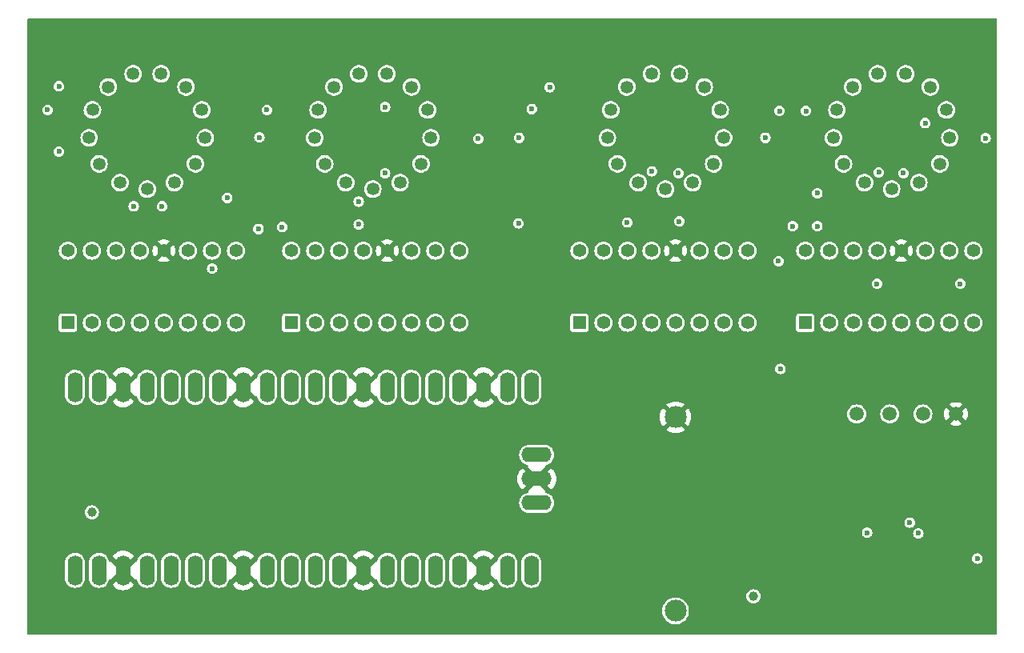
<source format=gbr>
%TF.GenerationSoftware,KiCad,Pcbnew,7.0.1*%
%TF.CreationDate,2023-06-06T13:02:27-04:00*%
%TF.ProjectId,nixie,6e697869-652e-46b6-9963-61645f706362,rev?*%
%TF.SameCoordinates,Original*%
%TF.FileFunction,Copper,L2,Inr*%
%TF.FilePolarity,Positive*%
%FSLAX46Y46*%
G04 Gerber Fmt 4.6, Leading zero omitted, Abs format (unit mm)*
G04 Created by KiCad (PCBNEW 7.0.1) date 2023-06-06 13:02:27*
%MOMM*%
%LPD*%
G01*
G04 APERTURE LIST*
%TA.AperFunction,ComponentPad*%
%ADD10R,1.400000X1.400000*%
%TD*%
%TA.AperFunction,ComponentPad*%
%ADD11C,1.400000*%
%TD*%
%TA.AperFunction,ComponentPad*%
%ADD12O,2.316000X2.316000*%
%TD*%
%TA.AperFunction,ComponentPad*%
%ADD13C,2.316000*%
%TD*%
%TA.AperFunction,ComponentPad*%
%ADD14C,1.500000*%
%TD*%
%TA.AperFunction,ComponentPad*%
%ADD15C,1.348000*%
%TD*%
%TA.AperFunction,ComponentPad*%
%ADD16O,1.600000X3.200000*%
%TD*%
%TA.AperFunction,ComponentPad*%
%ADD17O,3.200000X1.600000*%
%TD*%
%TA.AperFunction,ViaPad*%
%ADD18C,0.600000*%
%TD*%
%TA.AperFunction,ViaPad*%
%ADD19C,1.000000*%
%TD*%
G04 APERTURE END LIST*
D10*
%TO.N,/N38*%
%TO.C,IC3*%
X154940000Y-109220000D03*
D11*
%TO.N,/N39*%
X157480000Y-109220000D03*
%TO.N,/A3*%
X160020000Y-109220000D03*
%TO.N,/D3*%
X162560000Y-109220000D03*
%TO.N,+5V*%
X165100000Y-109220000D03*
%TO.N,/B3*%
X167640000Y-109220000D03*
%TO.N,/C3*%
X170180000Y-109220000D03*
%TO.N,/N32*%
X172720000Y-109220000D03*
%TO.N,/N33*%
X172720000Y-101600000D03*
%TO.N,/N37*%
X170180000Y-101600000D03*
%TO.N,/N36*%
X167640000Y-101600000D03*
%TO.N,GND*%
X165100000Y-101600000D03*
%TO.N,/N34*%
X162560000Y-101600000D03*
%TO.N,/N35*%
X160020000Y-101600000D03*
%TO.N,/N31*%
X157480000Y-101600000D03*
%TO.N,/N30*%
X154940000Y-101600000D03*
%TD*%
D12*
%TO.N,Net-(IC6-VBAT)*%
%TO.C,BAT1*%
X165100000Y-139700000D03*
D13*
%TO.N,GND*%
X165100000Y-119200000D03*
%TD*%
D10*
%TO.N,/N48*%
%TO.C,IC4*%
X178816000Y-109220000D03*
D11*
%TO.N,/N49*%
X181356000Y-109220000D03*
%TO.N,/A4*%
X183896000Y-109220000D03*
%TO.N,/D4*%
X186436000Y-109220000D03*
%TO.N,+5V*%
X188976000Y-109220000D03*
%TO.N,/B4*%
X191516000Y-109220000D03*
%TO.N,/C4*%
X194056000Y-109220000D03*
%TO.N,/N42*%
X196596000Y-109220000D03*
%TO.N,/N43*%
X196596000Y-101600000D03*
%TO.N,/N47*%
X194056000Y-101600000D03*
%TO.N,/N46*%
X191516000Y-101600000D03*
%TO.N,GND*%
X188976000Y-101600000D03*
%TO.N,/N44*%
X186436000Y-101600000D03*
%TO.N,/N45*%
X183896000Y-101600000D03*
%TO.N,/N41*%
X181356000Y-101600000D03*
%TO.N,/N40*%
X178816000Y-101600000D03*
%TD*%
D10*
%TO.N,/N28*%
%TO.C,IC2*%
X124460000Y-109220000D03*
D11*
%TO.N,/N29*%
X127000000Y-109220000D03*
%TO.N,/A2*%
X129540000Y-109220000D03*
%TO.N,/D2*%
X132080000Y-109220000D03*
%TO.N,+5V*%
X134620000Y-109220000D03*
%TO.N,/B2*%
X137160000Y-109220000D03*
%TO.N,/C2*%
X139700000Y-109220000D03*
%TO.N,/N22*%
X142240000Y-109220000D03*
%TO.N,/N23*%
X142240000Y-101600000D03*
%TO.N,/N27*%
X139700000Y-101600000D03*
%TO.N,/N26*%
X137160000Y-101600000D03*
%TO.N,GND*%
X134620000Y-101600000D03*
%TO.N,/N24*%
X132080000Y-101600000D03*
%TO.N,/N25*%
X129540000Y-101600000D03*
%TO.N,/N21*%
X127000000Y-101600000D03*
%TO.N,/N20*%
X124460000Y-101600000D03*
%TD*%
D10*
%TO.N,/N18*%
%TO.C,IC1*%
X100838000Y-109220000D03*
D11*
%TO.N,/N19*%
X103378000Y-109220000D03*
%TO.N,/A1*%
X105918000Y-109220000D03*
%TO.N,/D1*%
X108458000Y-109220000D03*
%TO.N,+5V*%
X110998000Y-109220000D03*
%TO.N,/B1*%
X113538000Y-109220000D03*
%TO.N,/C1*%
X116078000Y-109220000D03*
%TO.N,/N12*%
X118618000Y-109220000D03*
%TO.N,/N13*%
X118618000Y-101600000D03*
%TO.N,/N17*%
X116078000Y-101600000D03*
%TO.N,/N16*%
X113538000Y-101600000D03*
%TO.N,GND*%
X110998000Y-101600000D03*
%TO.N,/N14*%
X108458000Y-101600000D03*
%TO.N,/N15*%
X105918000Y-101600000D03*
%TO.N,/N11*%
X103378000Y-101600000D03*
%TO.N,/N10*%
X100838000Y-101600000D03*
%TD*%
D14*
%TO.N,VCC*%
%TO.C,J1*%
X184262000Y-118872000D03*
%TO.N,+12V*%
X187762000Y-118872000D03*
%TO.N,/ENABLE*%
X191262000Y-118872000D03*
%TO.N,GND*%
X194762000Y-118872000D03*
%TD*%
D15*
%TO.N,unconnected-(N4-PadRHDP)*%
%TO.C,N4*%
X190836600Y-94380900D03*
%TO.N,unconnected-(N4-PadLHDP)*%
X185083400Y-94380900D03*
%TO.N,/170V4*%
X187960000Y-95089900D03*
%TO.N,/N49*%
X181815200Y-89646100D03*
%TO.N,/N48*%
X182172300Y-86705000D03*
%TO.N,/N47*%
X183855300Y-84266800D03*
%TO.N,/N46*%
X186478700Y-82889900D03*
%TO.N,/N45*%
X189441300Y-82889900D03*
%TO.N,/N44*%
X192064700Y-84266800D03*
%TO.N,/N43*%
X193747700Y-86705000D03*
%TO.N,/N42*%
X194104800Y-89646100D03*
%TO.N,/N41*%
X193054200Y-92416300D03*
%TO.N,/N40*%
X182865800Y-92416300D03*
%TD*%
D16*
%TO.N,unconnected-(U$1-Pad3V3)*%
%TO.C,U$1*%
X111760000Y-135420000D03*
%TO.N,unconnected-(U$1-Pad3V3_EN)*%
X109220000Y-135420000D03*
%TO.N,unconnected-(U$1-PadADC_VREF)*%
X114300000Y-135420000D03*
%TO.N,GND*%
X119380000Y-135420000D03*
X106680000Y-116040000D03*
X119380000Y-116040000D03*
X132080000Y-116040000D03*
X144780000Y-116040000D03*
D17*
X150430000Y-125730000D03*
D16*
X144780000Y-135420000D03*
X132080000Y-135420000D03*
X106680000Y-135420000D03*
%TO.N,/SDA*%
X101600000Y-116040000D03*
%TO.N,/SCL*%
X104140000Y-116040000D03*
%TO.N,/A1*%
X109220000Y-116040000D03*
%TO.N,/D1*%
X111760000Y-116040000D03*
%TO.N,/B1*%
X114300000Y-116040000D03*
%TO.N,/C1*%
X116840000Y-116040000D03*
%TO.N,/A2*%
X121920000Y-116040000D03*
%TO.N,/D2*%
X124460000Y-116040000D03*
%TO.N,/B2*%
X127000000Y-116040000D03*
%TO.N,/C2*%
X129540000Y-116040000D03*
%TO.N,/A3*%
X134620000Y-116040000D03*
%TO.N,/D3*%
X137160000Y-116040000D03*
%TO.N,/B3*%
X139700000Y-116040000D03*
%TO.N,/C3*%
X142240000Y-116040000D03*
%TO.N,/A4*%
X147320000Y-116040000D03*
%TO.N,/D4*%
X149860000Y-116040000D03*
%TO.N,/C4*%
X149860000Y-135420000D03*
%TO.N,/B4*%
X147320000Y-135420000D03*
%TO.N,unconnected-(U$1-PadGP18)*%
X142240000Y-135420000D03*
%TO.N,unconnected-(U$1-PadGP19)*%
X139700000Y-135420000D03*
%TO.N,unconnected-(U$1-PadGP20)*%
X137160000Y-135420000D03*
%TO.N,unconnected-(U$1-PadGP21)*%
X134620000Y-135420000D03*
%TO.N,unconnected-(U$1-PadGP22)*%
X129540000Y-135420000D03*
%TO.N,unconnected-(U$1-PadGP26_A0)*%
X124460000Y-135420000D03*
%TO.N,unconnected-(U$1-PadGP27_A1)*%
X121920000Y-135420000D03*
%TO.N,unconnected-(U$1-PadGP28_A2)*%
X116840000Y-135420000D03*
%TO.N,unconnected-(U$1-PadRUN)*%
X127000000Y-135420000D03*
D17*
%TO.N,unconnected-(U$1-PadSWCLK)*%
X150430000Y-123190000D03*
%TO.N,unconnected-(U$1-PadSWDIO)*%
X150430000Y-128270000D03*
D16*
%TO.N,unconnected-(U$1-PadVBUS)*%
X101600000Y-135420000D03*
%TO.N,+5V*%
X104140000Y-135420000D03*
%TD*%
D15*
%TO.N,/N30*%
%TO.C,N3*%
X158947100Y-92416300D03*
%TO.N,/N31*%
X169135500Y-92416300D03*
%TO.N,/N32*%
X170186100Y-89646100D03*
%TO.N,/N33*%
X169829000Y-86705000D03*
%TO.N,/N34*%
X168146000Y-84266800D03*
%TO.N,/N35*%
X165522600Y-82889900D03*
%TO.N,/N36*%
X162560000Y-82889900D03*
%TO.N,/N37*%
X159936600Y-84266800D03*
%TO.N,/N38*%
X158253600Y-86705000D03*
%TO.N,/N39*%
X157896500Y-89646100D03*
%TO.N,/170V3*%
X164041300Y-95089900D03*
%TO.N,unconnected-(N3-PadLHDP)*%
X161164700Y-94380900D03*
%TO.N,unconnected-(N3-PadRHDP)*%
X166917900Y-94380900D03*
%TD*%
%TO.N,/N10*%
%TO.C,N1*%
X104140000Y-92416300D03*
%TO.N,/N11*%
X114328400Y-92416300D03*
%TO.N,/N12*%
X115379000Y-89646100D03*
%TO.N,/N13*%
X115021900Y-86705000D03*
%TO.N,/N14*%
X113338900Y-84266800D03*
%TO.N,/N15*%
X110715500Y-82889900D03*
%TO.N,/N16*%
X107752900Y-82889900D03*
%TO.N,/N17*%
X105129500Y-84266800D03*
%TO.N,/N18*%
X103446500Y-86705000D03*
%TO.N,/N19*%
X103089400Y-89646100D03*
%TO.N,/170V1*%
X109234200Y-95089900D03*
%TO.N,unconnected-(N1-PadLHDP)*%
X106357600Y-94380900D03*
%TO.N,unconnected-(N1-PadRHDP)*%
X112110800Y-94380900D03*
%TD*%
%TO.N,/N20*%
%TO.C,N2*%
X128001800Y-92416300D03*
%TO.N,/N21*%
X138190200Y-92416300D03*
%TO.N,/N22*%
X139240800Y-89646100D03*
%TO.N,/N23*%
X138883700Y-86705000D03*
%TO.N,/N24*%
X137200700Y-84266800D03*
%TO.N,/N25*%
X134577300Y-82889900D03*
%TO.N,/N26*%
X131614700Y-82889900D03*
%TO.N,/N27*%
X128991300Y-84266800D03*
%TO.N,/N28*%
X127308300Y-86705000D03*
%TO.N,/N29*%
X126951200Y-89646100D03*
%TO.N,/170V2*%
X133096000Y-95089900D03*
%TO.N,unconnected-(N2-PadLHDP)*%
X130219400Y-94380900D03*
%TO.N,unconnected-(N2-PadRHDP)*%
X135972600Y-94380900D03*
%TD*%
D18*
%TO.N,VCC*%
X176000000Y-102700000D03*
X176200000Y-114100000D03*
%TO.N,GND*%
X185191400Y-127838200D03*
X115189000Y-128092200D03*
X140500000Y-106400000D03*
X192200000Y-104000000D03*
X107000000Y-104800000D03*
X119100000Y-111200000D03*
X99466400Y-139192000D03*
X105638600Y-140995400D03*
X193802000Y-124053600D03*
X154627047Y-135210360D03*
X145200000Y-80400000D03*
X117729000Y-120472200D03*
X190600000Y-91400000D03*
X130429000Y-128092200D03*
X162300000Y-91200000D03*
X187900000Y-93300000D03*
X127889000Y-123012200D03*
X98399600Y-132816600D03*
X159800000Y-121400000D03*
X170800000Y-120300000D03*
X119100000Y-82200000D03*
X143129000Y-120472200D03*
X132969000Y-120472200D03*
X135509000Y-120472200D03*
X138049000Y-125552200D03*
X129900000Y-98900000D03*
X135509000Y-125552200D03*
X156700000Y-80900000D03*
X130182686Y-106483735D03*
X130429000Y-120472200D03*
X125349000Y-120472200D03*
X116000000Y-94900000D03*
X115189000Y-123012200D03*
X194335400Y-112191800D03*
X97700000Y-87800000D03*
X120269000Y-123012200D03*
X138049000Y-128092200D03*
X195600000Y-91300000D03*
X185400000Y-91300000D03*
X117729000Y-125552200D03*
X122809000Y-123012200D03*
X143129000Y-123012200D03*
X105384600Y-128193800D03*
X193300000Y-106500000D03*
X102495143Y-80755553D03*
X141579600Y-141071600D03*
X172615692Y-104384843D03*
X121615200Y-110769400D03*
X111658400Y-125196600D03*
X117729000Y-123012200D03*
X153670000Y-128955800D03*
X108432600Y-121031000D03*
X167300000Y-98600000D03*
X126263400Y-141122400D03*
X173900000Y-81600000D03*
X107300000Y-106800000D03*
X140589000Y-128092200D03*
X105400000Y-78400000D03*
X158700000Y-98700000D03*
D19*
X172593000Y-135382000D03*
D18*
X149800000Y-85200000D03*
X190550800Y-134213600D03*
X148100000Y-88600000D03*
X125349000Y-128092200D03*
X197000000Y-82000000D03*
X130429000Y-123012200D03*
X140589000Y-125552200D03*
X174600000Y-86100000D03*
X166900000Y-87800000D03*
X165300000Y-91300000D03*
X143129000Y-128092200D03*
X174000000Y-88400000D03*
X197561200Y-112141000D03*
X115189000Y-125552200D03*
X122809000Y-128092200D03*
X127889000Y-128092200D03*
X174650400Y-113766600D03*
X189738000Y-128549400D03*
X135509000Y-128092200D03*
X120269000Y-120472200D03*
X189052200Y-137718800D03*
X185685002Y-85978569D03*
X176800000Y-96400000D03*
X120269000Y-128092200D03*
X160000000Y-106300000D03*
X157454600Y-140182600D03*
X177400000Y-126900000D03*
X126459080Y-83878910D03*
X133200000Y-88000000D03*
X127889000Y-120472200D03*
X125349000Y-123012200D03*
X98450400Y-112801400D03*
X103300000Y-105000000D03*
X178900000Y-88300000D03*
X134000000Y-78800000D03*
X118300000Y-89800000D03*
X170600000Y-94300000D03*
X115900000Y-106400000D03*
X100100000Y-81400000D03*
X129600000Y-96200000D03*
X98700000Y-84200000D03*
X162900000Y-115700000D03*
X122809000Y-120472200D03*
X138049000Y-120472200D03*
X181200000Y-94600000D03*
X112014000Y-121361200D03*
X140397951Y-79502268D03*
X132969000Y-125552200D03*
X185100000Y-106900000D03*
X146500000Y-104400000D03*
X192700000Y-89100000D03*
X105900000Y-88200000D03*
X129700000Y-88800000D03*
X138400000Y-104600000D03*
X128900000Y-78100000D03*
X168500000Y-106400000D03*
X106200000Y-96100000D03*
X198100000Y-106700000D03*
X112400000Y-97300000D03*
X116382800Y-141274800D03*
X174675800Y-111201200D03*
X132969000Y-128092200D03*
X182829200Y-122555000D03*
X152100000Y-83000000D03*
X180300000Y-104100000D03*
X187900000Y-91500000D03*
X127889000Y-125552200D03*
X189292734Y-87203625D03*
X177000000Y-82300000D03*
X117700000Y-103900000D03*
X132969000Y-123012200D03*
X164300000Y-128800000D03*
X192481200Y-115798600D03*
X112400000Y-89400000D03*
X188061600Y-115976400D03*
X143129000Y-125552200D03*
X147000000Y-98700000D03*
X138049000Y-123012200D03*
X173700000Y-92400000D03*
X115100000Y-78700000D03*
X117729000Y-128092200D03*
X118400000Y-78600000D03*
X171300000Y-91900000D03*
X128900000Y-104100000D03*
X122809000Y-125552200D03*
X197231000Y-140589000D03*
X150114000Y-108331000D03*
X157000000Y-106000000D03*
X135509000Y-123012200D03*
X120269000Y-125552200D03*
X175400000Y-99000000D03*
X125349000Y-125552200D03*
X153441400Y-119329200D03*
X162100000Y-87300000D03*
X115189000Y-120472200D03*
X130429000Y-125552200D03*
X195935600Y-135407400D03*
X140589000Y-120472200D03*
X140589000Y-123012200D03*
X133200000Y-91500000D03*
X188468000Y-124053600D03*
X170500000Y-133200000D03*
X146659600Y-108280200D03*
X109500000Y-88400000D03*
X136700000Y-88500000D03*
D19*
%TO.N,+5V*%
X173355000Y-138176000D03*
D18*
X185369200Y-131419600D03*
X197027800Y-134162800D03*
D19*
X103378000Y-129286000D03*
D18*
%TO.N,/N15*%
X107800000Y-96900000D03*
%TO.N,/N14*%
X110800000Y-96900000D03*
%TO.N,/N17*%
X99900000Y-91100000D03*
X99900000Y-84200000D03*
X116100000Y-103500000D03*
%TO.N,/N18*%
X98695000Y-86705000D03*
%TO.N,/N25*%
X123500000Y-99100000D03*
%TO.N,/N24*%
X131600000Y-98800000D03*
X131600000Y-96400000D03*
%TO.N,/N26*%
X134400000Y-86400000D03*
X134400000Y-93400000D03*
%TO.N,/N22*%
X144250000Y-89750000D03*
%TO.N,/N29*%
X121000000Y-99300000D03*
X121100000Y-89600000D03*
%TO.N,/N28*%
X121900000Y-86700000D03*
%TO.N,/N35*%
X160000000Y-98600000D03*
X162600000Y-93200000D03*
%TO.N,/N34*%
X165400000Y-93400000D03*
X165500000Y-98500000D03*
%TO.N,/N37*%
X151800000Y-84300000D03*
%TO.N,/N32*%
X174600000Y-89646100D03*
%TO.N,/N39*%
X148500000Y-98700000D03*
X148553900Y-89646100D03*
%TO.N,/N38*%
X149900000Y-86600000D03*
%TO.N,/N45*%
X186600000Y-93300000D03*
%TO.N,/N44*%
X189200000Y-93400000D03*
%TO.N,/N46*%
X177500000Y-99000000D03*
%TO.N,/N47*%
X180100000Y-99000000D03*
X180100000Y-95500000D03*
%TO.N,/N42*%
X197900000Y-89700000D03*
%TO.N,/N49*%
X191500000Y-88100000D03*
X195200000Y-105100000D03*
X186400000Y-105100000D03*
%TO.N,/N48*%
X178900000Y-86800000D03*
X176100000Y-86800000D03*
%TO.N,/SDA*%
X190779400Y-131495800D03*
%TO.N,/SCL*%
X189865000Y-130352800D03*
%TO.N,/170V1*%
X117700000Y-96000000D03*
%TD*%
%TA.AperFunction,Conductor*%
%TO.N,GND*%
G36*
X199048600Y-77047213D02*
G01*
X199093987Y-77092600D01*
X199110600Y-77154600D01*
X199110600Y-142090500D01*
X199093987Y-142152500D01*
X199048600Y-142197887D01*
X198986600Y-142214500D01*
X96669500Y-142214500D01*
X96607500Y-142197887D01*
X96562113Y-142152500D01*
X96545500Y-142090500D01*
X96545500Y-139700000D01*
X163682658Y-139700000D01*
X163701989Y-139933282D01*
X163701989Y-139933285D01*
X163701990Y-139933287D01*
X163759454Y-140160210D01*
X163853486Y-140374580D01*
X163981519Y-140570549D01*
X164140061Y-140742772D01*
X164324788Y-140886550D01*
X164530661Y-140997963D01*
X164752063Y-141073971D01*
X164982957Y-141112500D01*
X165217043Y-141112500D01*
X165447937Y-141073971D01*
X165669339Y-140997963D01*
X165875212Y-140886550D01*
X166059939Y-140742772D01*
X166218481Y-140570549D01*
X166346514Y-140374580D01*
X166440546Y-140160210D01*
X166498010Y-139933287D01*
X166517341Y-139700000D01*
X166498010Y-139466713D01*
X166440546Y-139239790D01*
X166346514Y-139025420D01*
X166218481Y-138829451D01*
X166059939Y-138657228D01*
X165875212Y-138513450D01*
X165669339Y-138402037D01*
X165669335Y-138402035D01*
X165669334Y-138402035D01*
X165447939Y-138326029D01*
X165217043Y-138287500D01*
X164982957Y-138287500D01*
X164752060Y-138326029D01*
X164530665Y-138402035D01*
X164324786Y-138513451D01*
X164140060Y-138657228D01*
X163981518Y-138829452D01*
X163853487Y-139025417D01*
X163759454Y-139239790D01*
X163701989Y-139466717D01*
X163682658Y-139700000D01*
X96545500Y-139700000D01*
X96545500Y-138175999D01*
X172595725Y-138175999D01*
X172614762Y-138344951D01*
X172670918Y-138505437D01*
X172761377Y-138649402D01*
X172881597Y-138769622D01*
X172881599Y-138769623D01*
X172881600Y-138769624D01*
X173025563Y-138860082D01*
X173186046Y-138916237D01*
X173355000Y-138935274D01*
X173523954Y-138916237D01*
X173684437Y-138860082D01*
X173828400Y-138769624D01*
X173948624Y-138649400D01*
X174039082Y-138505437D01*
X174095237Y-138344954D01*
X174114274Y-138176000D01*
X174095237Y-138007046D01*
X174039082Y-137846563D01*
X173948624Y-137702600D01*
X173948623Y-137702599D01*
X173948622Y-137702597D01*
X173828402Y-137582377D01*
X173684437Y-137491918D01*
X173523951Y-137435762D01*
X173355000Y-137416725D01*
X173186048Y-137435762D01*
X173025562Y-137491918D01*
X172881597Y-137582377D01*
X172761377Y-137702597D01*
X172670918Y-137846562D01*
X172614762Y-138007048D01*
X172595725Y-138175999D01*
X96545500Y-138175999D01*
X96545500Y-136271800D01*
X100545500Y-136271800D01*
X100560757Y-136426716D01*
X100560758Y-136426718D01*
X100621055Y-136625492D01*
X100718973Y-136808683D01*
X100770462Y-136871423D01*
X100850747Y-136969252D01*
X100931032Y-137035139D01*
X101011317Y-137101027D01*
X101194508Y-137198945D01*
X101393282Y-137259242D01*
X101600000Y-137279602D01*
X101806718Y-137259242D01*
X102005492Y-137198945D01*
X102188683Y-137101027D01*
X102349252Y-136969252D01*
X102481027Y-136808683D01*
X102578945Y-136625492D01*
X102639242Y-136426718D01*
X102654500Y-136271801D01*
X102654500Y-136271800D01*
X103085500Y-136271800D01*
X103100757Y-136426716D01*
X103100758Y-136426718D01*
X103161055Y-136625492D01*
X103258973Y-136808683D01*
X103310462Y-136871423D01*
X103390747Y-136969252D01*
X103471032Y-137035139D01*
X103551317Y-137101027D01*
X103734508Y-137198945D01*
X103933282Y-137259242D01*
X104140000Y-137279602D01*
X104346718Y-137259242D01*
X104545492Y-137198945D01*
X104728683Y-137101027D01*
X104889252Y-136969252D01*
X104953606Y-136890836D01*
X105562715Y-136890836D01*
X105680337Y-137058815D01*
X105841180Y-137219658D01*
X106027519Y-137350134D01*
X106233673Y-137446266D01*
X106453397Y-137505141D01*
X106680000Y-137524966D01*
X106906602Y-137505141D01*
X107126326Y-137446266D01*
X107332480Y-137350134D01*
X107518819Y-137219658D01*
X107679658Y-137058819D01*
X107797283Y-136890835D01*
X106680000Y-135773553D01*
X105562715Y-136890835D01*
X105562715Y-136890836D01*
X104953606Y-136890836D01*
X105021027Y-136808683D01*
X105118945Y-136625492D01*
X105179242Y-136426718D01*
X105179242Y-136426712D01*
X105180342Y-136423088D01*
X105215897Y-136367054D01*
X105275255Y-136337378D01*
X105341415Y-136342562D01*
X105387214Y-136359232D01*
X106326447Y-135420001D01*
X107033553Y-135420001D01*
X107972784Y-136359231D01*
X108018585Y-136342561D01*
X108084744Y-136337378D01*
X108144102Y-136367054D01*
X108179657Y-136423088D01*
X108180758Y-136426716D01*
X108180758Y-136426718D01*
X108241055Y-136625492D01*
X108338973Y-136808683D01*
X108390462Y-136871423D01*
X108470747Y-136969252D01*
X108551032Y-137035139D01*
X108631317Y-137101027D01*
X108814508Y-137198945D01*
X109013282Y-137259242D01*
X109220000Y-137279602D01*
X109426718Y-137259242D01*
X109625492Y-137198945D01*
X109808683Y-137101027D01*
X109969252Y-136969252D01*
X110101027Y-136808683D01*
X110198945Y-136625492D01*
X110259242Y-136426718D01*
X110274500Y-136271801D01*
X110274500Y-136271800D01*
X110705500Y-136271800D01*
X110720757Y-136426716D01*
X110720758Y-136426718D01*
X110781055Y-136625492D01*
X110878973Y-136808683D01*
X110930462Y-136871423D01*
X111010747Y-136969252D01*
X111091032Y-137035139D01*
X111171317Y-137101027D01*
X111354508Y-137198945D01*
X111553282Y-137259242D01*
X111760000Y-137279602D01*
X111966718Y-137259242D01*
X112165492Y-137198945D01*
X112348683Y-137101027D01*
X112509252Y-136969252D01*
X112641027Y-136808683D01*
X112738945Y-136625492D01*
X112799242Y-136426718D01*
X112814500Y-136271801D01*
X112814500Y-136271800D01*
X113245500Y-136271800D01*
X113260757Y-136426716D01*
X113260758Y-136426718D01*
X113321055Y-136625492D01*
X113418973Y-136808683D01*
X113470462Y-136871423D01*
X113550747Y-136969252D01*
X113631032Y-137035139D01*
X113711317Y-137101027D01*
X113894508Y-137198945D01*
X114093282Y-137259242D01*
X114300000Y-137279602D01*
X114506718Y-137259242D01*
X114705492Y-137198945D01*
X114888683Y-137101027D01*
X115049252Y-136969252D01*
X115181027Y-136808683D01*
X115278945Y-136625492D01*
X115339242Y-136426718D01*
X115354500Y-136271801D01*
X115354500Y-136271800D01*
X115785500Y-136271800D01*
X115800757Y-136426716D01*
X115800758Y-136426718D01*
X115861055Y-136625492D01*
X115958973Y-136808683D01*
X116010462Y-136871423D01*
X116090747Y-136969252D01*
X116171032Y-137035139D01*
X116251317Y-137101027D01*
X116434508Y-137198945D01*
X116633282Y-137259242D01*
X116840000Y-137279602D01*
X117046718Y-137259242D01*
X117245492Y-137198945D01*
X117428683Y-137101027D01*
X117589252Y-136969252D01*
X117653606Y-136890836D01*
X118262715Y-136890836D01*
X118380337Y-137058815D01*
X118541180Y-137219658D01*
X118727519Y-137350134D01*
X118933673Y-137446266D01*
X119153397Y-137505141D01*
X119380000Y-137524966D01*
X119606602Y-137505141D01*
X119826326Y-137446266D01*
X120032480Y-137350134D01*
X120218819Y-137219658D01*
X120379658Y-137058819D01*
X120497283Y-136890835D01*
X119380000Y-135773553D01*
X118262715Y-136890835D01*
X118262715Y-136890836D01*
X117653606Y-136890836D01*
X117721027Y-136808683D01*
X117818945Y-136625492D01*
X117879242Y-136426718D01*
X117879242Y-136426712D01*
X117880342Y-136423088D01*
X117915897Y-136367054D01*
X117975255Y-136337378D01*
X118041415Y-136342562D01*
X118087214Y-136359232D01*
X119026447Y-135420001D01*
X119733553Y-135420001D01*
X120672784Y-136359231D01*
X120718585Y-136342561D01*
X120784744Y-136337378D01*
X120844102Y-136367054D01*
X120879657Y-136423088D01*
X120880758Y-136426716D01*
X120880758Y-136426718D01*
X120941055Y-136625492D01*
X121038973Y-136808683D01*
X121090462Y-136871423D01*
X121170747Y-136969252D01*
X121251032Y-137035139D01*
X121331317Y-137101027D01*
X121514508Y-137198945D01*
X121713282Y-137259242D01*
X121920000Y-137279602D01*
X122126718Y-137259242D01*
X122325492Y-137198945D01*
X122508683Y-137101027D01*
X122669252Y-136969252D01*
X122801027Y-136808683D01*
X122898945Y-136625492D01*
X122959242Y-136426718D01*
X122974500Y-136271801D01*
X122974500Y-136271800D01*
X123405500Y-136271800D01*
X123420757Y-136426716D01*
X123420758Y-136426718D01*
X123481055Y-136625492D01*
X123578973Y-136808683D01*
X123630462Y-136871423D01*
X123710747Y-136969252D01*
X123791032Y-137035139D01*
X123871317Y-137101027D01*
X124054508Y-137198945D01*
X124253282Y-137259242D01*
X124460000Y-137279602D01*
X124666718Y-137259242D01*
X124865492Y-137198945D01*
X125048683Y-137101027D01*
X125209252Y-136969252D01*
X125341027Y-136808683D01*
X125438945Y-136625492D01*
X125499242Y-136426718D01*
X125514500Y-136271801D01*
X125514500Y-136271800D01*
X125945500Y-136271800D01*
X125960757Y-136426716D01*
X125960758Y-136426718D01*
X126021055Y-136625492D01*
X126118973Y-136808683D01*
X126170462Y-136871423D01*
X126250747Y-136969252D01*
X126331032Y-137035139D01*
X126411317Y-137101027D01*
X126594508Y-137198945D01*
X126793282Y-137259242D01*
X127000000Y-137279602D01*
X127206718Y-137259242D01*
X127405492Y-137198945D01*
X127588683Y-137101027D01*
X127749252Y-136969252D01*
X127881027Y-136808683D01*
X127978945Y-136625492D01*
X128039242Y-136426718D01*
X128054500Y-136271801D01*
X128054500Y-136271800D01*
X128485500Y-136271800D01*
X128500757Y-136426716D01*
X128500758Y-136426718D01*
X128561055Y-136625492D01*
X128658973Y-136808683D01*
X128710462Y-136871423D01*
X128790747Y-136969252D01*
X128871032Y-137035139D01*
X128951317Y-137101027D01*
X129134508Y-137198945D01*
X129333282Y-137259242D01*
X129540000Y-137279602D01*
X129746718Y-137259242D01*
X129945492Y-137198945D01*
X130128683Y-137101027D01*
X130289252Y-136969252D01*
X130353606Y-136890836D01*
X130962715Y-136890836D01*
X131080337Y-137058815D01*
X131241180Y-137219658D01*
X131427519Y-137350134D01*
X131633673Y-137446266D01*
X131853397Y-137505141D01*
X132080000Y-137524966D01*
X132306602Y-137505141D01*
X132526326Y-137446266D01*
X132732480Y-137350134D01*
X132918819Y-137219658D01*
X133079658Y-137058819D01*
X133197283Y-136890835D01*
X132080000Y-135773553D01*
X130962715Y-136890835D01*
X130962715Y-136890836D01*
X130353606Y-136890836D01*
X130421027Y-136808683D01*
X130518945Y-136625492D01*
X130579242Y-136426718D01*
X130579242Y-136426712D01*
X130580342Y-136423088D01*
X130615897Y-136367054D01*
X130675255Y-136337378D01*
X130741415Y-136342562D01*
X130787214Y-136359232D01*
X131726447Y-135420001D01*
X131726447Y-135420000D01*
X132433553Y-135420000D01*
X133372784Y-136359231D01*
X133418585Y-136342561D01*
X133484744Y-136337378D01*
X133544102Y-136367054D01*
X133579657Y-136423088D01*
X133580758Y-136426716D01*
X133580758Y-136426718D01*
X133641055Y-136625492D01*
X133738973Y-136808683D01*
X133790462Y-136871423D01*
X133870747Y-136969252D01*
X133951032Y-137035139D01*
X134031317Y-137101027D01*
X134214508Y-137198945D01*
X134413282Y-137259242D01*
X134620000Y-137279602D01*
X134826718Y-137259242D01*
X135025492Y-137198945D01*
X135208683Y-137101027D01*
X135369252Y-136969252D01*
X135501027Y-136808683D01*
X135598945Y-136625492D01*
X135659242Y-136426718D01*
X135674500Y-136271801D01*
X135674500Y-136271800D01*
X136105500Y-136271800D01*
X136120757Y-136426716D01*
X136120758Y-136426718D01*
X136181055Y-136625492D01*
X136278973Y-136808683D01*
X136330462Y-136871423D01*
X136410747Y-136969252D01*
X136491032Y-137035139D01*
X136571317Y-137101027D01*
X136754508Y-137198945D01*
X136953282Y-137259242D01*
X137160000Y-137279602D01*
X137366718Y-137259242D01*
X137565492Y-137198945D01*
X137748683Y-137101027D01*
X137909252Y-136969252D01*
X138041027Y-136808683D01*
X138138945Y-136625492D01*
X138199242Y-136426718D01*
X138214500Y-136271801D01*
X138214500Y-136271800D01*
X138645500Y-136271800D01*
X138660757Y-136426716D01*
X138660758Y-136426718D01*
X138721055Y-136625492D01*
X138818973Y-136808683D01*
X138870462Y-136871423D01*
X138950747Y-136969252D01*
X139031032Y-137035139D01*
X139111317Y-137101027D01*
X139294508Y-137198945D01*
X139493282Y-137259242D01*
X139700000Y-137279602D01*
X139906718Y-137259242D01*
X140105492Y-137198945D01*
X140288683Y-137101027D01*
X140449252Y-136969252D01*
X140581027Y-136808683D01*
X140678945Y-136625492D01*
X140739242Y-136426718D01*
X140754500Y-136271801D01*
X140754500Y-136271800D01*
X141185500Y-136271800D01*
X141200757Y-136426716D01*
X141200758Y-136426718D01*
X141261055Y-136625492D01*
X141358973Y-136808683D01*
X141410462Y-136871423D01*
X141490747Y-136969252D01*
X141571032Y-137035139D01*
X141651317Y-137101027D01*
X141834508Y-137198945D01*
X142033282Y-137259242D01*
X142240000Y-137279602D01*
X142446718Y-137259242D01*
X142645492Y-137198945D01*
X142828683Y-137101027D01*
X142989252Y-136969252D01*
X143053606Y-136890836D01*
X143662715Y-136890836D01*
X143780337Y-137058815D01*
X143941180Y-137219658D01*
X144127519Y-137350134D01*
X144333673Y-137446266D01*
X144553397Y-137505141D01*
X144780000Y-137524966D01*
X145006602Y-137505141D01*
X145226326Y-137446266D01*
X145432480Y-137350134D01*
X145618819Y-137219658D01*
X145779658Y-137058819D01*
X145897283Y-136890835D01*
X144780000Y-135773553D01*
X143662715Y-136890835D01*
X143662715Y-136890836D01*
X143053606Y-136890836D01*
X143121027Y-136808683D01*
X143218945Y-136625492D01*
X143279242Y-136426718D01*
X143279242Y-136426712D01*
X143280342Y-136423088D01*
X143315897Y-136367054D01*
X143375255Y-136337378D01*
X143441415Y-136342562D01*
X143487214Y-136359232D01*
X144426447Y-135420001D01*
X144426447Y-135420000D01*
X145133553Y-135420000D01*
X146072784Y-136359231D01*
X146118585Y-136342561D01*
X146184744Y-136337378D01*
X146244102Y-136367054D01*
X146279657Y-136423088D01*
X146280758Y-136426716D01*
X146280758Y-136426718D01*
X146341055Y-136625492D01*
X146438973Y-136808683D01*
X146490462Y-136871423D01*
X146570747Y-136969252D01*
X146651032Y-137035139D01*
X146731317Y-137101027D01*
X146914508Y-137198945D01*
X147113282Y-137259242D01*
X147320000Y-137279602D01*
X147526718Y-137259242D01*
X147725492Y-137198945D01*
X147908683Y-137101027D01*
X148069252Y-136969252D01*
X148201027Y-136808683D01*
X148298945Y-136625492D01*
X148359242Y-136426718D01*
X148374500Y-136271801D01*
X148374500Y-136271800D01*
X148805500Y-136271800D01*
X148820757Y-136426716D01*
X148820758Y-136426718D01*
X148881055Y-136625492D01*
X148978973Y-136808683D01*
X149030462Y-136871423D01*
X149110747Y-136969252D01*
X149191032Y-137035139D01*
X149271317Y-137101027D01*
X149454508Y-137198945D01*
X149653282Y-137259242D01*
X149860000Y-137279602D01*
X150066718Y-137259242D01*
X150265492Y-137198945D01*
X150448683Y-137101027D01*
X150609252Y-136969252D01*
X150741027Y-136808683D01*
X150838945Y-136625492D01*
X150899242Y-136426718D01*
X150914500Y-136271801D01*
X150914500Y-134568199D01*
X150899242Y-134413282D01*
X150838945Y-134214508D01*
X150811306Y-134162799D01*
X196468514Y-134162799D01*
X196487572Y-134307554D01*
X196543443Y-134442440D01*
X196543444Y-134442442D01*
X196543445Y-134442443D01*
X196632326Y-134558274D01*
X196748157Y-134647155D01*
X196883046Y-134703028D01*
X197008741Y-134719575D01*
X197027799Y-134722085D01*
X197027799Y-134722084D01*
X197027800Y-134722085D01*
X197172554Y-134703028D01*
X197307443Y-134647155D01*
X197423274Y-134558274D01*
X197512155Y-134442443D01*
X197568028Y-134307554D01*
X197587085Y-134162800D01*
X197568028Y-134018046D01*
X197512155Y-133883158D01*
X197423274Y-133767326D01*
X197307443Y-133678445D01*
X197307442Y-133678444D01*
X197307440Y-133678443D01*
X197172554Y-133622572D01*
X197027799Y-133603514D01*
X196883046Y-133622572D01*
X196748157Y-133678445D01*
X196632325Y-133767325D01*
X196543445Y-133883157D01*
X196487572Y-134018046D01*
X196468514Y-134162799D01*
X150811306Y-134162799D01*
X150741027Y-134031317D01*
X150619436Y-133883157D01*
X150609252Y-133870747D01*
X150500117Y-133781184D01*
X150448683Y-133738973D01*
X150265492Y-133641055D01*
X150166105Y-133610906D01*
X150066716Y-133580757D01*
X149860000Y-133560398D01*
X149653283Y-133580757D01*
X149454505Y-133641056D01*
X149271318Y-133738972D01*
X149110747Y-133870747D01*
X148978972Y-134031318D01*
X148881056Y-134214505D01*
X148820757Y-134413283D01*
X148805500Y-134568200D01*
X148805500Y-136271800D01*
X148374500Y-136271800D01*
X148374500Y-134568199D01*
X148359242Y-134413282D01*
X148298945Y-134214508D01*
X148201027Y-134031317D01*
X148079436Y-133883157D01*
X148069252Y-133870747D01*
X147960117Y-133781184D01*
X147908683Y-133738973D01*
X147725492Y-133641055D01*
X147626105Y-133610906D01*
X147526716Y-133580757D01*
X147320000Y-133560398D01*
X147113283Y-133580757D01*
X146914505Y-133641056D01*
X146731318Y-133738972D01*
X146570747Y-133870747D01*
X146438972Y-134031318D01*
X146341054Y-134214508D01*
X146279656Y-134416911D01*
X146244102Y-134472944D01*
X146184745Y-134502620D01*
X146118586Y-134497437D01*
X146072785Y-134480766D01*
X145133553Y-135420000D01*
X144426447Y-135420000D01*
X143487214Y-134480766D01*
X143441414Y-134497437D01*
X143375254Y-134502620D01*
X143315897Y-134472944D01*
X143280342Y-134416910D01*
X143279242Y-134413283D01*
X143279242Y-134413282D01*
X143218945Y-134214508D01*
X143121027Y-134031317D01*
X143053605Y-133949163D01*
X143662715Y-133949163D01*
X144780000Y-135066447D01*
X144780001Y-135066447D01*
X145897283Y-133949163D01*
X145897283Y-133949162D01*
X145779662Y-133781184D01*
X145618819Y-133620341D01*
X145432480Y-133489865D01*
X145226326Y-133393733D01*
X145006602Y-133334858D01*
X144780000Y-133315033D01*
X144553397Y-133334858D01*
X144333673Y-133393733D01*
X144127519Y-133489865D01*
X143941180Y-133620341D01*
X143780337Y-133781184D01*
X143662715Y-133949162D01*
X143662715Y-133949163D01*
X143053605Y-133949163D01*
X142999436Y-133883157D01*
X142989252Y-133870747D01*
X142880117Y-133781184D01*
X142828683Y-133738973D01*
X142645492Y-133641055D01*
X142546105Y-133610906D01*
X142446716Y-133580757D01*
X142240000Y-133560398D01*
X142033283Y-133580757D01*
X141834505Y-133641056D01*
X141651318Y-133738972D01*
X141490747Y-133870747D01*
X141358972Y-134031318D01*
X141261056Y-134214505D01*
X141200757Y-134413283D01*
X141185500Y-134568200D01*
X141185500Y-136271800D01*
X140754500Y-136271800D01*
X140754500Y-134568199D01*
X140739242Y-134413282D01*
X140678945Y-134214508D01*
X140581027Y-134031317D01*
X140459436Y-133883157D01*
X140449252Y-133870747D01*
X140340117Y-133781184D01*
X140288683Y-133738973D01*
X140105492Y-133641055D01*
X140006105Y-133610906D01*
X139906716Y-133580757D01*
X139700000Y-133560398D01*
X139493283Y-133580757D01*
X139294505Y-133641056D01*
X139111318Y-133738972D01*
X138950747Y-133870747D01*
X138818972Y-134031318D01*
X138721056Y-134214505D01*
X138660757Y-134413283D01*
X138645500Y-134568200D01*
X138645500Y-136271800D01*
X138214500Y-136271800D01*
X138214500Y-134568199D01*
X138199242Y-134413282D01*
X138138945Y-134214508D01*
X138041027Y-134031317D01*
X137919436Y-133883157D01*
X137909252Y-133870747D01*
X137800117Y-133781184D01*
X137748683Y-133738973D01*
X137565492Y-133641055D01*
X137466105Y-133610906D01*
X137366716Y-133580757D01*
X137160000Y-133560398D01*
X136953283Y-133580757D01*
X136754505Y-133641056D01*
X136571318Y-133738972D01*
X136410747Y-133870747D01*
X136278972Y-134031318D01*
X136181056Y-134214505D01*
X136120757Y-134413283D01*
X136105500Y-134568200D01*
X136105500Y-136271800D01*
X135674500Y-136271800D01*
X135674500Y-134568199D01*
X135659242Y-134413282D01*
X135598945Y-134214508D01*
X135501027Y-134031317D01*
X135379436Y-133883157D01*
X135369252Y-133870747D01*
X135260117Y-133781184D01*
X135208683Y-133738973D01*
X135025492Y-133641055D01*
X134926105Y-133610906D01*
X134826716Y-133580757D01*
X134620000Y-133560398D01*
X134413283Y-133580757D01*
X134214505Y-133641056D01*
X134031318Y-133738972D01*
X133870747Y-133870747D01*
X133738972Y-134031318D01*
X133641054Y-134214508D01*
X133579656Y-134416911D01*
X133544102Y-134472944D01*
X133484745Y-134502620D01*
X133418586Y-134497437D01*
X133372785Y-134480766D01*
X132433553Y-135420000D01*
X131726447Y-135420000D01*
X130787214Y-134480766D01*
X130741414Y-134497437D01*
X130675254Y-134502620D01*
X130615897Y-134472944D01*
X130580342Y-134416910D01*
X130579242Y-134413283D01*
X130579242Y-134413282D01*
X130518945Y-134214508D01*
X130421027Y-134031317D01*
X130353605Y-133949163D01*
X130962715Y-133949163D01*
X132080000Y-135066447D01*
X132080001Y-135066447D01*
X133197283Y-133949163D01*
X133197283Y-133949162D01*
X133079662Y-133781184D01*
X132918819Y-133620341D01*
X132732480Y-133489865D01*
X132526326Y-133393733D01*
X132306602Y-133334858D01*
X132080000Y-133315033D01*
X131853397Y-133334858D01*
X131633673Y-133393733D01*
X131427519Y-133489865D01*
X131241180Y-133620341D01*
X131080337Y-133781184D01*
X130962715Y-133949162D01*
X130962715Y-133949163D01*
X130353605Y-133949163D01*
X130299436Y-133883157D01*
X130289252Y-133870747D01*
X130180117Y-133781184D01*
X130128683Y-133738973D01*
X129945492Y-133641055D01*
X129846105Y-133610906D01*
X129746716Y-133580757D01*
X129540000Y-133560398D01*
X129333283Y-133580757D01*
X129134505Y-133641056D01*
X128951318Y-133738972D01*
X128790747Y-133870747D01*
X128658972Y-134031318D01*
X128561056Y-134214505D01*
X128500757Y-134413283D01*
X128485500Y-134568200D01*
X128485500Y-136271800D01*
X128054500Y-136271800D01*
X128054500Y-134568199D01*
X128039242Y-134413282D01*
X127978945Y-134214508D01*
X127881027Y-134031317D01*
X127759436Y-133883157D01*
X127749252Y-133870747D01*
X127640117Y-133781184D01*
X127588683Y-133738973D01*
X127405492Y-133641055D01*
X127306105Y-133610906D01*
X127206716Y-133580757D01*
X127000000Y-133560398D01*
X126793283Y-133580757D01*
X126594505Y-133641056D01*
X126411318Y-133738972D01*
X126250747Y-133870747D01*
X126118972Y-134031318D01*
X126021056Y-134214505D01*
X125960757Y-134413283D01*
X125945500Y-134568200D01*
X125945500Y-136271800D01*
X125514500Y-136271800D01*
X125514500Y-134568199D01*
X125499242Y-134413282D01*
X125438945Y-134214508D01*
X125341027Y-134031317D01*
X125219436Y-133883157D01*
X125209252Y-133870747D01*
X125100117Y-133781184D01*
X125048683Y-133738973D01*
X124865492Y-133641055D01*
X124766105Y-133610906D01*
X124666716Y-133580757D01*
X124460000Y-133560398D01*
X124253283Y-133580757D01*
X124054505Y-133641056D01*
X123871318Y-133738972D01*
X123710747Y-133870747D01*
X123578972Y-134031318D01*
X123481056Y-134214505D01*
X123420757Y-134413283D01*
X123405500Y-134568200D01*
X123405500Y-136271800D01*
X122974500Y-136271800D01*
X122974500Y-134568199D01*
X122959242Y-134413282D01*
X122898945Y-134214508D01*
X122801027Y-134031317D01*
X122679436Y-133883157D01*
X122669252Y-133870747D01*
X122560117Y-133781184D01*
X122508683Y-133738973D01*
X122325492Y-133641055D01*
X122226105Y-133610906D01*
X122126716Y-133580757D01*
X121920000Y-133560398D01*
X121713283Y-133580757D01*
X121514505Y-133641056D01*
X121331318Y-133738972D01*
X121170747Y-133870747D01*
X121038972Y-134031318D01*
X120941054Y-134214508D01*
X120879656Y-134416911D01*
X120844102Y-134472944D01*
X120784745Y-134502620D01*
X120718586Y-134497437D01*
X120672785Y-134480766D01*
X119733553Y-135420000D01*
X119733553Y-135420001D01*
X119026447Y-135420001D01*
X119026447Y-135420000D01*
X118087214Y-134480766D01*
X118041414Y-134497437D01*
X117975254Y-134502620D01*
X117915897Y-134472944D01*
X117880342Y-134416910D01*
X117879242Y-134413283D01*
X117879242Y-134413282D01*
X117818945Y-134214508D01*
X117721027Y-134031317D01*
X117653605Y-133949163D01*
X118262715Y-133949163D01*
X119380000Y-135066447D01*
X119380001Y-135066447D01*
X120497283Y-133949163D01*
X120497283Y-133949162D01*
X120379662Y-133781184D01*
X120218819Y-133620341D01*
X120032480Y-133489865D01*
X119826326Y-133393733D01*
X119606602Y-133334858D01*
X119380000Y-133315033D01*
X119153397Y-133334858D01*
X118933673Y-133393733D01*
X118727519Y-133489865D01*
X118541180Y-133620341D01*
X118380337Y-133781184D01*
X118262715Y-133949162D01*
X118262715Y-133949163D01*
X117653605Y-133949163D01*
X117599436Y-133883157D01*
X117589252Y-133870747D01*
X117480117Y-133781184D01*
X117428683Y-133738973D01*
X117245492Y-133641055D01*
X117146105Y-133610906D01*
X117046716Y-133580757D01*
X116840000Y-133560398D01*
X116633283Y-133580757D01*
X116434505Y-133641056D01*
X116251318Y-133738972D01*
X116090747Y-133870747D01*
X115958972Y-134031318D01*
X115861056Y-134214505D01*
X115800757Y-134413283D01*
X115785500Y-134568200D01*
X115785500Y-136271800D01*
X115354500Y-136271800D01*
X115354500Y-134568199D01*
X115339242Y-134413282D01*
X115278945Y-134214508D01*
X115181027Y-134031317D01*
X115059436Y-133883157D01*
X115049252Y-133870747D01*
X114940117Y-133781184D01*
X114888683Y-133738973D01*
X114705492Y-133641055D01*
X114606105Y-133610906D01*
X114506716Y-133580757D01*
X114300000Y-133560398D01*
X114093283Y-133580757D01*
X113894505Y-133641056D01*
X113711318Y-133738972D01*
X113550747Y-133870747D01*
X113418972Y-134031318D01*
X113321056Y-134214505D01*
X113260757Y-134413283D01*
X113245500Y-134568200D01*
X113245500Y-136271800D01*
X112814500Y-136271800D01*
X112814500Y-134568199D01*
X112799242Y-134413282D01*
X112738945Y-134214508D01*
X112641027Y-134031317D01*
X112519436Y-133883157D01*
X112509252Y-133870747D01*
X112400117Y-133781184D01*
X112348683Y-133738973D01*
X112165492Y-133641055D01*
X112066105Y-133610906D01*
X111966716Y-133580757D01*
X111760000Y-133560398D01*
X111553283Y-133580757D01*
X111354505Y-133641056D01*
X111171318Y-133738972D01*
X111010747Y-133870747D01*
X110878972Y-134031318D01*
X110781056Y-134214505D01*
X110720757Y-134413283D01*
X110705500Y-134568200D01*
X110705500Y-136271800D01*
X110274500Y-136271800D01*
X110274500Y-134568199D01*
X110259242Y-134413282D01*
X110198945Y-134214508D01*
X110101027Y-134031317D01*
X109979436Y-133883157D01*
X109969252Y-133870747D01*
X109860117Y-133781184D01*
X109808683Y-133738973D01*
X109625492Y-133641055D01*
X109526105Y-133610906D01*
X109426716Y-133580757D01*
X109220000Y-133560398D01*
X109013283Y-133580757D01*
X108814505Y-133641056D01*
X108631318Y-133738972D01*
X108470747Y-133870747D01*
X108338972Y-134031318D01*
X108241054Y-134214508D01*
X108179656Y-134416911D01*
X108144102Y-134472944D01*
X108084745Y-134502620D01*
X108018586Y-134497437D01*
X107972785Y-134480766D01*
X107033553Y-135420000D01*
X107033553Y-135420001D01*
X106326447Y-135420001D01*
X106326447Y-135420000D01*
X105387214Y-134480766D01*
X105341414Y-134497437D01*
X105275254Y-134502620D01*
X105215897Y-134472944D01*
X105180342Y-134416910D01*
X105179242Y-134413283D01*
X105179242Y-134413282D01*
X105118945Y-134214508D01*
X105021027Y-134031317D01*
X104953605Y-133949163D01*
X105562715Y-133949163D01*
X106680000Y-135066447D01*
X106680001Y-135066447D01*
X107797283Y-133949163D01*
X107797283Y-133949162D01*
X107679662Y-133781184D01*
X107518819Y-133620341D01*
X107332480Y-133489865D01*
X107126326Y-133393733D01*
X106906602Y-133334858D01*
X106680000Y-133315033D01*
X106453397Y-133334858D01*
X106233673Y-133393733D01*
X106027519Y-133489865D01*
X105841180Y-133620341D01*
X105680337Y-133781184D01*
X105562715Y-133949162D01*
X105562715Y-133949163D01*
X104953605Y-133949163D01*
X104899436Y-133883157D01*
X104889252Y-133870747D01*
X104780117Y-133781184D01*
X104728683Y-133738973D01*
X104545492Y-133641055D01*
X104446105Y-133610906D01*
X104346716Y-133580757D01*
X104140000Y-133560398D01*
X103933283Y-133580757D01*
X103734505Y-133641056D01*
X103551318Y-133738972D01*
X103390747Y-133870747D01*
X103258972Y-134031318D01*
X103161056Y-134214505D01*
X103100757Y-134413283D01*
X103085500Y-134568200D01*
X103085500Y-136271800D01*
X102654500Y-136271800D01*
X102654500Y-134568199D01*
X102639242Y-134413282D01*
X102578945Y-134214508D01*
X102481027Y-134031317D01*
X102359436Y-133883157D01*
X102349252Y-133870747D01*
X102240117Y-133781184D01*
X102188683Y-133738973D01*
X102005492Y-133641055D01*
X101906105Y-133610906D01*
X101806716Y-133580757D01*
X101600000Y-133560398D01*
X101393283Y-133580757D01*
X101194505Y-133641056D01*
X101011318Y-133738972D01*
X100850747Y-133870747D01*
X100718972Y-134031318D01*
X100621056Y-134214505D01*
X100560757Y-134413283D01*
X100545500Y-134568200D01*
X100545500Y-136271800D01*
X96545500Y-136271800D01*
X96545500Y-131419599D01*
X184809914Y-131419599D01*
X184828972Y-131564354D01*
X184884843Y-131699240D01*
X184884844Y-131699242D01*
X184884845Y-131699243D01*
X184973726Y-131815074D01*
X185089557Y-131903955D01*
X185224446Y-131959828D01*
X185350142Y-131976375D01*
X185369199Y-131978885D01*
X185369199Y-131978884D01*
X185369200Y-131978885D01*
X185513954Y-131959828D01*
X185648843Y-131903955D01*
X185764674Y-131815074D01*
X185853555Y-131699243D01*
X185909428Y-131564354D01*
X185918453Y-131495799D01*
X190220114Y-131495799D01*
X190239172Y-131640554D01*
X190295043Y-131775440D01*
X190295044Y-131775442D01*
X190295045Y-131775443D01*
X190383926Y-131891274D01*
X190499757Y-131980155D01*
X190634646Y-132036028D01*
X190779400Y-132055085D01*
X190924154Y-132036028D01*
X191059043Y-131980155D01*
X191174874Y-131891274D01*
X191263755Y-131775443D01*
X191319628Y-131640554D01*
X191338685Y-131495800D01*
X191319628Y-131351046D01*
X191263755Y-131216158D01*
X191174874Y-131100326D01*
X191059043Y-131011445D01*
X191059042Y-131011444D01*
X191059040Y-131011443D01*
X190924154Y-130955572D01*
X190779399Y-130936514D01*
X190634646Y-130955572D01*
X190499757Y-131011445D01*
X190383925Y-131100325D01*
X190295045Y-131216157D01*
X190239172Y-131351046D01*
X190220114Y-131495799D01*
X185918453Y-131495799D01*
X185928485Y-131419600D01*
X185909428Y-131274846D01*
X185853555Y-131139958D01*
X185764674Y-131024126D01*
X185648843Y-130935245D01*
X185648842Y-130935244D01*
X185648840Y-130935243D01*
X185513954Y-130879372D01*
X185369199Y-130860314D01*
X185224446Y-130879372D01*
X185089557Y-130935245D01*
X184973725Y-131024125D01*
X184884845Y-131139957D01*
X184828972Y-131274846D01*
X184809914Y-131419599D01*
X96545500Y-131419599D01*
X96545500Y-130352799D01*
X189305714Y-130352799D01*
X189324772Y-130497554D01*
X189380643Y-130632440D01*
X189380644Y-130632442D01*
X189380645Y-130632443D01*
X189469526Y-130748274D01*
X189585357Y-130837155D01*
X189720246Y-130893028D01*
X189865000Y-130912085D01*
X190009754Y-130893028D01*
X190144643Y-130837155D01*
X190260474Y-130748274D01*
X190349355Y-130632443D01*
X190405228Y-130497554D01*
X190424285Y-130352800D01*
X190405228Y-130208046D01*
X190349355Y-130073158D01*
X190260474Y-129957326D01*
X190144643Y-129868445D01*
X190144642Y-129868444D01*
X190144640Y-129868443D01*
X190009754Y-129812572D01*
X189864999Y-129793514D01*
X189720246Y-129812572D01*
X189585357Y-129868445D01*
X189469525Y-129957325D01*
X189380645Y-130073157D01*
X189324772Y-130208046D01*
X189305714Y-130352799D01*
X96545500Y-130352799D01*
X96545500Y-129286000D01*
X102618725Y-129286000D01*
X102637762Y-129454951D01*
X102693918Y-129615437D01*
X102784377Y-129759402D01*
X102904597Y-129879622D01*
X102904599Y-129879623D01*
X102904600Y-129879624D01*
X103048563Y-129970082D01*
X103209046Y-130026237D01*
X103378000Y-130045274D01*
X103546954Y-130026237D01*
X103707437Y-129970082D01*
X103851400Y-129879624D01*
X103971624Y-129759400D01*
X104062082Y-129615437D01*
X104118237Y-129454954D01*
X104137274Y-129286000D01*
X104118237Y-129117046D01*
X104062082Y-128956563D01*
X103971624Y-128812600D01*
X103971623Y-128812599D01*
X103971622Y-128812597D01*
X103851402Y-128692377D01*
X103707437Y-128601918D01*
X103546951Y-128545762D01*
X103378000Y-128526725D01*
X103209048Y-128545762D01*
X103048562Y-128601918D01*
X102904597Y-128692377D01*
X102784377Y-128812597D01*
X102693918Y-128956562D01*
X102637762Y-129117048D01*
X102618725Y-129286000D01*
X96545500Y-129286000D01*
X96545500Y-128269999D01*
X148570398Y-128269999D01*
X148590757Y-128476716D01*
X148611702Y-128545762D01*
X148651055Y-128675492D01*
X148748973Y-128858683D01*
X148800462Y-128921423D01*
X148880747Y-129019252D01*
X148961032Y-129085139D01*
X149041317Y-129151027D01*
X149224508Y-129248945D01*
X149423282Y-129309242D01*
X149578199Y-129324500D01*
X151281800Y-129324500D01*
X151281801Y-129324500D01*
X151436718Y-129309242D01*
X151635492Y-129248945D01*
X151818683Y-129151027D01*
X151979252Y-129019252D01*
X152111027Y-128858683D01*
X152208945Y-128675492D01*
X152269242Y-128476718D01*
X152289602Y-128270000D01*
X152269242Y-128063282D01*
X152208945Y-127864508D01*
X152111027Y-127681317D01*
X152045139Y-127601032D01*
X151979252Y-127520747D01*
X151881423Y-127440462D01*
X151818683Y-127388973D01*
X151795024Y-127376327D01*
X151635491Y-127291054D01*
X151433086Y-127229655D01*
X151377052Y-127194101D01*
X151347377Y-127134743D01*
X151352560Y-127068584D01*
X151369230Y-127022784D01*
X150430001Y-126083553D01*
X150430000Y-126083553D01*
X149490767Y-127022785D01*
X149507438Y-127068586D01*
X149512620Y-127134745D01*
X149482945Y-127194102D01*
X149426912Y-127229657D01*
X149423282Y-127230757D01*
X149423282Y-127230758D01*
X149224508Y-127291055D01*
X149224504Y-127291056D01*
X149224504Y-127291057D01*
X149041318Y-127388972D01*
X148880747Y-127520747D01*
X148748972Y-127681318D01*
X148651056Y-127864505D01*
X148590757Y-128063283D01*
X148570398Y-128269999D01*
X96545500Y-128269999D01*
X96545500Y-125729999D01*
X148325033Y-125729999D01*
X148344858Y-125956602D01*
X148403733Y-126176326D01*
X148499865Y-126382480D01*
X148630341Y-126568819D01*
X148791184Y-126729662D01*
X148959162Y-126847283D01*
X148959163Y-126847283D01*
X150076447Y-125730001D01*
X150076447Y-125730000D01*
X150783553Y-125730000D01*
X151900835Y-126847283D01*
X152068819Y-126729658D01*
X152229658Y-126568819D01*
X152360134Y-126382480D01*
X152456266Y-126176326D01*
X152515141Y-125956602D01*
X152534966Y-125729999D01*
X152515141Y-125503397D01*
X152456266Y-125283673D01*
X152360134Y-125077519D01*
X152229658Y-124891180D01*
X152068815Y-124730337D01*
X151900836Y-124612715D01*
X151900835Y-124612715D01*
X150783553Y-125730000D01*
X150076447Y-125730000D01*
X150076447Y-125729999D01*
X148959163Y-124612715D01*
X148959162Y-124612715D01*
X148791184Y-124730337D01*
X148630341Y-124891180D01*
X148499865Y-125077519D01*
X148403733Y-125283673D01*
X148344858Y-125503397D01*
X148325033Y-125729999D01*
X96545500Y-125729999D01*
X96545500Y-123190000D01*
X148570398Y-123190000D01*
X148590757Y-123396716D01*
X148590758Y-123396718D01*
X148651055Y-123595492D01*
X148748973Y-123778683D01*
X148800462Y-123841423D01*
X148880747Y-123939252D01*
X148961032Y-124005139D01*
X149041317Y-124071027D01*
X149224508Y-124168945D01*
X149423282Y-124229242D01*
X149423286Y-124229242D01*
X149426911Y-124230342D01*
X149482945Y-124265897D01*
X149512621Y-124325254D01*
X149507438Y-124391414D01*
X149490767Y-124437214D01*
X150430000Y-125376446D01*
X150430001Y-125376446D01*
X151369231Y-124437214D01*
X151352561Y-124391414D01*
X151347378Y-124325254D01*
X151377054Y-124265897D01*
X151433088Y-124230342D01*
X151436712Y-124229242D01*
X151436718Y-124229242D01*
X151635492Y-124168945D01*
X151818683Y-124071027D01*
X151979252Y-123939252D01*
X152111027Y-123778683D01*
X152208945Y-123595492D01*
X152269242Y-123396718D01*
X152289602Y-123190000D01*
X152269242Y-122983282D01*
X152208945Y-122784508D01*
X152111027Y-122601317D01*
X152045139Y-122521032D01*
X151979252Y-122440747D01*
X151881423Y-122360462D01*
X151818683Y-122308973D01*
X151635492Y-122211055D01*
X151536105Y-122180906D01*
X151436716Y-122150757D01*
X151298724Y-122137166D01*
X151281801Y-122135500D01*
X149578199Y-122135500D01*
X149562941Y-122137002D01*
X149423283Y-122150757D01*
X149224505Y-122211056D01*
X149041318Y-122308972D01*
X148880747Y-122440747D01*
X148748972Y-122601318D01*
X148651056Y-122784505D01*
X148590757Y-122983283D01*
X148570398Y-123190000D01*
X96545500Y-123190000D01*
X96545500Y-120538871D01*
X164114679Y-120538871D01*
X164122438Y-120545498D01*
X164344954Y-120681855D01*
X164586064Y-120781728D01*
X164839828Y-120842650D01*
X165100000Y-120863126D01*
X165360171Y-120842650D01*
X165613935Y-120781728D01*
X165855045Y-120681855D01*
X166077559Y-120545499D01*
X166085318Y-120538871D01*
X165100000Y-119553553D01*
X164114679Y-120538871D01*
X96545500Y-120538871D01*
X96545500Y-119200000D01*
X163436873Y-119200000D01*
X163457349Y-119460171D01*
X163518271Y-119713935D01*
X163618141Y-119955040D01*
X163754503Y-120177564D01*
X163761127Y-120185318D01*
X164746447Y-119200001D01*
X164746447Y-119200000D01*
X165453553Y-119200000D01*
X166438871Y-120185318D01*
X166445499Y-120177559D01*
X166581855Y-119955045D01*
X166598391Y-119915124D01*
X194072426Y-119915124D01*
X194072427Y-119915125D01*
X194134610Y-119958666D01*
X194332840Y-120051102D01*
X194544113Y-120107712D01*
X194762000Y-120126775D01*
X194979886Y-120107712D01*
X195191159Y-120051102D01*
X195389385Y-119958667D01*
X195451572Y-119915124D01*
X194762001Y-119225553D01*
X194762000Y-119225553D01*
X194072426Y-119915124D01*
X166598391Y-119915124D01*
X166681728Y-119713935D01*
X166742650Y-119460171D01*
X166763126Y-119200000D01*
X166742650Y-118939828D01*
X166726366Y-118872000D01*
X183252640Y-118872000D01*
X183272034Y-119068914D01*
X183272035Y-119068916D01*
X183329473Y-119258265D01*
X183422748Y-119432770D01*
X183548275Y-119585725D01*
X183701230Y-119711252D01*
X183875735Y-119804527D01*
X184065084Y-119861965D01*
X184262000Y-119881360D01*
X184458916Y-119861965D01*
X184648265Y-119804527D01*
X184822770Y-119711252D01*
X184975725Y-119585725D01*
X185101252Y-119432770D01*
X185194527Y-119258265D01*
X185251965Y-119068916D01*
X185271360Y-118872000D01*
X186752640Y-118872000D01*
X186772034Y-119068914D01*
X186772035Y-119068916D01*
X186829473Y-119258265D01*
X186922748Y-119432770D01*
X187048275Y-119585725D01*
X187201230Y-119711252D01*
X187375735Y-119804527D01*
X187565084Y-119861965D01*
X187762000Y-119881360D01*
X187958916Y-119861965D01*
X188148265Y-119804527D01*
X188322770Y-119711252D01*
X188475725Y-119585725D01*
X188601252Y-119432770D01*
X188694527Y-119258265D01*
X188751965Y-119068916D01*
X188771360Y-118872000D01*
X190252640Y-118872000D01*
X190272034Y-119068914D01*
X190272035Y-119068916D01*
X190329473Y-119258265D01*
X190422748Y-119432770D01*
X190548275Y-119585725D01*
X190701230Y-119711252D01*
X190875735Y-119804527D01*
X191065084Y-119861965D01*
X191262000Y-119881360D01*
X191458916Y-119861965D01*
X191648265Y-119804527D01*
X191822770Y-119711252D01*
X191975725Y-119585725D01*
X192101252Y-119432770D01*
X192194527Y-119258265D01*
X192251965Y-119068916D01*
X192271360Y-118872000D01*
X192271360Y-118871999D01*
X193507224Y-118871999D01*
X193526287Y-119089886D01*
X193582898Y-119301161D01*
X193675331Y-119499386D01*
X193718873Y-119561571D01*
X193718875Y-119561572D01*
X194408447Y-118872001D01*
X194408447Y-118872000D01*
X195115553Y-118872000D01*
X195805124Y-119561572D01*
X195848667Y-119499385D01*
X195941102Y-119301159D01*
X195997712Y-119089886D01*
X196016775Y-118871999D01*
X195997712Y-118654113D01*
X195941102Y-118442840D01*
X195848667Y-118244615D01*
X195805123Y-118182428D01*
X195115553Y-118872000D01*
X194408447Y-118872000D01*
X193718875Y-118182427D01*
X193718874Y-118182428D01*
X193675333Y-118244611D01*
X193582897Y-118442840D01*
X193526287Y-118654113D01*
X193507224Y-118871999D01*
X192271360Y-118871999D01*
X192251965Y-118675084D01*
X192194527Y-118485735D01*
X192101252Y-118311230D01*
X191975725Y-118158275D01*
X191822770Y-118032748D01*
X191822769Y-118032747D01*
X191648267Y-117939474D01*
X191648266Y-117939473D01*
X191648265Y-117939473D01*
X191553590Y-117910753D01*
X191458914Y-117882034D01*
X191262000Y-117862640D01*
X191065085Y-117882034D01*
X190875732Y-117939474D01*
X190701230Y-118032747D01*
X190548275Y-118158275D01*
X190422747Y-118311230D01*
X190329474Y-118485732D01*
X190272034Y-118675085D01*
X190252640Y-118872000D01*
X188771360Y-118872000D01*
X188751965Y-118675084D01*
X188694527Y-118485735D01*
X188601252Y-118311230D01*
X188475725Y-118158275D01*
X188322770Y-118032748D01*
X188322769Y-118032747D01*
X188148267Y-117939474D01*
X188148266Y-117939473D01*
X188148265Y-117939473D01*
X188053590Y-117910753D01*
X187958914Y-117882034D01*
X187762000Y-117862640D01*
X187565085Y-117882034D01*
X187375732Y-117939474D01*
X187201230Y-118032747D01*
X187048275Y-118158275D01*
X186922747Y-118311230D01*
X186829474Y-118485732D01*
X186772034Y-118675085D01*
X186752640Y-118872000D01*
X185271360Y-118872000D01*
X185251965Y-118675084D01*
X185194527Y-118485735D01*
X185101252Y-118311230D01*
X184975725Y-118158275D01*
X184822770Y-118032748D01*
X184822769Y-118032747D01*
X184648267Y-117939474D01*
X184648266Y-117939473D01*
X184648265Y-117939473D01*
X184553590Y-117910753D01*
X184458914Y-117882034D01*
X184262000Y-117862640D01*
X184065085Y-117882034D01*
X183875732Y-117939474D01*
X183701230Y-118032747D01*
X183548275Y-118158275D01*
X183422747Y-118311230D01*
X183329474Y-118485732D01*
X183272034Y-118675085D01*
X183252640Y-118872000D01*
X166726366Y-118872000D01*
X166681728Y-118686064D01*
X166581855Y-118444954D01*
X166445498Y-118222438D01*
X166438871Y-118214679D01*
X165453553Y-119200000D01*
X164746447Y-119200000D01*
X163761127Y-118214679D01*
X163754504Y-118222435D01*
X163618141Y-118444959D01*
X163518271Y-118686064D01*
X163457349Y-118939828D01*
X163436873Y-119200000D01*
X96545500Y-119200000D01*
X96545500Y-116891800D01*
X100545500Y-116891800D01*
X100560757Y-117046716D01*
X100560758Y-117046718D01*
X100621055Y-117245492D01*
X100718973Y-117428683D01*
X100770462Y-117491423D01*
X100850747Y-117589252D01*
X100931032Y-117655139D01*
X101011317Y-117721027D01*
X101194508Y-117818945D01*
X101393282Y-117879242D01*
X101600000Y-117899602D01*
X101806718Y-117879242D01*
X102005492Y-117818945D01*
X102188683Y-117721027D01*
X102349252Y-117589252D01*
X102481027Y-117428683D01*
X102578945Y-117245492D01*
X102639242Y-117046718D01*
X102654500Y-116891801D01*
X102654500Y-116891800D01*
X103085500Y-116891800D01*
X103100757Y-117046716D01*
X103100758Y-117046718D01*
X103161055Y-117245492D01*
X103258973Y-117428683D01*
X103310462Y-117491423D01*
X103390747Y-117589252D01*
X103471032Y-117655139D01*
X103551317Y-117721027D01*
X103734508Y-117818945D01*
X103933282Y-117879242D01*
X104140000Y-117899602D01*
X104346718Y-117879242D01*
X104545492Y-117818945D01*
X104728683Y-117721027D01*
X104889252Y-117589252D01*
X104953606Y-117510836D01*
X105562715Y-117510836D01*
X105680337Y-117678815D01*
X105841180Y-117839658D01*
X106027519Y-117970134D01*
X106233673Y-118066266D01*
X106453397Y-118125141D01*
X106680000Y-118144966D01*
X106906602Y-118125141D01*
X107126326Y-118066266D01*
X107332480Y-117970134D01*
X107518819Y-117839658D01*
X107679658Y-117678819D01*
X107797283Y-117510835D01*
X106680000Y-116393553D01*
X105562715Y-117510835D01*
X105562715Y-117510836D01*
X104953606Y-117510836D01*
X105021027Y-117428683D01*
X105118945Y-117245492D01*
X105179242Y-117046718D01*
X105179242Y-117046712D01*
X105180342Y-117043088D01*
X105215897Y-116987054D01*
X105275255Y-116957378D01*
X105341415Y-116962562D01*
X105387214Y-116979232D01*
X106326447Y-116040001D01*
X107033553Y-116040001D01*
X107972784Y-116979231D01*
X108018585Y-116962561D01*
X108084744Y-116957378D01*
X108144102Y-116987054D01*
X108179657Y-117043088D01*
X108180758Y-117046716D01*
X108180758Y-117046718D01*
X108241055Y-117245492D01*
X108338973Y-117428683D01*
X108390462Y-117491423D01*
X108470747Y-117589252D01*
X108551032Y-117655139D01*
X108631317Y-117721027D01*
X108814508Y-117818945D01*
X109013282Y-117879242D01*
X109220000Y-117899602D01*
X109426718Y-117879242D01*
X109625492Y-117818945D01*
X109808683Y-117721027D01*
X109969252Y-117589252D01*
X110101027Y-117428683D01*
X110198945Y-117245492D01*
X110259242Y-117046718D01*
X110274500Y-116891801D01*
X110274500Y-116891800D01*
X110705500Y-116891800D01*
X110720757Y-117046716D01*
X110720758Y-117046718D01*
X110781055Y-117245492D01*
X110878973Y-117428683D01*
X110930462Y-117491423D01*
X111010747Y-117589252D01*
X111091032Y-117655139D01*
X111171317Y-117721027D01*
X111354508Y-117818945D01*
X111553282Y-117879242D01*
X111760000Y-117899602D01*
X111966718Y-117879242D01*
X112165492Y-117818945D01*
X112348683Y-117721027D01*
X112509252Y-117589252D01*
X112641027Y-117428683D01*
X112738945Y-117245492D01*
X112799242Y-117046718D01*
X112814500Y-116891801D01*
X112814500Y-116891800D01*
X113245500Y-116891800D01*
X113260757Y-117046716D01*
X113260758Y-117046718D01*
X113321055Y-117245492D01*
X113418973Y-117428683D01*
X113470462Y-117491423D01*
X113550747Y-117589252D01*
X113631032Y-117655139D01*
X113711317Y-117721027D01*
X113894508Y-117818945D01*
X114093282Y-117879242D01*
X114300000Y-117899602D01*
X114506718Y-117879242D01*
X114705492Y-117818945D01*
X114888683Y-117721027D01*
X115049252Y-117589252D01*
X115181027Y-117428683D01*
X115278945Y-117245492D01*
X115339242Y-117046718D01*
X115354500Y-116891801D01*
X115354500Y-116891800D01*
X115785500Y-116891800D01*
X115800757Y-117046716D01*
X115800758Y-117046718D01*
X115861055Y-117245492D01*
X115958973Y-117428683D01*
X116010462Y-117491423D01*
X116090747Y-117589252D01*
X116171032Y-117655139D01*
X116251317Y-117721027D01*
X116434508Y-117818945D01*
X116633282Y-117879242D01*
X116840000Y-117899602D01*
X117046718Y-117879242D01*
X117245492Y-117818945D01*
X117428683Y-117721027D01*
X117589252Y-117589252D01*
X117653606Y-117510836D01*
X118262715Y-117510836D01*
X118380337Y-117678815D01*
X118541180Y-117839658D01*
X118727519Y-117970134D01*
X118933673Y-118066266D01*
X119153397Y-118125141D01*
X119380000Y-118144966D01*
X119606602Y-118125141D01*
X119826326Y-118066266D01*
X120032480Y-117970134D01*
X120218819Y-117839658D01*
X120379658Y-117678819D01*
X120497283Y-117510835D01*
X119380000Y-116393553D01*
X118262715Y-117510835D01*
X118262715Y-117510836D01*
X117653606Y-117510836D01*
X117721027Y-117428683D01*
X117818945Y-117245492D01*
X117879242Y-117046718D01*
X117879242Y-117046712D01*
X117880342Y-117043088D01*
X117915897Y-116987054D01*
X117975255Y-116957378D01*
X118041415Y-116962562D01*
X118087214Y-116979232D01*
X119026447Y-116040001D01*
X119733553Y-116040001D01*
X120672784Y-116979231D01*
X120718585Y-116962561D01*
X120784744Y-116957378D01*
X120844102Y-116987054D01*
X120879657Y-117043088D01*
X120880758Y-117046716D01*
X120880758Y-117046718D01*
X120941055Y-117245492D01*
X121038973Y-117428683D01*
X121090462Y-117491423D01*
X121170747Y-117589252D01*
X121251032Y-117655139D01*
X121331317Y-117721027D01*
X121514508Y-117818945D01*
X121713282Y-117879242D01*
X121920000Y-117899602D01*
X122126718Y-117879242D01*
X122325492Y-117818945D01*
X122508683Y-117721027D01*
X122669252Y-117589252D01*
X122801027Y-117428683D01*
X122898945Y-117245492D01*
X122959242Y-117046718D01*
X122974500Y-116891801D01*
X122974500Y-116891800D01*
X123405500Y-116891800D01*
X123420757Y-117046716D01*
X123420758Y-117046718D01*
X123481055Y-117245492D01*
X123578973Y-117428683D01*
X123630462Y-117491423D01*
X123710747Y-117589252D01*
X123791032Y-117655139D01*
X123871317Y-117721027D01*
X124054508Y-117818945D01*
X124253282Y-117879242D01*
X124460000Y-117899602D01*
X124666718Y-117879242D01*
X124865492Y-117818945D01*
X125048683Y-117721027D01*
X125209252Y-117589252D01*
X125341027Y-117428683D01*
X125438945Y-117245492D01*
X125499242Y-117046718D01*
X125514500Y-116891801D01*
X125514500Y-116891800D01*
X125945500Y-116891800D01*
X125960757Y-117046716D01*
X125960758Y-117046718D01*
X126021055Y-117245492D01*
X126118973Y-117428683D01*
X126170462Y-117491423D01*
X126250747Y-117589252D01*
X126331032Y-117655139D01*
X126411317Y-117721027D01*
X126594508Y-117818945D01*
X126793282Y-117879242D01*
X127000000Y-117899602D01*
X127206718Y-117879242D01*
X127405492Y-117818945D01*
X127588683Y-117721027D01*
X127749252Y-117589252D01*
X127881027Y-117428683D01*
X127978945Y-117245492D01*
X128039242Y-117046718D01*
X128054500Y-116891801D01*
X128054500Y-116891800D01*
X128485500Y-116891800D01*
X128500757Y-117046716D01*
X128500758Y-117046718D01*
X128561055Y-117245492D01*
X128658973Y-117428683D01*
X128710462Y-117491423D01*
X128790747Y-117589252D01*
X128871032Y-117655139D01*
X128951317Y-117721027D01*
X129134508Y-117818945D01*
X129333282Y-117879242D01*
X129540000Y-117899602D01*
X129746718Y-117879242D01*
X129945492Y-117818945D01*
X130128683Y-117721027D01*
X130289252Y-117589252D01*
X130353606Y-117510836D01*
X130962715Y-117510836D01*
X131080337Y-117678815D01*
X131241180Y-117839658D01*
X131427519Y-117970134D01*
X131633673Y-118066266D01*
X131853397Y-118125141D01*
X132080000Y-118144966D01*
X132306602Y-118125141D01*
X132526326Y-118066266D01*
X132732480Y-117970134D01*
X132918819Y-117839658D01*
X133079658Y-117678819D01*
X133197283Y-117510835D01*
X132080000Y-116393553D01*
X130962715Y-117510835D01*
X130962715Y-117510836D01*
X130353606Y-117510836D01*
X130421027Y-117428683D01*
X130518945Y-117245492D01*
X130579242Y-117046718D01*
X130579242Y-117046712D01*
X130580342Y-117043088D01*
X130615897Y-116987054D01*
X130675255Y-116957378D01*
X130741415Y-116962562D01*
X130787214Y-116979232D01*
X131726447Y-116040001D01*
X131726447Y-116040000D01*
X132433553Y-116040000D01*
X133372784Y-116979231D01*
X133418585Y-116962561D01*
X133484744Y-116957378D01*
X133544102Y-116987054D01*
X133579657Y-117043088D01*
X133580758Y-117046716D01*
X133580758Y-117046718D01*
X133641055Y-117245492D01*
X133738973Y-117428683D01*
X133790462Y-117491423D01*
X133870747Y-117589252D01*
X133951032Y-117655139D01*
X134031317Y-117721027D01*
X134214508Y-117818945D01*
X134413282Y-117879242D01*
X134620000Y-117899602D01*
X134826718Y-117879242D01*
X135025492Y-117818945D01*
X135208683Y-117721027D01*
X135369252Y-117589252D01*
X135501027Y-117428683D01*
X135598945Y-117245492D01*
X135659242Y-117046718D01*
X135674500Y-116891801D01*
X135674500Y-116891800D01*
X136105500Y-116891800D01*
X136120757Y-117046716D01*
X136120758Y-117046718D01*
X136181055Y-117245492D01*
X136278973Y-117428683D01*
X136330462Y-117491423D01*
X136410747Y-117589252D01*
X136491032Y-117655139D01*
X136571317Y-117721027D01*
X136754508Y-117818945D01*
X136953282Y-117879242D01*
X137160000Y-117899602D01*
X137366718Y-117879242D01*
X137565492Y-117818945D01*
X137748683Y-117721027D01*
X137909252Y-117589252D01*
X138041027Y-117428683D01*
X138138945Y-117245492D01*
X138199242Y-117046718D01*
X138214500Y-116891801D01*
X138214500Y-116891800D01*
X138645500Y-116891800D01*
X138660757Y-117046716D01*
X138660758Y-117046718D01*
X138721055Y-117245492D01*
X138818973Y-117428683D01*
X138870462Y-117491423D01*
X138950747Y-117589252D01*
X139031032Y-117655139D01*
X139111317Y-117721027D01*
X139294508Y-117818945D01*
X139493282Y-117879242D01*
X139700000Y-117899602D01*
X139906718Y-117879242D01*
X140105492Y-117818945D01*
X140288683Y-117721027D01*
X140449252Y-117589252D01*
X140581027Y-117428683D01*
X140678945Y-117245492D01*
X140739242Y-117046718D01*
X140754500Y-116891801D01*
X140754500Y-116891800D01*
X141185500Y-116891800D01*
X141200757Y-117046716D01*
X141200758Y-117046718D01*
X141261055Y-117245492D01*
X141358973Y-117428683D01*
X141410462Y-117491423D01*
X141490747Y-117589252D01*
X141571032Y-117655139D01*
X141651317Y-117721027D01*
X141834508Y-117818945D01*
X142033282Y-117879242D01*
X142240000Y-117899602D01*
X142446718Y-117879242D01*
X142645492Y-117818945D01*
X142828683Y-117721027D01*
X142989252Y-117589252D01*
X143053606Y-117510836D01*
X143662715Y-117510836D01*
X143780337Y-117678815D01*
X143941180Y-117839658D01*
X144127519Y-117970134D01*
X144333673Y-118066266D01*
X144553397Y-118125141D01*
X144780000Y-118144966D01*
X145006602Y-118125141D01*
X145226326Y-118066266D01*
X145432480Y-117970134D01*
X145618819Y-117839658D01*
X145779658Y-117678819D01*
X145897283Y-117510835D01*
X144780000Y-116393553D01*
X143662715Y-117510835D01*
X143662715Y-117510836D01*
X143053606Y-117510836D01*
X143121027Y-117428683D01*
X143218945Y-117245492D01*
X143279242Y-117046718D01*
X143279242Y-117046712D01*
X143280342Y-117043088D01*
X143315897Y-116987054D01*
X143375255Y-116957378D01*
X143441415Y-116962562D01*
X143487214Y-116979232D01*
X144426447Y-116040001D01*
X144426447Y-116040000D01*
X145133553Y-116040000D01*
X146072784Y-116979231D01*
X146118585Y-116962561D01*
X146184744Y-116957378D01*
X146244102Y-116987054D01*
X146279657Y-117043088D01*
X146280758Y-117046716D01*
X146280758Y-117046718D01*
X146341055Y-117245492D01*
X146438973Y-117428683D01*
X146490462Y-117491423D01*
X146570747Y-117589252D01*
X146651032Y-117655139D01*
X146731317Y-117721027D01*
X146914508Y-117818945D01*
X147113282Y-117879242D01*
X147320000Y-117899602D01*
X147526718Y-117879242D01*
X147725492Y-117818945D01*
X147908683Y-117721027D01*
X148069252Y-117589252D01*
X148201027Y-117428683D01*
X148298945Y-117245492D01*
X148359242Y-117046718D01*
X148374500Y-116891801D01*
X148374500Y-116891800D01*
X148805500Y-116891800D01*
X148820757Y-117046716D01*
X148820758Y-117046718D01*
X148881055Y-117245492D01*
X148978973Y-117428683D01*
X149030462Y-117491423D01*
X149110747Y-117589252D01*
X149191032Y-117655139D01*
X149271317Y-117721027D01*
X149454508Y-117818945D01*
X149653282Y-117879242D01*
X149860000Y-117899602D01*
X150066718Y-117879242D01*
X150126436Y-117861127D01*
X164114679Y-117861127D01*
X165100000Y-118846447D01*
X165100001Y-118846447D01*
X166085319Y-117861127D01*
X166077564Y-117854503D01*
X166035743Y-117828875D01*
X194072427Y-117828875D01*
X194762000Y-118518447D01*
X194762001Y-118518447D01*
X195451572Y-117828875D01*
X195451571Y-117828873D01*
X195389386Y-117785331D01*
X195191161Y-117692898D01*
X194979886Y-117636287D01*
X194762000Y-117617224D01*
X194544113Y-117636287D01*
X194332840Y-117692897D01*
X194134611Y-117785333D01*
X194072428Y-117828874D01*
X194072427Y-117828875D01*
X166035743Y-117828875D01*
X165855040Y-117718141D01*
X165613935Y-117618271D01*
X165360171Y-117557349D01*
X165100000Y-117536873D01*
X164839828Y-117557349D01*
X164586064Y-117618271D01*
X164344959Y-117718141D01*
X164122435Y-117854504D01*
X164114679Y-117861127D01*
X150126436Y-117861127D01*
X150265492Y-117818945D01*
X150448683Y-117721027D01*
X150609252Y-117589252D01*
X150741027Y-117428683D01*
X150838945Y-117245492D01*
X150899242Y-117046718D01*
X150914500Y-116891801D01*
X150914500Y-115188199D01*
X150899242Y-115033282D01*
X150838945Y-114834508D01*
X150741027Y-114651317D01*
X150613130Y-114495473D01*
X150609252Y-114490747D01*
X150500117Y-114401184D01*
X150448683Y-114358973D01*
X150265492Y-114261055D01*
X150166105Y-114230906D01*
X150066716Y-114200757D01*
X149860000Y-114180398D01*
X149653283Y-114200757D01*
X149454505Y-114261056D01*
X149271318Y-114358972D01*
X149110747Y-114490747D01*
X148978972Y-114651318D01*
X148881056Y-114834505D01*
X148820757Y-115033283D01*
X148805500Y-115188200D01*
X148805500Y-116891800D01*
X148374500Y-116891800D01*
X148374500Y-115188199D01*
X148359242Y-115033282D01*
X148298945Y-114834508D01*
X148201027Y-114651317D01*
X148073130Y-114495473D01*
X148069252Y-114490747D01*
X147960117Y-114401184D01*
X147908683Y-114358973D01*
X147725492Y-114261055D01*
X147626105Y-114230906D01*
X147526716Y-114200757D01*
X147320000Y-114180398D01*
X147113283Y-114200757D01*
X146914505Y-114261056D01*
X146731318Y-114358972D01*
X146570747Y-114490747D01*
X146438972Y-114651318D01*
X146341054Y-114834508D01*
X146279656Y-115036911D01*
X146244102Y-115092944D01*
X146184745Y-115122620D01*
X146118586Y-115117437D01*
X146072785Y-115100766D01*
X145133553Y-116040000D01*
X144426447Y-116040000D01*
X143487214Y-115100766D01*
X143441414Y-115117437D01*
X143375254Y-115122620D01*
X143315897Y-115092944D01*
X143280342Y-115036910D01*
X143279242Y-115033283D01*
X143279242Y-115033282D01*
X143218945Y-114834508D01*
X143121027Y-114651317D01*
X143053605Y-114569163D01*
X143662715Y-114569163D01*
X144780000Y-115686447D01*
X144780001Y-115686447D01*
X145897283Y-114569163D01*
X145897283Y-114569162D01*
X145779662Y-114401184D01*
X145618819Y-114240341D01*
X145432480Y-114109865D01*
X145411322Y-114099999D01*
X175640714Y-114099999D01*
X175659772Y-114244754D01*
X175715643Y-114379640D01*
X175715644Y-114379642D01*
X175715645Y-114379643D01*
X175804526Y-114495474D01*
X175920357Y-114584355D01*
X176055246Y-114640228D01*
X176200000Y-114659285D01*
X176344754Y-114640228D01*
X176479643Y-114584355D01*
X176595474Y-114495474D01*
X176684355Y-114379643D01*
X176740228Y-114244754D01*
X176759285Y-114100000D01*
X176740228Y-113955246D01*
X176684355Y-113820358D01*
X176595474Y-113704526D01*
X176479643Y-113615645D01*
X176479642Y-113615644D01*
X176479640Y-113615643D01*
X176344754Y-113559772D01*
X176199999Y-113540714D01*
X176055246Y-113559772D01*
X175920357Y-113615645D01*
X175804525Y-113704525D01*
X175715645Y-113820357D01*
X175659772Y-113955246D01*
X175640714Y-114099999D01*
X145411322Y-114099999D01*
X145226326Y-114013733D01*
X145006602Y-113954858D01*
X144780000Y-113935033D01*
X144553397Y-113954858D01*
X144333673Y-114013733D01*
X144127519Y-114109865D01*
X143941180Y-114240341D01*
X143780337Y-114401184D01*
X143662715Y-114569162D01*
X143662715Y-114569163D01*
X143053605Y-114569163D01*
X142993130Y-114495473D01*
X142989252Y-114490747D01*
X142880117Y-114401184D01*
X142828683Y-114358973D01*
X142645492Y-114261055D01*
X142546105Y-114230906D01*
X142446716Y-114200757D01*
X142240000Y-114180398D01*
X142033283Y-114200757D01*
X141834505Y-114261056D01*
X141651318Y-114358972D01*
X141490747Y-114490747D01*
X141358972Y-114651318D01*
X141261056Y-114834505D01*
X141200757Y-115033283D01*
X141185500Y-115188200D01*
X141185500Y-116891800D01*
X140754500Y-116891800D01*
X140754500Y-115188199D01*
X140739242Y-115033282D01*
X140678945Y-114834508D01*
X140581027Y-114651317D01*
X140453130Y-114495473D01*
X140449252Y-114490747D01*
X140340117Y-114401184D01*
X140288683Y-114358973D01*
X140105492Y-114261055D01*
X140006105Y-114230906D01*
X139906716Y-114200757D01*
X139700000Y-114180398D01*
X139493283Y-114200757D01*
X139294505Y-114261056D01*
X139111318Y-114358972D01*
X138950747Y-114490747D01*
X138818972Y-114651318D01*
X138721056Y-114834505D01*
X138660757Y-115033283D01*
X138645500Y-115188200D01*
X138645500Y-116891800D01*
X138214500Y-116891800D01*
X138214500Y-115188199D01*
X138199242Y-115033282D01*
X138138945Y-114834508D01*
X138041027Y-114651317D01*
X137913130Y-114495473D01*
X137909252Y-114490747D01*
X137800117Y-114401184D01*
X137748683Y-114358973D01*
X137565492Y-114261055D01*
X137466105Y-114230906D01*
X137366716Y-114200757D01*
X137160000Y-114180398D01*
X136953283Y-114200757D01*
X136754505Y-114261056D01*
X136571318Y-114358972D01*
X136410747Y-114490747D01*
X136278972Y-114651318D01*
X136181056Y-114834505D01*
X136120757Y-115033283D01*
X136105500Y-115188200D01*
X136105500Y-116891800D01*
X135674500Y-116891800D01*
X135674500Y-115188199D01*
X135659242Y-115033282D01*
X135598945Y-114834508D01*
X135501027Y-114651317D01*
X135373130Y-114495473D01*
X135369252Y-114490747D01*
X135260117Y-114401184D01*
X135208683Y-114358973D01*
X135025492Y-114261055D01*
X134926105Y-114230906D01*
X134826716Y-114200757D01*
X134620000Y-114180398D01*
X134413283Y-114200757D01*
X134214505Y-114261056D01*
X134031318Y-114358972D01*
X133870747Y-114490747D01*
X133738972Y-114651318D01*
X133641054Y-114834508D01*
X133579656Y-115036911D01*
X133544102Y-115092944D01*
X133484745Y-115122620D01*
X133418586Y-115117437D01*
X133372785Y-115100766D01*
X132433553Y-116040000D01*
X131726447Y-116040000D01*
X130787214Y-115100766D01*
X130741414Y-115117437D01*
X130675254Y-115122620D01*
X130615897Y-115092944D01*
X130580342Y-115036910D01*
X130579242Y-115033283D01*
X130579242Y-115033282D01*
X130518945Y-114834508D01*
X130421027Y-114651317D01*
X130353605Y-114569163D01*
X130962715Y-114569163D01*
X132080000Y-115686447D01*
X132080001Y-115686447D01*
X133197283Y-114569163D01*
X133197283Y-114569162D01*
X133079662Y-114401184D01*
X132918819Y-114240341D01*
X132732480Y-114109865D01*
X132526326Y-114013733D01*
X132306602Y-113954858D01*
X132080000Y-113935033D01*
X131853397Y-113954858D01*
X131633673Y-114013733D01*
X131427519Y-114109865D01*
X131241180Y-114240341D01*
X131080337Y-114401184D01*
X130962715Y-114569162D01*
X130962715Y-114569163D01*
X130353605Y-114569163D01*
X130293130Y-114495473D01*
X130289252Y-114490747D01*
X130180117Y-114401184D01*
X130128683Y-114358973D01*
X129945492Y-114261055D01*
X129846105Y-114230906D01*
X129746716Y-114200757D01*
X129540000Y-114180398D01*
X129333283Y-114200757D01*
X129134505Y-114261056D01*
X128951318Y-114358972D01*
X128790747Y-114490747D01*
X128658972Y-114651318D01*
X128561056Y-114834505D01*
X128500757Y-115033283D01*
X128485500Y-115188200D01*
X128485500Y-116891800D01*
X128054500Y-116891800D01*
X128054500Y-115188199D01*
X128039242Y-115033282D01*
X127978945Y-114834508D01*
X127881027Y-114651317D01*
X127753130Y-114495473D01*
X127749252Y-114490747D01*
X127640117Y-114401184D01*
X127588683Y-114358973D01*
X127405492Y-114261055D01*
X127306105Y-114230906D01*
X127206716Y-114200757D01*
X127000000Y-114180398D01*
X126793283Y-114200757D01*
X126594505Y-114261056D01*
X126411318Y-114358972D01*
X126250747Y-114490747D01*
X126118972Y-114651318D01*
X126021056Y-114834505D01*
X125960757Y-115033283D01*
X125945500Y-115188200D01*
X125945500Y-116891800D01*
X125514500Y-116891800D01*
X125514500Y-115188199D01*
X125499242Y-115033282D01*
X125438945Y-114834508D01*
X125341027Y-114651317D01*
X125213130Y-114495473D01*
X125209252Y-114490747D01*
X125100117Y-114401184D01*
X125048683Y-114358973D01*
X124865492Y-114261055D01*
X124766105Y-114230906D01*
X124666716Y-114200757D01*
X124460000Y-114180398D01*
X124253283Y-114200757D01*
X124054505Y-114261056D01*
X123871318Y-114358972D01*
X123710747Y-114490747D01*
X123578972Y-114651318D01*
X123481056Y-114834505D01*
X123420757Y-115033283D01*
X123405500Y-115188200D01*
X123405500Y-116891800D01*
X122974500Y-116891800D01*
X122974500Y-115188199D01*
X122959242Y-115033282D01*
X122898945Y-114834508D01*
X122801027Y-114651317D01*
X122673130Y-114495473D01*
X122669252Y-114490747D01*
X122560117Y-114401184D01*
X122508683Y-114358973D01*
X122325492Y-114261055D01*
X122226105Y-114230906D01*
X122126716Y-114200757D01*
X121920000Y-114180398D01*
X121713283Y-114200757D01*
X121514505Y-114261056D01*
X121331318Y-114358972D01*
X121170747Y-114490747D01*
X121038972Y-114651318D01*
X120941054Y-114834508D01*
X120879656Y-115036911D01*
X120844102Y-115092944D01*
X120784745Y-115122620D01*
X120718586Y-115117437D01*
X120672785Y-115100766D01*
X119733553Y-116040000D01*
X119733553Y-116040001D01*
X119026447Y-116040001D01*
X119026447Y-116040000D01*
X118087214Y-115100766D01*
X118041414Y-115117437D01*
X117975254Y-115122620D01*
X117915897Y-115092944D01*
X117880342Y-115036910D01*
X117879242Y-115033283D01*
X117879242Y-115033282D01*
X117818945Y-114834508D01*
X117721027Y-114651317D01*
X117653605Y-114569163D01*
X118262715Y-114569163D01*
X119380000Y-115686447D01*
X119380001Y-115686447D01*
X120497283Y-114569163D01*
X120497283Y-114569162D01*
X120379662Y-114401184D01*
X120218819Y-114240341D01*
X120032480Y-114109865D01*
X119826326Y-114013733D01*
X119606602Y-113954858D01*
X119380000Y-113935033D01*
X119153397Y-113954858D01*
X118933673Y-114013733D01*
X118727519Y-114109865D01*
X118541180Y-114240341D01*
X118380337Y-114401184D01*
X118262715Y-114569162D01*
X118262715Y-114569163D01*
X117653605Y-114569163D01*
X117593130Y-114495473D01*
X117589252Y-114490747D01*
X117480117Y-114401184D01*
X117428683Y-114358973D01*
X117245492Y-114261055D01*
X117146105Y-114230906D01*
X117046716Y-114200757D01*
X116840000Y-114180398D01*
X116633283Y-114200757D01*
X116434505Y-114261056D01*
X116251318Y-114358972D01*
X116090747Y-114490747D01*
X115958972Y-114651318D01*
X115861056Y-114834505D01*
X115800757Y-115033283D01*
X115785500Y-115188200D01*
X115785500Y-116891800D01*
X115354500Y-116891800D01*
X115354500Y-115188199D01*
X115339242Y-115033282D01*
X115278945Y-114834508D01*
X115181027Y-114651317D01*
X115053130Y-114495473D01*
X115049252Y-114490747D01*
X114940117Y-114401184D01*
X114888683Y-114358973D01*
X114705492Y-114261055D01*
X114606105Y-114230906D01*
X114506716Y-114200757D01*
X114300000Y-114180398D01*
X114093283Y-114200757D01*
X113894505Y-114261056D01*
X113711318Y-114358972D01*
X113550747Y-114490747D01*
X113418972Y-114651318D01*
X113321056Y-114834505D01*
X113260757Y-115033283D01*
X113245500Y-115188200D01*
X113245500Y-116891800D01*
X112814500Y-116891800D01*
X112814500Y-115188199D01*
X112799242Y-115033282D01*
X112738945Y-114834508D01*
X112641027Y-114651317D01*
X112513130Y-114495473D01*
X112509252Y-114490747D01*
X112400117Y-114401184D01*
X112348683Y-114358973D01*
X112165492Y-114261055D01*
X112066105Y-114230906D01*
X111966716Y-114200757D01*
X111760000Y-114180398D01*
X111553283Y-114200757D01*
X111354505Y-114261056D01*
X111171318Y-114358972D01*
X111010747Y-114490747D01*
X110878972Y-114651318D01*
X110781056Y-114834505D01*
X110720757Y-115033283D01*
X110705500Y-115188200D01*
X110705500Y-116891800D01*
X110274500Y-116891800D01*
X110274500Y-115188199D01*
X110259242Y-115033282D01*
X110198945Y-114834508D01*
X110101027Y-114651317D01*
X109973130Y-114495473D01*
X109969252Y-114490747D01*
X109860117Y-114401184D01*
X109808683Y-114358973D01*
X109625492Y-114261055D01*
X109526105Y-114230906D01*
X109426716Y-114200757D01*
X109220000Y-114180398D01*
X109013283Y-114200757D01*
X108814505Y-114261056D01*
X108631318Y-114358972D01*
X108470747Y-114490747D01*
X108338972Y-114651318D01*
X108241054Y-114834508D01*
X108179656Y-115036911D01*
X108144102Y-115092944D01*
X108084745Y-115122620D01*
X108018586Y-115117437D01*
X107972785Y-115100766D01*
X107033553Y-116040000D01*
X107033553Y-116040001D01*
X106326447Y-116040001D01*
X106326447Y-116040000D01*
X105387214Y-115100766D01*
X105341414Y-115117437D01*
X105275254Y-115122620D01*
X105215897Y-115092944D01*
X105180342Y-115036910D01*
X105179242Y-115033283D01*
X105179242Y-115033282D01*
X105118945Y-114834508D01*
X105021027Y-114651317D01*
X104953605Y-114569163D01*
X105562715Y-114569163D01*
X106680000Y-115686447D01*
X106680001Y-115686447D01*
X107797283Y-114569163D01*
X107797283Y-114569162D01*
X107679662Y-114401184D01*
X107518819Y-114240341D01*
X107332480Y-114109865D01*
X107126326Y-114013733D01*
X106906602Y-113954858D01*
X106680000Y-113935033D01*
X106453397Y-113954858D01*
X106233673Y-114013733D01*
X106027519Y-114109865D01*
X105841180Y-114240341D01*
X105680337Y-114401184D01*
X105562715Y-114569162D01*
X105562715Y-114569163D01*
X104953605Y-114569163D01*
X104893130Y-114495473D01*
X104889252Y-114490747D01*
X104780117Y-114401184D01*
X104728683Y-114358973D01*
X104545492Y-114261055D01*
X104446105Y-114230906D01*
X104346716Y-114200757D01*
X104140000Y-114180398D01*
X103933283Y-114200757D01*
X103734505Y-114261056D01*
X103551318Y-114358972D01*
X103390747Y-114490747D01*
X103258972Y-114651318D01*
X103161056Y-114834505D01*
X103100757Y-115033283D01*
X103085500Y-115188200D01*
X103085500Y-116891800D01*
X102654500Y-116891800D01*
X102654500Y-115188199D01*
X102639242Y-115033282D01*
X102578945Y-114834508D01*
X102481027Y-114651317D01*
X102353130Y-114495473D01*
X102349252Y-114490747D01*
X102240117Y-114401184D01*
X102188683Y-114358973D01*
X102005492Y-114261055D01*
X101906105Y-114230906D01*
X101806716Y-114200757D01*
X101600000Y-114180398D01*
X101393283Y-114200757D01*
X101194505Y-114261056D01*
X101011318Y-114358972D01*
X100850747Y-114490747D01*
X100718972Y-114651318D01*
X100621056Y-114834505D01*
X100560757Y-115033283D01*
X100545500Y-115188200D01*
X100545500Y-116891800D01*
X96545500Y-116891800D01*
X96545500Y-109945065D01*
X99883500Y-109945065D01*
X99898266Y-110019301D01*
X99954515Y-110103484D01*
X100038698Y-110159733D01*
X100038699Y-110159734D01*
X100112933Y-110174500D01*
X101563066Y-110174499D01*
X101637301Y-110159734D01*
X101721484Y-110103484D01*
X101777734Y-110019301D01*
X101792500Y-109945067D01*
X101792499Y-109219999D01*
X102418882Y-109219999D01*
X102437311Y-109407116D01*
X102491890Y-109587039D01*
X102574798Y-109742148D01*
X102580523Y-109752857D01*
X102627128Y-109809647D01*
X102699800Y-109898199D01*
X102756908Y-109945065D01*
X102845143Y-110017477D01*
X102928052Y-110061793D01*
X103010960Y-110106109D01*
X103089305Y-110129874D01*
X103190885Y-110160689D01*
X103378000Y-110179118D01*
X103565115Y-110160689D01*
X103745039Y-110106109D01*
X103910857Y-110017477D01*
X104056199Y-109898199D01*
X104175477Y-109752857D01*
X104264109Y-109587039D01*
X104318689Y-109407115D01*
X104337118Y-109220000D01*
X104337118Y-109219999D01*
X104958882Y-109219999D01*
X104977311Y-109407116D01*
X105031890Y-109587039D01*
X105114798Y-109742148D01*
X105120523Y-109752857D01*
X105167128Y-109809647D01*
X105239800Y-109898199D01*
X105296908Y-109945065D01*
X105385143Y-110017477D01*
X105468052Y-110061793D01*
X105550960Y-110106109D01*
X105629305Y-110129874D01*
X105730885Y-110160689D01*
X105918000Y-110179118D01*
X106105115Y-110160689D01*
X106285039Y-110106109D01*
X106450857Y-110017477D01*
X106596199Y-109898199D01*
X106715477Y-109752857D01*
X106804109Y-109587039D01*
X106858689Y-109407115D01*
X106877118Y-109220000D01*
X106877118Y-109219999D01*
X107498882Y-109219999D01*
X107517311Y-109407116D01*
X107571890Y-109587039D01*
X107654798Y-109742148D01*
X107660523Y-109752857D01*
X107707128Y-109809647D01*
X107779800Y-109898199D01*
X107836908Y-109945065D01*
X107925143Y-110017477D01*
X108008052Y-110061793D01*
X108090960Y-110106109D01*
X108169305Y-110129874D01*
X108270885Y-110160689D01*
X108458000Y-110179118D01*
X108645115Y-110160689D01*
X108825039Y-110106109D01*
X108990857Y-110017477D01*
X109136199Y-109898199D01*
X109255477Y-109752857D01*
X109344109Y-109587039D01*
X109398689Y-109407115D01*
X109417118Y-109220000D01*
X109417118Y-109219999D01*
X110038882Y-109219999D01*
X110057311Y-109407116D01*
X110111890Y-109587039D01*
X110194798Y-109742148D01*
X110200523Y-109752857D01*
X110247128Y-109809647D01*
X110319800Y-109898199D01*
X110376908Y-109945065D01*
X110465143Y-110017477D01*
X110548052Y-110061793D01*
X110630960Y-110106109D01*
X110709305Y-110129874D01*
X110810885Y-110160689D01*
X110998000Y-110179118D01*
X111185115Y-110160689D01*
X111365039Y-110106109D01*
X111530857Y-110017477D01*
X111676199Y-109898199D01*
X111795477Y-109752857D01*
X111884109Y-109587039D01*
X111938689Y-109407115D01*
X111957118Y-109220000D01*
X111957118Y-109219999D01*
X112578882Y-109219999D01*
X112597311Y-109407116D01*
X112651890Y-109587039D01*
X112734798Y-109742148D01*
X112740523Y-109752857D01*
X112787128Y-109809647D01*
X112859800Y-109898199D01*
X112916908Y-109945065D01*
X113005143Y-110017477D01*
X113088052Y-110061793D01*
X113170960Y-110106109D01*
X113249305Y-110129874D01*
X113350885Y-110160689D01*
X113538000Y-110179118D01*
X113725115Y-110160689D01*
X113905039Y-110106109D01*
X114070857Y-110017477D01*
X114216199Y-109898199D01*
X114335477Y-109752857D01*
X114424109Y-109587039D01*
X114478689Y-109407115D01*
X114497118Y-109220000D01*
X114497118Y-109219999D01*
X115118882Y-109219999D01*
X115137311Y-109407116D01*
X115191890Y-109587039D01*
X115274798Y-109742148D01*
X115280523Y-109752857D01*
X115327128Y-109809647D01*
X115399800Y-109898199D01*
X115456908Y-109945065D01*
X115545143Y-110017477D01*
X115628052Y-110061793D01*
X115710960Y-110106109D01*
X115789305Y-110129874D01*
X115890885Y-110160689D01*
X116078000Y-110179118D01*
X116265115Y-110160689D01*
X116445039Y-110106109D01*
X116610857Y-110017477D01*
X116756199Y-109898199D01*
X116875477Y-109752857D01*
X116964109Y-109587039D01*
X117018689Y-109407115D01*
X117037118Y-109220000D01*
X117037118Y-109219999D01*
X117658882Y-109219999D01*
X117677311Y-109407116D01*
X117731890Y-109587039D01*
X117814798Y-109742148D01*
X117820523Y-109752857D01*
X117867128Y-109809647D01*
X117939800Y-109898199D01*
X117996908Y-109945065D01*
X118085143Y-110017477D01*
X118168052Y-110061793D01*
X118250960Y-110106109D01*
X118329305Y-110129874D01*
X118430885Y-110160689D01*
X118618000Y-110179118D01*
X118805115Y-110160689D01*
X118985039Y-110106109D01*
X119150857Y-110017477D01*
X119239092Y-109945065D01*
X123505500Y-109945065D01*
X123520266Y-110019301D01*
X123576515Y-110103484D01*
X123660698Y-110159733D01*
X123660699Y-110159734D01*
X123734933Y-110174500D01*
X125185066Y-110174499D01*
X125259301Y-110159734D01*
X125343484Y-110103484D01*
X125399734Y-110019301D01*
X125414500Y-109945067D01*
X125414499Y-109219999D01*
X126040882Y-109219999D01*
X126059311Y-109407116D01*
X126113890Y-109587039D01*
X126196798Y-109742148D01*
X126202523Y-109752857D01*
X126249128Y-109809647D01*
X126321800Y-109898199D01*
X126378908Y-109945065D01*
X126467143Y-110017477D01*
X126550052Y-110061793D01*
X126632960Y-110106109D01*
X126711305Y-110129874D01*
X126812885Y-110160689D01*
X127000000Y-110179118D01*
X127187115Y-110160689D01*
X127367039Y-110106109D01*
X127532857Y-110017477D01*
X127678199Y-109898199D01*
X127797477Y-109752857D01*
X127886109Y-109587039D01*
X127940689Y-109407115D01*
X127959118Y-109220000D01*
X127959118Y-109219999D01*
X128580882Y-109219999D01*
X128599311Y-109407116D01*
X128653890Y-109587039D01*
X128736798Y-109742148D01*
X128742523Y-109752857D01*
X128789128Y-109809647D01*
X128861800Y-109898199D01*
X128918908Y-109945065D01*
X129007143Y-110017477D01*
X129090052Y-110061793D01*
X129172960Y-110106109D01*
X129251305Y-110129874D01*
X129352885Y-110160689D01*
X129540000Y-110179118D01*
X129727115Y-110160689D01*
X129907039Y-110106109D01*
X130072857Y-110017477D01*
X130218199Y-109898199D01*
X130337477Y-109752857D01*
X130426109Y-109587039D01*
X130480689Y-109407115D01*
X130499118Y-109220000D01*
X130499118Y-109219999D01*
X131120882Y-109219999D01*
X131139311Y-109407116D01*
X131193890Y-109587039D01*
X131276798Y-109742148D01*
X131282523Y-109752857D01*
X131329128Y-109809647D01*
X131401800Y-109898199D01*
X131458908Y-109945065D01*
X131547143Y-110017477D01*
X131630052Y-110061793D01*
X131712960Y-110106109D01*
X131791305Y-110129874D01*
X131892885Y-110160689D01*
X132080000Y-110179118D01*
X132267115Y-110160689D01*
X132447039Y-110106109D01*
X132612857Y-110017477D01*
X132758199Y-109898199D01*
X132877477Y-109752857D01*
X132966109Y-109587039D01*
X133020689Y-109407115D01*
X133039118Y-109220000D01*
X133039118Y-109219999D01*
X133660882Y-109219999D01*
X133679311Y-109407116D01*
X133733890Y-109587039D01*
X133816798Y-109742148D01*
X133822523Y-109752857D01*
X133869128Y-109809647D01*
X133941800Y-109898199D01*
X133998908Y-109945065D01*
X134087143Y-110017477D01*
X134170052Y-110061793D01*
X134252960Y-110106109D01*
X134331305Y-110129874D01*
X134432885Y-110160689D01*
X134620000Y-110179118D01*
X134807115Y-110160689D01*
X134987039Y-110106109D01*
X135152857Y-110017477D01*
X135298199Y-109898199D01*
X135417477Y-109752857D01*
X135506109Y-109587039D01*
X135560689Y-109407115D01*
X135579118Y-109220000D01*
X135579118Y-109219999D01*
X136200882Y-109219999D01*
X136219311Y-109407116D01*
X136273890Y-109587039D01*
X136356798Y-109742148D01*
X136362523Y-109752857D01*
X136409128Y-109809647D01*
X136481800Y-109898199D01*
X136538908Y-109945065D01*
X136627143Y-110017477D01*
X136710052Y-110061793D01*
X136792960Y-110106109D01*
X136871305Y-110129874D01*
X136972885Y-110160689D01*
X137160000Y-110179118D01*
X137347115Y-110160689D01*
X137527039Y-110106109D01*
X137692857Y-110017477D01*
X137838199Y-109898199D01*
X137957477Y-109752857D01*
X138046109Y-109587039D01*
X138100689Y-109407115D01*
X138119118Y-109220000D01*
X138119118Y-109219999D01*
X138740882Y-109219999D01*
X138759311Y-109407116D01*
X138813890Y-109587039D01*
X138896798Y-109742148D01*
X138902523Y-109752857D01*
X138949128Y-109809647D01*
X139021800Y-109898199D01*
X139078908Y-109945065D01*
X139167143Y-110017477D01*
X139250052Y-110061793D01*
X139332960Y-110106109D01*
X139411305Y-110129874D01*
X139512885Y-110160689D01*
X139700000Y-110179118D01*
X139887115Y-110160689D01*
X140067039Y-110106109D01*
X140232857Y-110017477D01*
X140378199Y-109898199D01*
X140497477Y-109752857D01*
X140586109Y-109587039D01*
X140640689Y-109407115D01*
X140659118Y-109220000D01*
X140659118Y-109219999D01*
X141280882Y-109219999D01*
X141299311Y-109407116D01*
X141353890Y-109587039D01*
X141436798Y-109742148D01*
X141442523Y-109752857D01*
X141489128Y-109809647D01*
X141561800Y-109898199D01*
X141618908Y-109945065D01*
X141707143Y-110017477D01*
X141790052Y-110061793D01*
X141872960Y-110106109D01*
X141951305Y-110129874D01*
X142052885Y-110160689D01*
X142240000Y-110179118D01*
X142427115Y-110160689D01*
X142607039Y-110106109D01*
X142772857Y-110017477D01*
X142861092Y-109945065D01*
X153985500Y-109945065D01*
X154000266Y-110019301D01*
X154056515Y-110103484D01*
X154140698Y-110159733D01*
X154140699Y-110159734D01*
X154214933Y-110174500D01*
X155665066Y-110174499D01*
X155739301Y-110159734D01*
X155823484Y-110103484D01*
X155879734Y-110019301D01*
X155894500Y-109945067D01*
X155894499Y-109219999D01*
X156520882Y-109219999D01*
X156539311Y-109407116D01*
X156593890Y-109587039D01*
X156676798Y-109742148D01*
X156682523Y-109752857D01*
X156729128Y-109809647D01*
X156801800Y-109898199D01*
X156858908Y-109945065D01*
X156947143Y-110017477D01*
X157030052Y-110061793D01*
X157112960Y-110106109D01*
X157191305Y-110129874D01*
X157292885Y-110160689D01*
X157480000Y-110179118D01*
X157667115Y-110160689D01*
X157847039Y-110106109D01*
X158012857Y-110017477D01*
X158158199Y-109898199D01*
X158277477Y-109752857D01*
X158366109Y-109587039D01*
X158420689Y-109407115D01*
X158439118Y-109220000D01*
X158439118Y-109219999D01*
X159060882Y-109219999D01*
X159079311Y-109407116D01*
X159133890Y-109587039D01*
X159216798Y-109742148D01*
X159222523Y-109752857D01*
X159269128Y-109809647D01*
X159341800Y-109898199D01*
X159398908Y-109945065D01*
X159487143Y-110017477D01*
X159570052Y-110061793D01*
X159652960Y-110106109D01*
X159731305Y-110129874D01*
X159832885Y-110160689D01*
X160020000Y-110179118D01*
X160207115Y-110160689D01*
X160387039Y-110106109D01*
X160552857Y-110017477D01*
X160698199Y-109898199D01*
X160817477Y-109752857D01*
X160906109Y-109587039D01*
X160960689Y-109407115D01*
X160979118Y-109220000D01*
X160979118Y-109219999D01*
X161600882Y-109219999D01*
X161619311Y-109407116D01*
X161673890Y-109587039D01*
X161756798Y-109742148D01*
X161762523Y-109752857D01*
X161809128Y-109809647D01*
X161881800Y-109898199D01*
X161938908Y-109945065D01*
X162027143Y-110017477D01*
X162110052Y-110061793D01*
X162192960Y-110106109D01*
X162271305Y-110129874D01*
X162372885Y-110160689D01*
X162560000Y-110179118D01*
X162747115Y-110160689D01*
X162927039Y-110106109D01*
X163092857Y-110017477D01*
X163238199Y-109898199D01*
X163357477Y-109752857D01*
X163446109Y-109587039D01*
X163500689Y-109407115D01*
X163519118Y-109220000D01*
X163519118Y-109219999D01*
X164140882Y-109219999D01*
X164159311Y-109407116D01*
X164213890Y-109587039D01*
X164296798Y-109742148D01*
X164302523Y-109752857D01*
X164349128Y-109809647D01*
X164421800Y-109898199D01*
X164478908Y-109945065D01*
X164567143Y-110017477D01*
X164650052Y-110061793D01*
X164732960Y-110106109D01*
X164811305Y-110129874D01*
X164912885Y-110160689D01*
X165100000Y-110179118D01*
X165287115Y-110160689D01*
X165467039Y-110106109D01*
X165632857Y-110017477D01*
X165778199Y-109898199D01*
X165897477Y-109752857D01*
X165986109Y-109587039D01*
X166040689Y-109407115D01*
X166059118Y-109220000D01*
X166059118Y-109219999D01*
X166680882Y-109219999D01*
X166699311Y-109407116D01*
X166753890Y-109587039D01*
X166836798Y-109742148D01*
X166842523Y-109752857D01*
X166889128Y-109809647D01*
X166961800Y-109898199D01*
X167018908Y-109945065D01*
X167107143Y-110017477D01*
X167190052Y-110061793D01*
X167272960Y-110106109D01*
X167351305Y-110129874D01*
X167452885Y-110160689D01*
X167640000Y-110179118D01*
X167827115Y-110160689D01*
X168007039Y-110106109D01*
X168172857Y-110017477D01*
X168318199Y-109898199D01*
X168437477Y-109752857D01*
X168526109Y-109587039D01*
X168580689Y-109407115D01*
X168599118Y-109220000D01*
X168599118Y-109219999D01*
X169220882Y-109219999D01*
X169239311Y-109407116D01*
X169293890Y-109587039D01*
X169376798Y-109742148D01*
X169382523Y-109752857D01*
X169429128Y-109809647D01*
X169501800Y-109898199D01*
X169558908Y-109945065D01*
X169647143Y-110017477D01*
X169730052Y-110061793D01*
X169812960Y-110106109D01*
X169891305Y-110129874D01*
X169992885Y-110160689D01*
X170180000Y-110179118D01*
X170367115Y-110160689D01*
X170547039Y-110106109D01*
X170712857Y-110017477D01*
X170858199Y-109898199D01*
X170977477Y-109752857D01*
X171066109Y-109587039D01*
X171120689Y-109407115D01*
X171139118Y-109220000D01*
X171139118Y-109219999D01*
X171760882Y-109219999D01*
X171779311Y-109407116D01*
X171833890Y-109587039D01*
X171916798Y-109742148D01*
X171922523Y-109752857D01*
X171969128Y-109809647D01*
X172041800Y-109898199D01*
X172098908Y-109945065D01*
X172187143Y-110017477D01*
X172270052Y-110061793D01*
X172352960Y-110106109D01*
X172431305Y-110129874D01*
X172532885Y-110160689D01*
X172720000Y-110179118D01*
X172907115Y-110160689D01*
X173087039Y-110106109D01*
X173252857Y-110017477D01*
X173341092Y-109945065D01*
X177861500Y-109945065D01*
X177876266Y-110019301D01*
X177932515Y-110103484D01*
X178016698Y-110159733D01*
X178016699Y-110159734D01*
X178090933Y-110174500D01*
X179541066Y-110174499D01*
X179615301Y-110159734D01*
X179699484Y-110103484D01*
X179755734Y-110019301D01*
X179770500Y-109945067D01*
X179770499Y-109219999D01*
X180396882Y-109219999D01*
X180415311Y-109407116D01*
X180469890Y-109587039D01*
X180552798Y-109742148D01*
X180558523Y-109752857D01*
X180605128Y-109809647D01*
X180677800Y-109898199D01*
X180734908Y-109945065D01*
X180823143Y-110017477D01*
X180906052Y-110061793D01*
X180988960Y-110106109D01*
X181067305Y-110129874D01*
X181168885Y-110160689D01*
X181356000Y-110179118D01*
X181543115Y-110160689D01*
X181723039Y-110106109D01*
X181888857Y-110017477D01*
X182034199Y-109898199D01*
X182153477Y-109752857D01*
X182242109Y-109587039D01*
X182296689Y-109407115D01*
X182315118Y-109220000D01*
X182315118Y-109219999D01*
X182936882Y-109219999D01*
X182955311Y-109407116D01*
X183009890Y-109587039D01*
X183092798Y-109742148D01*
X183098523Y-109752857D01*
X183145128Y-109809647D01*
X183217800Y-109898199D01*
X183274908Y-109945065D01*
X183363143Y-110017477D01*
X183446052Y-110061793D01*
X183528960Y-110106109D01*
X183607305Y-110129874D01*
X183708885Y-110160689D01*
X183896000Y-110179118D01*
X184083115Y-110160689D01*
X184263039Y-110106109D01*
X184428857Y-110017477D01*
X184574199Y-109898199D01*
X184693477Y-109752857D01*
X184782109Y-109587039D01*
X184836689Y-109407115D01*
X184855118Y-109220000D01*
X184855118Y-109219999D01*
X185476882Y-109219999D01*
X185495311Y-109407116D01*
X185549890Y-109587039D01*
X185632798Y-109742148D01*
X185638523Y-109752857D01*
X185685128Y-109809647D01*
X185757800Y-109898199D01*
X185814908Y-109945065D01*
X185903143Y-110017477D01*
X185986052Y-110061793D01*
X186068960Y-110106109D01*
X186147305Y-110129874D01*
X186248885Y-110160689D01*
X186436000Y-110179118D01*
X186623115Y-110160689D01*
X186803039Y-110106109D01*
X186968857Y-110017477D01*
X187114199Y-109898199D01*
X187233477Y-109752857D01*
X187322109Y-109587039D01*
X187376689Y-109407115D01*
X187395118Y-109220000D01*
X187395118Y-109219999D01*
X188016882Y-109219999D01*
X188035311Y-109407116D01*
X188089890Y-109587039D01*
X188172798Y-109742148D01*
X188178523Y-109752857D01*
X188225128Y-109809647D01*
X188297800Y-109898199D01*
X188354908Y-109945065D01*
X188443143Y-110017477D01*
X188526052Y-110061793D01*
X188608960Y-110106109D01*
X188687305Y-110129874D01*
X188788885Y-110160689D01*
X188976000Y-110179118D01*
X189163115Y-110160689D01*
X189343039Y-110106109D01*
X189508857Y-110017477D01*
X189654199Y-109898199D01*
X189773477Y-109752857D01*
X189862109Y-109587039D01*
X189916689Y-109407115D01*
X189935118Y-109220000D01*
X189935118Y-109219999D01*
X190556882Y-109219999D01*
X190575311Y-109407116D01*
X190629890Y-109587039D01*
X190712798Y-109742148D01*
X190718523Y-109752857D01*
X190765128Y-109809647D01*
X190837800Y-109898199D01*
X190894908Y-109945065D01*
X190983143Y-110017477D01*
X191066052Y-110061793D01*
X191148960Y-110106109D01*
X191227305Y-110129874D01*
X191328885Y-110160689D01*
X191516000Y-110179118D01*
X191703115Y-110160689D01*
X191883039Y-110106109D01*
X192048857Y-110017477D01*
X192194199Y-109898199D01*
X192313477Y-109752857D01*
X192402109Y-109587039D01*
X192456689Y-109407115D01*
X192475118Y-109220000D01*
X192475118Y-109219999D01*
X193096882Y-109219999D01*
X193115311Y-109407116D01*
X193169890Y-109587039D01*
X193252799Y-109742148D01*
X193258523Y-109752857D01*
X193305128Y-109809647D01*
X193377800Y-109898199D01*
X193434908Y-109945065D01*
X193523143Y-110017477D01*
X193606052Y-110061793D01*
X193688960Y-110106109D01*
X193767305Y-110129874D01*
X193868885Y-110160689D01*
X194056000Y-110179118D01*
X194243115Y-110160689D01*
X194423039Y-110106109D01*
X194588857Y-110017477D01*
X194734199Y-109898199D01*
X194853477Y-109752857D01*
X194942109Y-109587039D01*
X194996689Y-109407115D01*
X195015118Y-109220000D01*
X195015118Y-109219999D01*
X195636882Y-109219999D01*
X195655311Y-109407116D01*
X195709890Y-109587039D01*
X195792799Y-109742148D01*
X195798523Y-109752857D01*
X195845128Y-109809647D01*
X195917800Y-109898199D01*
X195974908Y-109945065D01*
X196063143Y-110017477D01*
X196146052Y-110061793D01*
X196228960Y-110106109D01*
X196307305Y-110129874D01*
X196408885Y-110160689D01*
X196596000Y-110179118D01*
X196783115Y-110160689D01*
X196963039Y-110106109D01*
X197128857Y-110017477D01*
X197274199Y-109898199D01*
X197393477Y-109752857D01*
X197482109Y-109587039D01*
X197536689Y-109407115D01*
X197555118Y-109220000D01*
X197536689Y-109032885D01*
X197482109Y-108852961D01*
X197482109Y-108852960D01*
X197437793Y-108770052D01*
X197393477Y-108687143D01*
X197333837Y-108614471D01*
X197274199Y-108541800D01*
X197185647Y-108469129D01*
X197128857Y-108422523D01*
X197118148Y-108416799D01*
X196963039Y-108333890D01*
X196783116Y-108279311D01*
X196596000Y-108260882D01*
X196408883Y-108279311D01*
X196228960Y-108333890D01*
X196063144Y-108422522D01*
X195917800Y-108541800D01*
X195798522Y-108687144D01*
X195709890Y-108852960D01*
X195655311Y-109032883D01*
X195636882Y-109219999D01*
X195015118Y-109219999D01*
X194996689Y-109032885D01*
X194942109Y-108852961D01*
X194942109Y-108852960D01*
X194897793Y-108770052D01*
X194853477Y-108687143D01*
X194793837Y-108614471D01*
X194734199Y-108541800D01*
X194645647Y-108469129D01*
X194588857Y-108422523D01*
X194578148Y-108416799D01*
X194423039Y-108333890D01*
X194243116Y-108279311D01*
X194056000Y-108260882D01*
X193868883Y-108279311D01*
X193688960Y-108333890D01*
X193523144Y-108422522D01*
X193377800Y-108541800D01*
X193258522Y-108687144D01*
X193169890Y-108852960D01*
X193115311Y-109032883D01*
X193096882Y-109219999D01*
X192475118Y-109219999D01*
X192456689Y-109032885D01*
X192402109Y-108852961D01*
X192402109Y-108852960D01*
X192357793Y-108770052D01*
X192313477Y-108687143D01*
X192253837Y-108614471D01*
X192194199Y-108541800D01*
X192105647Y-108469129D01*
X192048857Y-108422523D01*
X192038148Y-108416799D01*
X191883039Y-108333890D01*
X191703116Y-108279311D01*
X191516000Y-108260882D01*
X191328883Y-108279311D01*
X191148960Y-108333890D01*
X190983144Y-108422522D01*
X190837800Y-108541800D01*
X190718522Y-108687144D01*
X190629890Y-108852960D01*
X190575311Y-109032883D01*
X190556882Y-109219999D01*
X189935118Y-109219999D01*
X189916689Y-109032885D01*
X189862109Y-108852961D01*
X189862109Y-108852960D01*
X189817793Y-108770052D01*
X189773477Y-108687143D01*
X189713837Y-108614471D01*
X189654199Y-108541800D01*
X189565647Y-108469129D01*
X189508857Y-108422523D01*
X189498148Y-108416799D01*
X189343039Y-108333890D01*
X189163116Y-108279311D01*
X188976000Y-108260882D01*
X188788883Y-108279311D01*
X188608960Y-108333890D01*
X188443144Y-108422522D01*
X188297800Y-108541800D01*
X188178522Y-108687144D01*
X188089890Y-108852960D01*
X188035311Y-109032883D01*
X188016882Y-109219999D01*
X187395118Y-109219999D01*
X187376689Y-109032885D01*
X187322109Y-108852961D01*
X187322109Y-108852960D01*
X187277793Y-108770052D01*
X187233477Y-108687143D01*
X187173837Y-108614471D01*
X187114199Y-108541800D01*
X187025647Y-108469129D01*
X186968857Y-108422523D01*
X186958148Y-108416799D01*
X186803039Y-108333890D01*
X186623116Y-108279311D01*
X186436000Y-108260882D01*
X186248883Y-108279311D01*
X186068960Y-108333890D01*
X185903144Y-108422522D01*
X185757800Y-108541800D01*
X185638522Y-108687144D01*
X185549890Y-108852960D01*
X185495311Y-109032883D01*
X185476882Y-109219999D01*
X184855118Y-109219999D01*
X184836689Y-109032885D01*
X184782109Y-108852961D01*
X184782109Y-108852960D01*
X184737793Y-108770052D01*
X184693477Y-108687143D01*
X184633837Y-108614471D01*
X184574199Y-108541800D01*
X184485647Y-108469129D01*
X184428857Y-108422523D01*
X184418148Y-108416799D01*
X184263039Y-108333890D01*
X184083116Y-108279311D01*
X183896000Y-108260882D01*
X183708883Y-108279311D01*
X183528960Y-108333890D01*
X183363144Y-108422522D01*
X183217800Y-108541800D01*
X183098522Y-108687144D01*
X183009890Y-108852960D01*
X182955311Y-109032883D01*
X182936882Y-109219999D01*
X182315118Y-109219999D01*
X182296689Y-109032885D01*
X182242109Y-108852961D01*
X182242109Y-108852960D01*
X182197793Y-108770052D01*
X182153477Y-108687143D01*
X182093837Y-108614471D01*
X182034199Y-108541800D01*
X181945647Y-108469129D01*
X181888857Y-108422523D01*
X181878148Y-108416799D01*
X181723039Y-108333890D01*
X181543116Y-108279311D01*
X181356000Y-108260882D01*
X181168883Y-108279311D01*
X180988960Y-108333890D01*
X180823144Y-108422522D01*
X180677800Y-108541800D01*
X180558522Y-108687144D01*
X180469890Y-108852960D01*
X180415311Y-109032883D01*
X180396882Y-109219999D01*
X179770499Y-109219999D01*
X179770499Y-108494934D01*
X179755734Y-108420699D01*
X179737068Y-108392765D01*
X179699484Y-108336515D01*
X179615300Y-108280265D01*
X179541069Y-108265500D01*
X178090934Y-108265500D01*
X178016698Y-108280266D01*
X177932515Y-108336515D01*
X177876265Y-108420699D01*
X177861500Y-108494930D01*
X177861500Y-109945065D01*
X173341092Y-109945065D01*
X173398199Y-109898199D01*
X173517477Y-109752857D01*
X173606109Y-109587039D01*
X173660689Y-109407115D01*
X173679118Y-109220000D01*
X173660689Y-109032885D01*
X173606109Y-108852961D01*
X173606109Y-108852960D01*
X173561793Y-108770052D01*
X173517477Y-108687143D01*
X173457837Y-108614471D01*
X173398199Y-108541800D01*
X173309647Y-108469129D01*
X173252857Y-108422523D01*
X173242148Y-108416799D01*
X173087039Y-108333890D01*
X172907116Y-108279311D01*
X172720000Y-108260882D01*
X172532883Y-108279311D01*
X172352960Y-108333890D01*
X172187144Y-108422522D01*
X172041800Y-108541800D01*
X171922522Y-108687144D01*
X171833890Y-108852960D01*
X171779311Y-109032883D01*
X171760882Y-109219999D01*
X171139118Y-109219999D01*
X171120689Y-109032885D01*
X171066109Y-108852961D01*
X171066109Y-108852960D01*
X171021793Y-108770052D01*
X170977477Y-108687143D01*
X170917837Y-108614471D01*
X170858199Y-108541800D01*
X170769647Y-108469129D01*
X170712857Y-108422523D01*
X170702148Y-108416799D01*
X170547039Y-108333890D01*
X170367116Y-108279311D01*
X170180000Y-108260882D01*
X169992883Y-108279311D01*
X169812960Y-108333890D01*
X169647144Y-108422522D01*
X169501800Y-108541800D01*
X169382522Y-108687144D01*
X169293890Y-108852960D01*
X169239311Y-109032883D01*
X169220882Y-109219999D01*
X168599118Y-109219999D01*
X168580689Y-109032885D01*
X168526109Y-108852961D01*
X168526109Y-108852960D01*
X168481793Y-108770052D01*
X168437477Y-108687143D01*
X168377837Y-108614471D01*
X168318199Y-108541800D01*
X168229647Y-108469129D01*
X168172857Y-108422523D01*
X168162148Y-108416799D01*
X168007039Y-108333890D01*
X167827116Y-108279311D01*
X167640000Y-108260882D01*
X167452883Y-108279311D01*
X167272960Y-108333890D01*
X167107144Y-108422522D01*
X166961800Y-108541800D01*
X166842522Y-108687144D01*
X166753890Y-108852960D01*
X166699311Y-109032883D01*
X166680882Y-109219999D01*
X166059118Y-109219999D01*
X166040689Y-109032885D01*
X165986109Y-108852961D01*
X165986109Y-108852960D01*
X165941793Y-108770052D01*
X165897477Y-108687143D01*
X165837837Y-108614471D01*
X165778199Y-108541800D01*
X165689647Y-108469129D01*
X165632857Y-108422523D01*
X165622148Y-108416799D01*
X165467039Y-108333890D01*
X165287116Y-108279311D01*
X165100000Y-108260882D01*
X164912883Y-108279311D01*
X164732960Y-108333890D01*
X164567144Y-108422522D01*
X164421800Y-108541800D01*
X164302522Y-108687144D01*
X164213890Y-108852960D01*
X164159311Y-109032883D01*
X164140882Y-109219999D01*
X163519118Y-109219999D01*
X163500689Y-109032885D01*
X163446109Y-108852961D01*
X163446109Y-108852960D01*
X163401793Y-108770052D01*
X163357477Y-108687143D01*
X163297837Y-108614471D01*
X163238199Y-108541800D01*
X163149647Y-108469129D01*
X163092857Y-108422523D01*
X163082148Y-108416799D01*
X162927039Y-108333890D01*
X162747116Y-108279311D01*
X162560000Y-108260882D01*
X162372883Y-108279311D01*
X162192960Y-108333890D01*
X162027144Y-108422522D01*
X161881800Y-108541800D01*
X161762522Y-108687144D01*
X161673890Y-108852960D01*
X161619311Y-109032883D01*
X161600882Y-109219999D01*
X160979118Y-109219999D01*
X160960689Y-109032885D01*
X160906109Y-108852961D01*
X160906109Y-108852960D01*
X160861793Y-108770052D01*
X160817477Y-108687143D01*
X160757837Y-108614471D01*
X160698199Y-108541800D01*
X160609647Y-108469129D01*
X160552857Y-108422523D01*
X160542148Y-108416799D01*
X160387039Y-108333890D01*
X160207116Y-108279311D01*
X160020000Y-108260882D01*
X159832883Y-108279311D01*
X159652960Y-108333890D01*
X159487144Y-108422522D01*
X159341800Y-108541800D01*
X159222522Y-108687144D01*
X159133890Y-108852960D01*
X159079311Y-109032883D01*
X159060882Y-109219999D01*
X158439118Y-109219999D01*
X158420689Y-109032885D01*
X158366109Y-108852961D01*
X158366109Y-108852960D01*
X158321793Y-108770052D01*
X158277477Y-108687143D01*
X158217837Y-108614471D01*
X158158199Y-108541800D01*
X158069647Y-108469129D01*
X158012857Y-108422523D01*
X158002148Y-108416799D01*
X157847039Y-108333890D01*
X157667116Y-108279311D01*
X157480000Y-108260882D01*
X157292883Y-108279311D01*
X157112960Y-108333890D01*
X156947144Y-108422522D01*
X156801800Y-108541800D01*
X156682522Y-108687144D01*
X156593890Y-108852960D01*
X156539311Y-109032883D01*
X156520882Y-109219999D01*
X155894499Y-109219999D01*
X155894499Y-108494934D01*
X155879734Y-108420699D01*
X155861068Y-108392765D01*
X155823484Y-108336515D01*
X155739300Y-108280265D01*
X155665069Y-108265500D01*
X154214934Y-108265500D01*
X154140698Y-108280266D01*
X154056515Y-108336515D01*
X154000265Y-108420699D01*
X153985500Y-108494930D01*
X153985500Y-109945065D01*
X142861092Y-109945065D01*
X142918199Y-109898199D01*
X143037477Y-109752857D01*
X143126109Y-109587039D01*
X143180689Y-109407115D01*
X143199118Y-109220000D01*
X143180689Y-109032885D01*
X143126109Y-108852961D01*
X143126109Y-108852960D01*
X143081793Y-108770052D01*
X143037477Y-108687143D01*
X142977837Y-108614471D01*
X142918199Y-108541800D01*
X142829647Y-108469129D01*
X142772857Y-108422523D01*
X142762148Y-108416799D01*
X142607039Y-108333890D01*
X142427116Y-108279311D01*
X142240000Y-108260882D01*
X142052883Y-108279311D01*
X141872960Y-108333890D01*
X141707144Y-108422522D01*
X141561800Y-108541800D01*
X141442522Y-108687144D01*
X141353890Y-108852960D01*
X141299311Y-109032883D01*
X141280882Y-109219999D01*
X140659118Y-109219999D01*
X140640689Y-109032885D01*
X140586109Y-108852961D01*
X140586109Y-108852960D01*
X140541793Y-108770052D01*
X140497477Y-108687143D01*
X140437837Y-108614471D01*
X140378199Y-108541800D01*
X140289647Y-108469129D01*
X140232857Y-108422523D01*
X140222148Y-108416799D01*
X140067039Y-108333890D01*
X139887116Y-108279311D01*
X139700000Y-108260882D01*
X139512883Y-108279311D01*
X139332960Y-108333890D01*
X139167144Y-108422522D01*
X139021800Y-108541800D01*
X138902522Y-108687144D01*
X138813890Y-108852960D01*
X138759311Y-109032883D01*
X138740882Y-109219999D01*
X138119118Y-109219999D01*
X138100689Y-109032885D01*
X138046109Y-108852961D01*
X138046109Y-108852960D01*
X138001793Y-108770052D01*
X137957477Y-108687143D01*
X137897837Y-108614471D01*
X137838199Y-108541800D01*
X137749647Y-108469129D01*
X137692857Y-108422523D01*
X137682148Y-108416799D01*
X137527039Y-108333890D01*
X137347116Y-108279311D01*
X137160000Y-108260882D01*
X136972883Y-108279311D01*
X136792960Y-108333890D01*
X136627144Y-108422522D01*
X136481800Y-108541800D01*
X136362522Y-108687144D01*
X136273890Y-108852960D01*
X136219311Y-109032883D01*
X136200882Y-109219999D01*
X135579118Y-109219999D01*
X135560689Y-109032885D01*
X135506109Y-108852961D01*
X135506109Y-108852960D01*
X135461793Y-108770052D01*
X135417477Y-108687143D01*
X135357837Y-108614471D01*
X135298199Y-108541800D01*
X135209647Y-108469129D01*
X135152857Y-108422523D01*
X135142148Y-108416799D01*
X134987039Y-108333890D01*
X134807116Y-108279311D01*
X134620000Y-108260882D01*
X134432883Y-108279311D01*
X134252960Y-108333890D01*
X134087144Y-108422522D01*
X133941800Y-108541800D01*
X133822522Y-108687144D01*
X133733890Y-108852960D01*
X133679311Y-109032883D01*
X133660882Y-109219999D01*
X133039118Y-109219999D01*
X133020689Y-109032885D01*
X132966109Y-108852961D01*
X132966109Y-108852960D01*
X132921793Y-108770052D01*
X132877477Y-108687143D01*
X132817837Y-108614471D01*
X132758199Y-108541800D01*
X132669647Y-108469129D01*
X132612857Y-108422523D01*
X132602148Y-108416799D01*
X132447039Y-108333890D01*
X132267116Y-108279311D01*
X132080000Y-108260882D01*
X131892883Y-108279311D01*
X131712960Y-108333890D01*
X131547144Y-108422522D01*
X131401800Y-108541800D01*
X131282522Y-108687144D01*
X131193890Y-108852960D01*
X131139311Y-109032883D01*
X131120882Y-109219999D01*
X130499118Y-109219999D01*
X130480689Y-109032885D01*
X130426109Y-108852961D01*
X130426109Y-108852960D01*
X130381793Y-108770052D01*
X130337477Y-108687143D01*
X130277837Y-108614471D01*
X130218199Y-108541800D01*
X130129647Y-108469129D01*
X130072857Y-108422523D01*
X130062148Y-108416799D01*
X129907039Y-108333890D01*
X129727116Y-108279311D01*
X129540000Y-108260882D01*
X129352883Y-108279311D01*
X129172960Y-108333890D01*
X129007144Y-108422522D01*
X128861800Y-108541800D01*
X128742522Y-108687144D01*
X128653890Y-108852960D01*
X128599311Y-109032883D01*
X128580882Y-109219999D01*
X127959118Y-109219999D01*
X127940689Y-109032885D01*
X127886109Y-108852961D01*
X127886109Y-108852960D01*
X127841793Y-108770052D01*
X127797477Y-108687143D01*
X127737837Y-108614471D01*
X127678199Y-108541800D01*
X127589647Y-108469129D01*
X127532857Y-108422523D01*
X127522148Y-108416799D01*
X127367039Y-108333890D01*
X127187116Y-108279311D01*
X127000000Y-108260882D01*
X126812883Y-108279311D01*
X126632960Y-108333890D01*
X126467144Y-108422522D01*
X126321800Y-108541800D01*
X126202522Y-108687144D01*
X126113890Y-108852960D01*
X126059311Y-109032883D01*
X126040882Y-109219999D01*
X125414499Y-109219999D01*
X125414499Y-108494934D01*
X125399734Y-108420699D01*
X125381068Y-108392765D01*
X125343484Y-108336515D01*
X125259300Y-108280265D01*
X125185069Y-108265500D01*
X123734934Y-108265500D01*
X123660698Y-108280266D01*
X123576515Y-108336515D01*
X123520265Y-108420699D01*
X123505500Y-108494930D01*
X123505500Y-109945065D01*
X119239092Y-109945065D01*
X119296199Y-109898199D01*
X119415477Y-109752857D01*
X119504109Y-109587039D01*
X119558689Y-109407115D01*
X119577118Y-109220000D01*
X119558689Y-109032885D01*
X119504109Y-108852961D01*
X119504109Y-108852960D01*
X119459793Y-108770052D01*
X119415477Y-108687143D01*
X119355837Y-108614471D01*
X119296199Y-108541800D01*
X119207647Y-108469129D01*
X119150857Y-108422523D01*
X119140148Y-108416799D01*
X118985039Y-108333890D01*
X118805116Y-108279311D01*
X118618000Y-108260882D01*
X118430883Y-108279311D01*
X118250960Y-108333890D01*
X118085144Y-108422522D01*
X117939800Y-108541800D01*
X117820522Y-108687144D01*
X117731890Y-108852960D01*
X117677311Y-109032883D01*
X117658882Y-109219999D01*
X117037118Y-109219999D01*
X117018689Y-109032885D01*
X116964109Y-108852961D01*
X116964109Y-108852960D01*
X116919793Y-108770052D01*
X116875477Y-108687143D01*
X116815837Y-108614471D01*
X116756199Y-108541800D01*
X116667647Y-108469129D01*
X116610857Y-108422523D01*
X116600148Y-108416799D01*
X116445039Y-108333890D01*
X116265116Y-108279311D01*
X116078000Y-108260882D01*
X115890883Y-108279311D01*
X115710960Y-108333890D01*
X115545144Y-108422522D01*
X115399800Y-108541800D01*
X115280522Y-108687144D01*
X115191890Y-108852960D01*
X115137311Y-109032883D01*
X115118882Y-109219999D01*
X114497118Y-109219999D01*
X114478689Y-109032885D01*
X114424109Y-108852961D01*
X114424109Y-108852960D01*
X114379793Y-108770052D01*
X114335477Y-108687143D01*
X114275837Y-108614471D01*
X114216199Y-108541800D01*
X114127647Y-108469129D01*
X114070857Y-108422523D01*
X114060148Y-108416799D01*
X113905039Y-108333890D01*
X113725116Y-108279311D01*
X113538000Y-108260882D01*
X113350883Y-108279311D01*
X113170960Y-108333890D01*
X113005144Y-108422522D01*
X112859800Y-108541800D01*
X112740522Y-108687144D01*
X112651890Y-108852960D01*
X112597311Y-109032883D01*
X112578882Y-109219999D01*
X111957118Y-109219999D01*
X111938689Y-109032885D01*
X111884109Y-108852961D01*
X111884109Y-108852960D01*
X111839793Y-108770052D01*
X111795477Y-108687143D01*
X111735837Y-108614471D01*
X111676199Y-108541800D01*
X111587647Y-108469129D01*
X111530857Y-108422523D01*
X111520148Y-108416799D01*
X111365039Y-108333890D01*
X111185116Y-108279311D01*
X110998000Y-108260882D01*
X110810883Y-108279311D01*
X110630960Y-108333890D01*
X110465144Y-108422522D01*
X110319800Y-108541800D01*
X110200522Y-108687144D01*
X110111890Y-108852960D01*
X110057311Y-109032883D01*
X110038882Y-109219999D01*
X109417118Y-109219999D01*
X109398689Y-109032885D01*
X109344109Y-108852961D01*
X109344109Y-108852960D01*
X109299793Y-108770052D01*
X109255477Y-108687143D01*
X109195837Y-108614471D01*
X109136199Y-108541800D01*
X109047647Y-108469129D01*
X108990857Y-108422523D01*
X108980148Y-108416799D01*
X108825039Y-108333890D01*
X108645116Y-108279311D01*
X108458000Y-108260882D01*
X108270883Y-108279311D01*
X108090960Y-108333890D01*
X107925144Y-108422522D01*
X107779800Y-108541800D01*
X107660522Y-108687144D01*
X107571890Y-108852960D01*
X107517311Y-109032883D01*
X107498882Y-109219999D01*
X106877118Y-109219999D01*
X106858689Y-109032885D01*
X106804109Y-108852961D01*
X106804109Y-108852960D01*
X106759793Y-108770052D01*
X106715477Y-108687143D01*
X106655837Y-108614471D01*
X106596199Y-108541800D01*
X106507647Y-108469129D01*
X106450857Y-108422523D01*
X106440148Y-108416799D01*
X106285039Y-108333890D01*
X106105116Y-108279311D01*
X105918000Y-108260882D01*
X105730883Y-108279311D01*
X105550960Y-108333890D01*
X105385144Y-108422522D01*
X105239800Y-108541800D01*
X105120522Y-108687144D01*
X105031890Y-108852960D01*
X104977311Y-109032883D01*
X104958882Y-109219999D01*
X104337118Y-109219999D01*
X104318689Y-109032885D01*
X104264109Y-108852961D01*
X104264109Y-108852960D01*
X104219793Y-108770052D01*
X104175477Y-108687143D01*
X104115837Y-108614471D01*
X104056199Y-108541800D01*
X103967647Y-108469129D01*
X103910857Y-108422523D01*
X103900148Y-108416799D01*
X103745039Y-108333890D01*
X103565116Y-108279311D01*
X103378000Y-108260882D01*
X103190883Y-108279311D01*
X103010960Y-108333890D01*
X102845144Y-108422522D01*
X102699800Y-108541800D01*
X102580522Y-108687144D01*
X102491890Y-108852960D01*
X102437311Y-109032883D01*
X102418882Y-109219999D01*
X101792499Y-109219999D01*
X101792499Y-108494934D01*
X101777734Y-108420699D01*
X101759068Y-108392765D01*
X101721484Y-108336515D01*
X101637300Y-108280265D01*
X101563069Y-108265500D01*
X100112934Y-108265500D01*
X100038698Y-108280266D01*
X99954515Y-108336515D01*
X99898265Y-108420699D01*
X99883500Y-108494930D01*
X99883500Y-109945065D01*
X96545500Y-109945065D01*
X96545500Y-105099999D01*
X185840714Y-105099999D01*
X185859772Y-105244754D01*
X185915643Y-105379640D01*
X185915644Y-105379642D01*
X185915645Y-105379643D01*
X186004526Y-105495474D01*
X186120357Y-105584355D01*
X186255246Y-105640228D01*
X186400000Y-105659285D01*
X186544754Y-105640228D01*
X186679643Y-105584355D01*
X186795474Y-105495474D01*
X186884355Y-105379643D01*
X186940228Y-105244754D01*
X186959285Y-105100000D01*
X186959285Y-105099999D01*
X194640714Y-105099999D01*
X194659772Y-105244754D01*
X194715643Y-105379640D01*
X194715644Y-105379642D01*
X194715645Y-105379643D01*
X194804526Y-105495474D01*
X194920357Y-105584355D01*
X195055246Y-105640228D01*
X195200000Y-105659285D01*
X195344754Y-105640228D01*
X195479643Y-105584355D01*
X195595474Y-105495474D01*
X195684355Y-105379643D01*
X195740228Y-105244754D01*
X195759285Y-105100000D01*
X195740228Y-104955246D01*
X195684355Y-104820358D01*
X195595474Y-104704526D01*
X195479643Y-104615645D01*
X195479642Y-104615644D01*
X195479640Y-104615643D01*
X195344754Y-104559772D01*
X195199999Y-104540714D01*
X195055246Y-104559772D01*
X194920357Y-104615645D01*
X194804525Y-104704525D01*
X194715645Y-104820357D01*
X194659772Y-104955246D01*
X194640714Y-105099999D01*
X186959285Y-105099999D01*
X186940228Y-104955246D01*
X186884355Y-104820358D01*
X186795474Y-104704526D01*
X186679643Y-104615645D01*
X186679642Y-104615644D01*
X186679640Y-104615643D01*
X186544754Y-104559772D01*
X186399999Y-104540714D01*
X186255246Y-104559772D01*
X186120357Y-104615645D01*
X186004525Y-104704525D01*
X185915645Y-104820357D01*
X185859772Y-104955246D01*
X185840714Y-105099999D01*
X96545500Y-105099999D01*
X96545500Y-103499999D01*
X115540714Y-103499999D01*
X115559772Y-103644754D01*
X115615643Y-103779640D01*
X115615644Y-103779642D01*
X115615645Y-103779643D01*
X115704526Y-103895474D01*
X115820357Y-103984355D01*
X115955246Y-104040228D01*
X116100000Y-104059285D01*
X116244754Y-104040228D01*
X116379643Y-103984355D01*
X116495474Y-103895474D01*
X116584355Y-103779643D01*
X116640228Y-103644754D01*
X116659285Y-103500000D01*
X116640228Y-103355246D01*
X116584355Y-103220358D01*
X116495474Y-103104526D01*
X116379643Y-103015645D01*
X116379642Y-103015644D01*
X116379640Y-103015643D01*
X116244754Y-102959772D01*
X116099999Y-102940714D01*
X115955246Y-102959772D01*
X115820357Y-103015645D01*
X115704525Y-103104525D01*
X115615645Y-103220357D01*
X115559772Y-103355246D01*
X115540714Y-103499999D01*
X96545500Y-103499999D01*
X96545500Y-102606881D01*
X110344672Y-102606881D01*
X110460816Y-102678795D01*
X110668198Y-102759135D01*
X110886806Y-102800000D01*
X111109194Y-102800000D01*
X111327801Y-102759135D01*
X111535180Y-102678797D01*
X111651324Y-102606881D01*
X133966672Y-102606881D01*
X134082816Y-102678795D01*
X134290198Y-102759135D01*
X134508806Y-102800000D01*
X134731194Y-102800000D01*
X134949801Y-102759135D01*
X135157180Y-102678797D01*
X135273324Y-102606881D01*
X164446672Y-102606881D01*
X164562816Y-102678795D01*
X164770198Y-102759135D01*
X164988806Y-102800000D01*
X165211194Y-102800000D01*
X165429801Y-102759135D01*
X165582451Y-102699999D01*
X175440714Y-102699999D01*
X175459772Y-102844754D01*
X175515643Y-102979640D01*
X175515644Y-102979642D01*
X175515645Y-102979643D01*
X175604526Y-103095474D01*
X175720357Y-103184355D01*
X175855246Y-103240228D01*
X176000000Y-103259285D01*
X176144754Y-103240228D01*
X176279643Y-103184355D01*
X176395474Y-103095474D01*
X176484355Y-102979643D01*
X176540228Y-102844754D01*
X176559285Y-102700000D01*
X176547026Y-102606881D01*
X188322672Y-102606881D01*
X188438816Y-102678795D01*
X188646198Y-102759135D01*
X188864806Y-102800000D01*
X189087194Y-102800000D01*
X189305801Y-102759135D01*
X189513180Y-102678797D01*
X189629326Y-102606880D01*
X189629326Y-102606879D01*
X188976001Y-101953553D01*
X188976000Y-101953553D01*
X188322672Y-102606879D01*
X188322672Y-102606881D01*
X176547026Y-102606881D01*
X176540228Y-102555246D01*
X176484355Y-102420358D01*
X176395474Y-102304526D01*
X176279643Y-102215645D01*
X176279642Y-102215644D01*
X176279640Y-102215643D01*
X176144754Y-102159772D01*
X175999999Y-102140714D01*
X175855246Y-102159772D01*
X175720357Y-102215645D01*
X175604525Y-102304525D01*
X175515645Y-102420357D01*
X175459772Y-102555246D01*
X175440714Y-102699999D01*
X165582451Y-102699999D01*
X165637180Y-102678797D01*
X165753326Y-102606880D01*
X165753326Y-102606879D01*
X165100001Y-101953553D01*
X165100000Y-101953553D01*
X164446672Y-102606879D01*
X164446672Y-102606881D01*
X135273324Y-102606881D01*
X135273326Y-102606880D01*
X135273326Y-102606879D01*
X134620001Y-101953553D01*
X134620000Y-101953553D01*
X133966672Y-102606879D01*
X133966672Y-102606881D01*
X111651324Y-102606881D01*
X111651326Y-102606880D01*
X111651326Y-102606879D01*
X110998001Y-101953553D01*
X110998000Y-101953553D01*
X110344672Y-102606879D01*
X110344672Y-102606881D01*
X96545500Y-102606881D01*
X96545500Y-101599999D01*
X99878882Y-101599999D01*
X99897311Y-101787116D01*
X99951890Y-101967039D01*
X100034799Y-102122148D01*
X100040523Y-102132857D01*
X100087129Y-102189647D01*
X100159800Y-102278199D01*
X100232472Y-102337838D01*
X100305143Y-102397477D01*
X100388052Y-102441793D01*
X100470960Y-102486109D01*
X100549305Y-102509874D01*
X100650885Y-102540689D01*
X100838000Y-102559118D01*
X101025115Y-102540689D01*
X101205039Y-102486109D01*
X101370857Y-102397477D01*
X101516199Y-102278199D01*
X101635477Y-102132857D01*
X101724109Y-101967039D01*
X101778689Y-101787115D01*
X101797118Y-101600000D01*
X101797118Y-101599999D01*
X102418882Y-101599999D01*
X102437311Y-101787116D01*
X102491890Y-101967039D01*
X102574799Y-102122148D01*
X102580523Y-102132857D01*
X102627129Y-102189647D01*
X102699800Y-102278199D01*
X102772472Y-102337838D01*
X102845143Y-102397477D01*
X102928052Y-102441793D01*
X103010960Y-102486109D01*
X103089305Y-102509874D01*
X103190885Y-102540689D01*
X103378000Y-102559118D01*
X103565115Y-102540689D01*
X103745039Y-102486109D01*
X103910857Y-102397477D01*
X104056199Y-102278199D01*
X104175477Y-102132857D01*
X104264109Y-101967039D01*
X104318689Y-101787115D01*
X104337118Y-101600000D01*
X104337118Y-101599999D01*
X104958882Y-101599999D01*
X104977311Y-101787116D01*
X105031890Y-101967039D01*
X105114799Y-102122148D01*
X105120523Y-102132857D01*
X105167129Y-102189647D01*
X105239800Y-102278199D01*
X105312472Y-102337838D01*
X105385143Y-102397477D01*
X105468052Y-102441793D01*
X105550960Y-102486109D01*
X105629305Y-102509874D01*
X105730885Y-102540689D01*
X105918000Y-102559118D01*
X106105115Y-102540689D01*
X106285039Y-102486109D01*
X106450857Y-102397477D01*
X106596199Y-102278199D01*
X106715477Y-102132857D01*
X106804109Y-101967039D01*
X106858689Y-101787115D01*
X106877118Y-101600000D01*
X106877118Y-101599999D01*
X107498882Y-101599999D01*
X107517311Y-101787116D01*
X107571890Y-101967039D01*
X107654799Y-102122148D01*
X107660523Y-102132857D01*
X107707129Y-102189647D01*
X107779800Y-102278199D01*
X107852472Y-102337838D01*
X107925143Y-102397477D01*
X108008052Y-102441793D01*
X108090960Y-102486109D01*
X108169305Y-102509874D01*
X108270885Y-102540689D01*
X108458000Y-102559118D01*
X108645115Y-102540689D01*
X108825039Y-102486109D01*
X108990857Y-102397477D01*
X109136199Y-102278199D01*
X109255477Y-102132857D01*
X109344109Y-101967039D01*
X109398689Y-101787115D01*
X109417118Y-101600000D01*
X109417118Y-101599999D01*
X109792859Y-101599999D01*
X109813378Y-101821445D01*
X109874238Y-102035347D01*
X109973367Y-102234425D01*
X109989137Y-102255308D01*
X109989138Y-102255308D01*
X110644447Y-101600001D01*
X110644447Y-101600000D01*
X111351553Y-101600000D01*
X112006861Y-102255308D01*
X112022632Y-102234424D01*
X112121761Y-102035347D01*
X112182621Y-101821445D01*
X112203140Y-101599999D01*
X112578882Y-101599999D01*
X112597311Y-101787116D01*
X112651890Y-101967039D01*
X112734799Y-102122148D01*
X112740523Y-102132857D01*
X112787129Y-102189647D01*
X112859800Y-102278199D01*
X112932472Y-102337838D01*
X113005143Y-102397477D01*
X113088052Y-102441793D01*
X113170960Y-102486109D01*
X113249305Y-102509874D01*
X113350885Y-102540689D01*
X113538000Y-102559118D01*
X113725115Y-102540689D01*
X113905039Y-102486109D01*
X114070857Y-102397477D01*
X114216199Y-102278199D01*
X114335477Y-102132857D01*
X114424109Y-101967039D01*
X114478689Y-101787115D01*
X114497118Y-101600000D01*
X114497118Y-101599999D01*
X115118882Y-101599999D01*
X115137311Y-101787116D01*
X115191890Y-101967039D01*
X115274799Y-102122148D01*
X115280523Y-102132857D01*
X115327129Y-102189647D01*
X115399800Y-102278199D01*
X115472472Y-102337838D01*
X115545143Y-102397477D01*
X115628052Y-102441793D01*
X115710960Y-102486109D01*
X115789305Y-102509874D01*
X115890885Y-102540689D01*
X116078000Y-102559118D01*
X116265115Y-102540689D01*
X116445039Y-102486109D01*
X116610857Y-102397477D01*
X116756199Y-102278199D01*
X116875477Y-102132857D01*
X116964109Y-101967039D01*
X117018689Y-101787115D01*
X117037118Y-101600000D01*
X117037118Y-101599999D01*
X117658882Y-101599999D01*
X117677311Y-101787116D01*
X117731890Y-101967039D01*
X117814799Y-102122148D01*
X117820523Y-102132857D01*
X117867129Y-102189647D01*
X117939800Y-102278199D01*
X118012472Y-102337838D01*
X118085143Y-102397477D01*
X118168052Y-102441793D01*
X118250960Y-102486109D01*
X118329305Y-102509874D01*
X118430885Y-102540689D01*
X118618000Y-102559118D01*
X118805115Y-102540689D01*
X118985039Y-102486109D01*
X119150857Y-102397477D01*
X119296199Y-102278199D01*
X119415477Y-102132857D01*
X119504109Y-101967039D01*
X119558689Y-101787115D01*
X119577118Y-101600000D01*
X119577118Y-101599999D01*
X123500882Y-101599999D01*
X123519311Y-101787116D01*
X123573890Y-101967039D01*
X123656799Y-102122148D01*
X123662523Y-102132857D01*
X123709129Y-102189647D01*
X123781800Y-102278199D01*
X123854472Y-102337838D01*
X123927143Y-102397477D01*
X124010052Y-102441793D01*
X124092960Y-102486109D01*
X124171305Y-102509874D01*
X124272885Y-102540689D01*
X124460000Y-102559118D01*
X124647115Y-102540689D01*
X124827039Y-102486109D01*
X124992857Y-102397477D01*
X125138199Y-102278199D01*
X125257477Y-102132857D01*
X125346109Y-101967039D01*
X125400689Y-101787115D01*
X125419118Y-101600000D01*
X125419118Y-101599999D01*
X126040882Y-101599999D01*
X126059311Y-101787116D01*
X126113890Y-101967039D01*
X126196799Y-102122148D01*
X126202523Y-102132857D01*
X126249129Y-102189647D01*
X126321800Y-102278199D01*
X126394472Y-102337838D01*
X126467143Y-102397477D01*
X126550052Y-102441793D01*
X126632960Y-102486109D01*
X126711305Y-102509874D01*
X126812885Y-102540689D01*
X127000000Y-102559118D01*
X127187115Y-102540689D01*
X127367039Y-102486109D01*
X127532857Y-102397477D01*
X127678199Y-102278199D01*
X127797477Y-102132857D01*
X127886109Y-101967039D01*
X127940689Y-101787115D01*
X127959118Y-101600000D01*
X127959118Y-101599999D01*
X128580882Y-101599999D01*
X128599311Y-101787116D01*
X128653890Y-101967039D01*
X128736799Y-102122148D01*
X128742523Y-102132857D01*
X128789129Y-102189647D01*
X128861800Y-102278199D01*
X128934472Y-102337838D01*
X129007143Y-102397477D01*
X129090052Y-102441793D01*
X129172960Y-102486109D01*
X129251305Y-102509874D01*
X129352885Y-102540689D01*
X129540000Y-102559118D01*
X129727115Y-102540689D01*
X129907039Y-102486109D01*
X130072857Y-102397477D01*
X130218199Y-102278199D01*
X130337477Y-102132857D01*
X130426109Y-101967039D01*
X130480689Y-101787115D01*
X130499118Y-101600000D01*
X130499118Y-101599999D01*
X131120882Y-101599999D01*
X131139311Y-101787116D01*
X131193890Y-101967039D01*
X131276799Y-102122148D01*
X131282523Y-102132857D01*
X131329129Y-102189647D01*
X131401800Y-102278199D01*
X131474472Y-102337838D01*
X131547143Y-102397477D01*
X131630052Y-102441793D01*
X131712960Y-102486109D01*
X131791305Y-102509874D01*
X131892885Y-102540689D01*
X132080000Y-102559118D01*
X132267115Y-102540689D01*
X132447039Y-102486109D01*
X132612857Y-102397477D01*
X132758199Y-102278199D01*
X132877477Y-102132857D01*
X132966109Y-101967039D01*
X133020689Y-101787115D01*
X133039118Y-101600000D01*
X133039118Y-101599999D01*
X133414859Y-101599999D01*
X133435378Y-101821445D01*
X133496238Y-102035347D01*
X133595367Y-102234425D01*
X133611137Y-102255308D01*
X133611138Y-102255308D01*
X134266447Y-101600001D01*
X134266447Y-101600000D01*
X134973553Y-101600000D01*
X135628861Y-102255308D01*
X135644632Y-102234424D01*
X135743761Y-102035347D01*
X135804621Y-101821445D01*
X135825140Y-101600000D01*
X135825140Y-101599999D01*
X136200882Y-101599999D01*
X136219311Y-101787116D01*
X136273890Y-101967039D01*
X136356799Y-102122148D01*
X136362523Y-102132857D01*
X136409129Y-102189647D01*
X136481800Y-102278199D01*
X136554472Y-102337838D01*
X136627143Y-102397477D01*
X136710052Y-102441793D01*
X136792960Y-102486109D01*
X136871305Y-102509874D01*
X136972885Y-102540689D01*
X137160000Y-102559118D01*
X137347115Y-102540689D01*
X137527039Y-102486109D01*
X137692857Y-102397477D01*
X137838199Y-102278199D01*
X137957477Y-102132857D01*
X138046109Y-101967039D01*
X138100689Y-101787115D01*
X138119118Y-101600000D01*
X138119118Y-101599999D01*
X138740882Y-101599999D01*
X138759311Y-101787116D01*
X138813890Y-101967039D01*
X138896799Y-102122148D01*
X138902523Y-102132857D01*
X138949129Y-102189647D01*
X139021800Y-102278199D01*
X139094472Y-102337838D01*
X139167143Y-102397477D01*
X139250052Y-102441793D01*
X139332960Y-102486109D01*
X139411305Y-102509874D01*
X139512885Y-102540689D01*
X139700000Y-102559118D01*
X139887115Y-102540689D01*
X140067039Y-102486109D01*
X140232857Y-102397477D01*
X140378199Y-102278199D01*
X140497477Y-102132857D01*
X140586109Y-101967039D01*
X140640689Y-101787115D01*
X140659118Y-101600000D01*
X140659118Y-101599999D01*
X141280882Y-101599999D01*
X141299311Y-101787116D01*
X141353890Y-101967039D01*
X141436799Y-102122148D01*
X141442523Y-102132857D01*
X141489129Y-102189647D01*
X141561800Y-102278199D01*
X141634472Y-102337838D01*
X141707143Y-102397477D01*
X141790052Y-102441793D01*
X141872960Y-102486109D01*
X141951305Y-102509874D01*
X142052885Y-102540689D01*
X142240000Y-102559118D01*
X142427115Y-102540689D01*
X142607039Y-102486109D01*
X142772857Y-102397477D01*
X142918199Y-102278199D01*
X143037477Y-102132857D01*
X143126109Y-101967039D01*
X143180689Y-101787115D01*
X143199118Y-101600000D01*
X143199118Y-101599999D01*
X153980882Y-101599999D01*
X153999311Y-101787116D01*
X154053890Y-101967039D01*
X154136799Y-102122148D01*
X154142523Y-102132857D01*
X154189129Y-102189647D01*
X154261800Y-102278199D01*
X154334472Y-102337838D01*
X154407143Y-102397477D01*
X154490052Y-102441793D01*
X154572960Y-102486109D01*
X154651305Y-102509874D01*
X154752885Y-102540689D01*
X154940000Y-102559118D01*
X155127115Y-102540689D01*
X155307039Y-102486109D01*
X155472857Y-102397477D01*
X155618199Y-102278199D01*
X155737477Y-102132857D01*
X155826109Y-101967039D01*
X155880689Y-101787115D01*
X155899118Y-101600000D01*
X155899118Y-101599999D01*
X156520882Y-101599999D01*
X156539311Y-101787116D01*
X156593890Y-101967039D01*
X156676799Y-102122148D01*
X156682523Y-102132857D01*
X156729129Y-102189647D01*
X156801800Y-102278199D01*
X156874472Y-102337838D01*
X156947143Y-102397477D01*
X157030052Y-102441793D01*
X157112960Y-102486109D01*
X157191305Y-102509874D01*
X157292885Y-102540689D01*
X157480000Y-102559118D01*
X157667115Y-102540689D01*
X157847039Y-102486109D01*
X158012857Y-102397477D01*
X158158199Y-102278199D01*
X158277477Y-102132857D01*
X158366109Y-101967039D01*
X158420689Y-101787115D01*
X158439118Y-101600000D01*
X158439118Y-101599999D01*
X159060882Y-101599999D01*
X159079311Y-101787116D01*
X159133890Y-101967039D01*
X159216799Y-102122148D01*
X159222523Y-102132857D01*
X159269129Y-102189647D01*
X159341800Y-102278199D01*
X159414472Y-102337838D01*
X159487143Y-102397477D01*
X159570052Y-102441793D01*
X159652960Y-102486109D01*
X159731305Y-102509874D01*
X159832885Y-102540689D01*
X160020000Y-102559118D01*
X160207115Y-102540689D01*
X160387039Y-102486109D01*
X160552857Y-102397477D01*
X160698199Y-102278199D01*
X160817477Y-102132857D01*
X160906109Y-101967039D01*
X160960689Y-101787115D01*
X160979118Y-101600000D01*
X160979118Y-101599999D01*
X161600882Y-101599999D01*
X161619311Y-101787116D01*
X161673890Y-101967039D01*
X161756799Y-102122148D01*
X161762523Y-102132857D01*
X161809129Y-102189647D01*
X161881800Y-102278199D01*
X161954472Y-102337838D01*
X162027143Y-102397477D01*
X162110052Y-102441793D01*
X162192960Y-102486109D01*
X162271305Y-102509874D01*
X162372885Y-102540689D01*
X162560000Y-102559118D01*
X162747115Y-102540689D01*
X162927039Y-102486109D01*
X163092857Y-102397477D01*
X163238199Y-102278199D01*
X163357477Y-102132857D01*
X163446109Y-101967039D01*
X163500689Y-101787115D01*
X163519118Y-101600000D01*
X163894859Y-101600000D01*
X163915378Y-101821445D01*
X163976238Y-102035347D01*
X164075367Y-102234425D01*
X164091137Y-102255308D01*
X164091138Y-102255308D01*
X164746447Y-101600001D01*
X164746447Y-101600000D01*
X165453553Y-101600000D01*
X166108861Y-102255308D01*
X166124632Y-102234424D01*
X166223761Y-102035347D01*
X166284621Y-101821445D01*
X166305140Y-101600000D01*
X166305140Y-101599999D01*
X166680882Y-101599999D01*
X166699311Y-101787116D01*
X166753890Y-101967039D01*
X166836799Y-102122148D01*
X166842523Y-102132857D01*
X166889129Y-102189647D01*
X166961800Y-102278199D01*
X167034472Y-102337838D01*
X167107143Y-102397477D01*
X167190052Y-102441793D01*
X167272960Y-102486109D01*
X167351305Y-102509874D01*
X167452885Y-102540689D01*
X167640000Y-102559118D01*
X167827115Y-102540689D01*
X168007039Y-102486109D01*
X168172857Y-102397477D01*
X168318199Y-102278199D01*
X168437477Y-102132857D01*
X168526109Y-101967039D01*
X168580689Y-101787115D01*
X168599118Y-101600000D01*
X168599118Y-101599999D01*
X169220882Y-101599999D01*
X169239311Y-101787116D01*
X169293890Y-101967039D01*
X169376799Y-102122148D01*
X169382523Y-102132857D01*
X169429129Y-102189647D01*
X169501800Y-102278199D01*
X169574472Y-102337838D01*
X169647143Y-102397477D01*
X169730052Y-102441793D01*
X169812960Y-102486109D01*
X169891305Y-102509874D01*
X169992885Y-102540689D01*
X170180000Y-102559118D01*
X170367115Y-102540689D01*
X170547039Y-102486109D01*
X170712857Y-102397477D01*
X170858199Y-102278199D01*
X170977477Y-102132857D01*
X171066109Y-101967039D01*
X171120689Y-101787115D01*
X171139118Y-101600000D01*
X171139118Y-101599999D01*
X171760882Y-101599999D01*
X171779311Y-101787116D01*
X171833890Y-101967039D01*
X171916799Y-102122148D01*
X171922523Y-102132857D01*
X171969129Y-102189647D01*
X172041800Y-102278199D01*
X172114472Y-102337838D01*
X172187143Y-102397477D01*
X172270052Y-102441793D01*
X172352960Y-102486109D01*
X172431305Y-102509874D01*
X172532885Y-102540689D01*
X172720000Y-102559118D01*
X172907115Y-102540689D01*
X173087039Y-102486109D01*
X173252857Y-102397477D01*
X173398199Y-102278199D01*
X173517477Y-102132857D01*
X173606109Y-101967039D01*
X173660689Y-101787115D01*
X173679118Y-101600000D01*
X173679118Y-101599999D01*
X177856882Y-101599999D01*
X177875311Y-101787116D01*
X177929890Y-101967039D01*
X178012799Y-102122148D01*
X178018523Y-102132857D01*
X178065129Y-102189647D01*
X178137800Y-102278199D01*
X178210472Y-102337838D01*
X178283143Y-102397477D01*
X178366052Y-102441793D01*
X178448960Y-102486109D01*
X178527305Y-102509874D01*
X178628885Y-102540689D01*
X178816000Y-102559118D01*
X179003115Y-102540689D01*
X179183039Y-102486109D01*
X179348857Y-102397477D01*
X179494199Y-102278199D01*
X179613477Y-102132857D01*
X179702109Y-101967039D01*
X179756689Y-101787115D01*
X179775118Y-101600000D01*
X179775118Y-101599999D01*
X180396882Y-101599999D01*
X180415311Y-101787116D01*
X180469890Y-101967039D01*
X180552799Y-102122148D01*
X180558523Y-102132857D01*
X180605129Y-102189647D01*
X180677800Y-102278199D01*
X180750472Y-102337838D01*
X180823143Y-102397477D01*
X180906052Y-102441793D01*
X180988960Y-102486109D01*
X181067305Y-102509874D01*
X181168885Y-102540689D01*
X181356000Y-102559118D01*
X181543115Y-102540689D01*
X181723039Y-102486109D01*
X181888857Y-102397477D01*
X182034199Y-102278199D01*
X182153477Y-102132857D01*
X182242109Y-101967039D01*
X182296689Y-101787115D01*
X182315118Y-101600000D01*
X182315118Y-101599999D01*
X182936882Y-101599999D01*
X182955311Y-101787116D01*
X183009890Y-101967039D01*
X183092799Y-102122148D01*
X183098523Y-102132857D01*
X183145129Y-102189647D01*
X183217800Y-102278199D01*
X183290472Y-102337838D01*
X183363143Y-102397477D01*
X183446052Y-102441793D01*
X183528960Y-102486109D01*
X183607305Y-102509874D01*
X183708885Y-102540689D01*
X183896000Y-102559118D01*
X184083115Y-102540689D01*
X184263039Y-102486109D01*
X184428857Y-102397477D01*
X184574199Y-102278199D01*
X184693477Y-102132857D01*
X184782109Y-101967039D01*
X184836689Y-101787115D01*
X184855118Y-101600000D01*
X184855118Y-101599999D01*
X185476882Y-101599999D01*
X185495311Y-101787116D01*
X185549890Y-101967039D01*
X185632799Y-102122148D01*
X185638523Y-102132857D01*
X185685129Y-102189647D01*
X185757800Y-102278199D01*
X185830472Y-102337838D01*
X185903143Y-102397477D01*
X185986052Y-102441793D01*
X186068960Y-102486109D01*
X186147305Y-102509874D01*
X186248885Y-102540689D01*
X186436000Y-102559118D01*
X186623115Y-102540689D01*
X186803039Y-102486109D01*
X186968857Y-102397477D01*
X187114199Y-102278199D01*
X187233477Y-102132857D01*
X187322109Y-101967039D01*
X187376689Y-101787115D01*
X187395118Y-101600000D01*
X187770859Y-101600000D01*
X187791378Y-101821445D01*
X187852238Y-102035347D01*
X187951367Y-102234425D01*
X187967137Y-102255308D01*
X187967138Y-102255308D01*
X188622447Y-101600001D01*
X188622447Y-101600000D01*
X188622446Y-101599999D01*
X189329552Y-101599999D01*
X189984861Y-102255308D01*
X190000632Y-102234424D01*
X190099761Y-102035347D01*
X190160621Y-101821445D01*
X190181140Y-101600000D01*
X190181140Y-101599999D01*
X190556882Y-101599999D01*
X190575311Y-101787116D01*
X190629890Y-101967039D01*
X190712799Y-102122148D01*
X190718523Y-102132857D01*
X190765129Y-102189647D01*
X190837800Y-102278199D01*
X190910472Y-102337838D01*
X190983143Y-102397477D01*
X191066052Y-102441793D01*
X191148960Y-102486109D01*
X191227305Y-102509874D01*
X191328885Y-102540689D01*
X191516000Y-102559118D01*
X191703115Y-102540689D01*
X191883039Y-102486109D01*
X192048857Y-102397477D01*
X192194199Y-102278199D01*
X192313477Y-102132857D01*
X192402109Y-101967039D01*
X192456689Y-101787115D01*
X192475118Y-101600000D01*
X192475118Y-101599999D01*
X193096882Y-101599999D01*
X193115311Y-101787116D01*
X193169890Y-101967039D01*
X193252799Y-102122148D01*
X193258523Y-102132857D01*
X193305129Y-102189647D01*
X193377800Y-102278199D01*
X193450472Y-102337838D01*
X193523143Y-102397477D01*
X193606052Y-102441793D01*
X193688960Y-102486109D01*
X193767305Y-102509874D01*
X193868885Y-102540689D01*
X194056000Y-102559118D01*
X194243115Y-102540689D01*
X194423039Y-102486109D01*
X194588857Y-102397477D01*
X194734199Y-102278199D01*
X194853477Y-102132857D01*
X194942109Y-101967039D01*
X194996689Y-101787115D01*
X195015118Y-101600000D01*
X195015118Y-101599999D01*
X195636882Y-101599999D01*
X195655311Y-101787116D01*
X195709890Y-101967039D01*
X195792799Y-102122148D01*
X195798523Y-102132857D01*
X195845129Y-102189647D01*
X195917800Y-102278199D01*
X195990472Y-102337838D01*
X196063143Y-102397477D01*
X196146052Y-102441793D01*
X196228960Y-102486109D01*
X196307305Y-102509874D01*
X196408885Y-102540689D01*
X196596000Y-102559118D01*
X196783115Y-102540689D01*
X196963039Y-102486109D01*
X197128857Y-102397477D01*
X197274199Y-102278199D01*
X197393477Y-102132857D01*
X197482109Y-101967039D01*
X197536689Y-101787115D01*
X197555118Y-101600000D01*
X197536689Y-101412885D01*
X197482109Y-101232961D01*
X197482109Y-101232960D01*
X197437792Y-101150051D01*
X197393477Y-101067143D01*
X197333838Y-100994472D01*
X197274199Y-100921800D01*
X197185647Y-100849128D01*
X197128857Y-100802523D01*
X197118148Y-100796798D01*
X196963039Y-100713890D01*
X196783116Y-100659311D01*
X196596000Y-100640882D01*
X196408883Y-100659311D01*
X196228960Y-100713890D01*
X196063144Y-100802522D01*
X195917800Y-100921800D01*
X195798522Y-101067144D01*
X195709890Y-101232960D01*
X195655311Y-101412883D01*
X195636882Y-101599999D01*
X195015118Y-101599999D01*
X194996689Y-101412885D01*
X194942109Y-101232961D01*
X194942109Y-101232960D01*
X194897792Y-101150051D01*
X194853477Y-101067143D01*
X194793838Y-100994472D01*
X194734199Y-100921800D01*
X194645647Y-100849128D01*
X194588857Y-100802523D01*
X194578148Y-100796798D01*
X194423039Y-100713890D01*
X194243116Y-100659311D01*
X194056000Y-100640882D01*
X193868883Y-100659311D01*
X193688960Y-100713890D01*
X193523144Y-100802522D01*
X193377800Y-100921800D01*
X193258522Y-101067144D01*
X193169890Y-101232960D01*
X193115311Y-101412883D01*
X193096882Y-101599999D01*
X192475118Y-101599999D01*
X192456689Y-101412885D01*
X192402109Y-101232961D01*
X192402109Y-101232960D01*
X192357792Y-101150051D01*
X192313477Y-101067143D01*
X192253838Y-100994472D01*
X192194199Y-100921800D01*
X192105647Y-100849128D01*
X192048857Y-100802523D01*
X192038148Y-100796798D01*
X191883039Y-100713890D01*
X191703116Y-100659311D01*
X191516000Y-100640882D01*
X191328883Y-100659311D01*
X191148960Y-100713890D01*
X190983144Y-100802522D01*
X190837800Y-100921800D01*
X190718522Y-101067144D01*
X190629890Y-101232960D01*
X190575311Y-101412883D01*
X190556882Y-101599999D01*
X190181140Y-101599999D01*
X190160621Y-101378554D01*
X190099762Y-101164654D01*
X190000630Y-100965572D01*
X189984860Y-100944690D01*
X189329552Y-101599999D01*
X188622446Y-101599999D01*
X187967138Y-100944691D01*
X187967137Y-100944691D01*
X187951368Y-100965574D01*
X187852237Y-101164654D01*
X187791378Y-101378554D01*
X187770859Y-101600000D01*
X187395118Y-101600000D01*
X187376689Y-101412885D01*
X187322109Y-101232961D01*
X187322109Y-101232960D01*
X187277792Y-101150051D01*
X187233477Y-101067143D01*
X187173838Y-100994472D01*
X187114199Y-100921800D01*
X187025647Y-100849128D01*
X186968857Y-100802523D01*
X186958148Y-100796798D01*
X186803039Y-100713890D01*
X186623116Y-100659311D01*
X186436000Y-100640882D01*
X186248883Y-100659311D01*
X186068960Y-100713890D01*
X185903144Y-100802522D01*
X185757800Y-100921800D01*
X185638522Y-101067144D01*
X185549890Y-101232960D01*
X185495311Y-101412883D01*
X185476882Y-101599999D01*
X184855118Y-101599999D01*
X184836689Y-101412885D01*
X184782109Y-101232961D01*
X184782109Y-101232960D01*
X184737792Y-101150051D01*
X184693477Y-101067143D01*
X184633838Y-100994472D01*
X184574199Y-100921800D01*
X184485647Y-100849128D01*
X184428857Y-100802523D01*
X184418148Y-100796798D01*
X184263039Y-100713890D01*
X184083116Y-100659311D01*
X183896000Y-100640882D01*
X183708883Y-100659311D01*
X183528960Y-100713890D01*
X183363144Y-100802522D01*
X183217800Y-100921800D01*
X183098522Y-101067144D01*
X183009890Y-101232960D01*
X182955311Y-101412883D01*
X182936882Y-101599999D01*
X182315118Y-101599999D01*
X182296689Y-101412885D01*
X182242109Y-101232961D01*
X182242109Y-101232960D01*
X182197792Y-101150051D01*
X182153477Y-101067143D01*
X182093838Y-100994472D01*
X182034199Y-100921800D01*
X181945647Y-100849128D01*
X181888857Y-100802523D01*
X181878148Y-100796798D01*
X181723039Y-100713890D01*
X181543116Y-100659311D01*
X181356000Y-100640882D01*
X181168883Y-100659311D01*
X180988960Y-100713890D01*
X180823144Y-100802522D01*
X180677800Y-100921800D01*
X180558522Y-101067144D01*
X180469890Y-101232960D01*
X180415311Y-101412883D01*
X180396882Y-101599999D01*
X179775118Y-101599999D01*
X179756689Y-101412885D01*
X179702109Y-101232961D01*
X179702109Y-101232960D01*
X179657792Y-101150051D01*
X179613477Y-101067143D01*
X179553838Y-100994472D01*
X179494199Y-100921800D01*
X179405647Y-100849128D01*
X179348857Y-100802523D01*
X179338148Y-100796798D01*
X179183039Y-100713890D01*
X179003116Y-100659311D01*
X178816000Y-100640882D01*
X178628883Y-100659311D01*
X178448960Y-100713890D01*
X178283144Y-100802522D01*
X178137800Y-100921800D01*
X178018522Y-101067144D01*
X177929890Y-101232960D01*
X177875311Y-101412883D01*
X177856882Y-101599999D01*
X173679118Y-101599999D01*
X173660689Y-101412885D01*
X173606109Y-101232961D01*
X173606109Y-101232960D01*
X173561792Y-101150051D01*
X173517477Y-101067143D01*
X173457838Y-100994472D01*
X173398199Y-100921800D01*
X173309647Y-100849128D01*
X173252857Y-100802523D01*
X173242148Y-100796798D01*
X173087039Y-100713890D01*
X172907116Y-100659311D01*
X172720000Y-100640882D01*
X172532883Y-100659311D01*
X172352960Y-100713890D01*
X172187144Y-100802522D01*
X172041800Y-100921800D01*
X171922522Y-101067144D01*
X171833890Y-101232960D01*
X171779311Y-101412883D01*
X171760882Y-101599999D01*
X171139118Y-101599999D01*
X171120689Y-101412885D01*
X171066109Y-101232961D01*
X171066109Y-101232960D01*
X171021792Y-101150051D01*
X170977477Y-101067143D01*
X170917838Y-100994472D01*
X170858199Y-100921800D01*
X170769647Y-100849128D01*
X170712857Y-100802523D01*
X170702148Y-100796798D01*
X170547039Y-100713890D01*
X170367116Y-100659311D01*
X170180000Y-100640882D01*
X169992883Y-100659311D01*
X169812960Y-100713890D01*
X169647144Y-100802522D01*
X169501800Y-100921800D01*
X169382522Y-101067144D01*
X169293890Y-101232960D01*
X169239311Y-101412883D01*
X169220882Y-101599999D01*
X168599118Y-101599999D01*
X168580689Y-101412885D01*
X168526109Y-101232961D01*
X168526109Y-101232960D01*
X168481792Y-101150051D01*
X168437477Y-101067143D01*
X168377838Y-100994472D01*
X168318199Y-100921800D01*
X168229647Y-100849128D01*
X168172857Y-100802523D01*
X168162148Y-100796798D01*
X168007039Y-100713890D01*
X167827116Y-100659311D01*
X167640000Y-100640882D01*
X167452883Y-100659311D01*
X167272960Y-100713890D01*
X167107144Y-100802522D01*
X166961800Y-100921800D01*
X166842522Y-101067144D01*
X166753890Y-101232960D01*
X166699311Y-101412883D01*
X166680882Y-101599999D01*
X166305140Y-101599999D01*
X166284621Y-101378554D01*
X166223762Y-101164654D01*
X166124630Y-100965572D01*
X166108860Y-100944690D01*
X165453553Y-101600000D01*
X164746447Y-101600000D01*
X164091138Y-100944691D01*
X164091137Y-100944691D01*
X164075368Y-100965574D01*
X163976237Y-101164654D01*
X163915378Y-101378554D01*
X163894859Y-101600000D01*
X163519118Y-101600000D01*
X163500689Y-101412885D01*
X163446109Y-101232961D01*
X163446109Y-101232960D01*
X163401792Y-101150051D01*
X163357477Y-101067143D01*
X163297838Y-100994472D01*
X163238199Y-100921800D01*
X163149647Y-100849128D01*
X163092857Y-100802523D01*
X163082148Y-100796798D01*
X162927039Y-100713890D01*
X162747116Y-100659311D01*
X162560000Y-100640882D01*
X162372883Y-100659311D01*
X162192960Y-100713890D01*
X162027144Y-100802522D01*
X161881800Y-100921800D01*
X161762522Y-101067144D01*
X161673890Y-101232960D01*
X161619311Y-101412883D01*
X161600882Y-101599999D01*
X160979118Y-101599999D01*
X160960689Y-101412885D01*
X160906109Y-101232961D01*
X160906109Y-101232960D01*
X160861792Y-101150051D01*
X160817477Y-101067143D01*
X160757838Y-100994472D01*
X160698199Y-100921800D01*
X160609647Y-100849128D01*
X160552857Y-100802523D01*
X160542148Y-100796798D01*
X160387039Y-100713890D01*
X160207116Y-100659311D01*
X160020000Y-100640882D01*
X159832883Y-100659311D01*
X159652960Y-100713890D01*
X159487144Y-100802522D01*
X159341800Y-100921800D01*
X159222522Y-101067144D01*
X159133890Y-101232960D01*
X159079311Y-101412883D01*
X159060882Y-101599999D01*
X158439118Y-101599999D01*
X158420689Y-101412885D01*
X158366109Y-101232961D01*
X158366109Y-101232960D01*
X158321792Y-101150051D01*
X158277477Y-101067143D01*
X158217838Y-100994472D01*
X158158199Y-100921800D01*
X158069647Y-100849128D01*
X158012857Y-100802523D01*
X158002148Y-100796798D01*
X157847039Y-100713890D01*
X157667116Y-100659311D01*
X157480000Y-100640882D01*
X157292883Y-100659311D01*
X157112960Y-100713890D01*
X156947144Y-100802522D01*
X156801800Y-100921800D01*
X156682522Y-101067144D01*
X156593890Y-101232960D01*
X156539311Y-101412883D01*
X156520882Y-101599999D01*
X155899118Y-101599999D01*
X155880689Y-101412885D01*
X155826109Y-101232961D01*
X155826109Y-101232960D01*
X155781792Y-101150051D01*
X155737477Y-101067143D01*
X155677838Y-100994472D01*
X155618199Y-100921800D01*
X155529647Y-100849128D01*
X155472857Y-100802523D01*
X155462148Y-100796798D01*
X155307039Y-100713890D01*
X155127116Y-100659311D01*
X154940000Y-100640882D01*
X154752883Y-100659311D01*
X154572960Y-100713890D01*
X154407144Y-100802522D01*
X154261800Y-100921800D01*
X154142522Y-101067144D01*
X154053890Y-101232960D01*
X153999311Y-101412883D01*
X153980882Y-101599999D01*
X143199118Y-101599999D01*
X143180689Y-101412885D01*
X143126109Y-101232961D01*
X143126109Y-101232960D01*
X143081792Y-101150051D01*
X143037477Y-101067143D01*
X142977838Y-100994472D01*
X142918199Y-100921800D01*
X142829647Y-100849128D01*
X142772857Y-100802523D01*
X142762148Y-100796798D01*
X142607039Y-100713890D01*
X142427116Y-100659311D01*
X142240000Y-100640882D01*
X142052883Y-100659311D01*
X141872960Y-100713890D01*
X141707144Y-100802522D01*
X141561800Y-100921800D01*
X141442522Y-101067144D01*
X141353890Y-101232960D01*
X141299311Y-101412883D01*
X141280882Y-101599999D01*
X140659118Y-101599999D01*
X140640689Y-101412885D01*
X140586109Y-101232961D01*
X140586109Y-101232960D01*
X140541792Y-101150051D01*
X140497477Y-101067143D01*
X140437838Y-100994472D01*
X140378199Y-100921800D01*
X140289647Y-100849128D01*
X140232857Y-100802523D01*
X140222148Y-100796798D01*
X140067039Y-100713890D01*
X139887116Y-100659311D01*
X139700000Y-100640882D01*
X139512883Y-100659311D01*
X139332960Y-100713890D01*
X139167144Y-100802522D01*
X139021800Y-100921800D01*
X138902522Y-101067144D01*
X138813890Y-101232960D01*
X138759311Y-101412883D01*
X138740882Y-101599999D01*
X138119118Y-101599999D01*
X138100689Y-101412885D01*
X138046109Y-101232961D01*
X138046109Y-101232960D01*
X138001792Y-101150051D01*
X137957477Y-101067143D01*
X137897838Y-100994472D01*
X137838199Y-100921800D01*
X137749647Y-100849128D01*
X137692857Y-100802523D01*
X137682148Y-100796798D01*
X137527039Y-100713890D01*
X137347116Y-100659311D01*
X137160000Y-100640882D01*
X136972883Y-100659311D01*
X136792960Y-100713890D01*
X136627144Y-100802522D01*
X136481800Y-100921800D01*
X136362522Y-101067144D01*
X136273890Y-101232960D01*
X136219311Y-101412883D01*
X136200882Y-101599999D01*
X135825140Y-101599999D01*
X135804621Y-101378554D01*
X135743762Y-101164654D01*
X135644630Y-100965572D01*
X135628860Y-100944690D01*
X134973553Y-101600000D01*
X134266447Y-101600000D01*
X133611138Y-100944691D01*
X133611137Y-100944691D01*
X133595368Y-100965574D01*
X133496237Y-101164654D01*
X133435378Y-101378554D01*
X133414859Y-101599999D01*
X133039118Y-101599999D01*
X133020689Y-101412885D01*
X132966109Y-101232961D01*
X132966109Y-101232960D01*
X132921792Y-101150051D01*
X132877477Y-101067143D01*
X132817838Y-100994472D01*
X132758199Y-100921800D01*
X132669647Y-100849128D01*
X132612857Y-100802523D01*
X132602148Y-100796798D01*
X132447039Y-100713890D01*
X132267116Y-100659311D01*
X132080000Y-100640882D01*
X131892883Y-100659311D01*
X131712960Y-100713890D01*
X131547144Y-100802522D01*
X131401800Y-100921800D01*
X131282522Y-101067144D01*
X131193890Y-101232960D01*
X131139311Y-101412883D01*
X131120882Y-101599999D01*
X130499118Y-101599999D01*
X130480689Y-101412885D01*
X130426109Y-101232961D01*
X130426109Y-101232960D01*
X130381792Y-101150051D01*
X130337477Y-101067143D01*
X130277838Y-100994472D01*
X130218199Y-100921800D01*
X130129647Y-100849128D01*
X130072857Y-100802523D01*
X130062148Y-100796798D01*
X129907039Y-100713890D01*
X129727116Y-100659311D01*
X129540000Y-100640882D01*
X129352883Y-100659311D01*
X129172960Y-100713890D01*
X129007144Y-100802522D01*
X128861800Y-100921800D01*
X128742522Y-101067144D01*
X128653890Y-101232960D01*
X128599311Y-101412883D01*
X128580882Y-101599999D01*
X127959118Y-101599999D01*
X127940689Y-101412885D01*
X127886109Y-101232961D01*
X127886109Y-101232960D01*
X127841792Y-101150051D01*
X127797477Y-101067143D01*
X127737838Y-100994472D01*
X127678199Y-100921800D01*
X127589647Y-100849128D01*
X127532857Y-100802523D01*
X127522148Y-100796798D01*
X127367039Y-100713890D01*
X127187116Y-100659311D01*
X127000000Y-100640882D01*
X126812883Y-100659311D01*
X126632960Y-100713890D01*
X126467144Y-100802522D01*
X126321800Y-100921800D01*
X126202522Y-101067144D01*
X126113890Y-101232960D01*
X126059311Y-101412883D01*
X126040882Y-101599999D01*
X125419118Y-101599999D01*
X125400689Y-101412885D01*
X125346109Y-101232961D01*
X125346109Y-101232960D01*
X125301792Y-101150051D01*
X125257477Y-101067143D01*
X125197838Y-100994472D01*
X125138199Y-100921800D01*
X125049647Y-100849128D01*
X124992857Y-100802523D01*
X124982148Y-100796798D01*
X124827039Y-100713890D01*
X124647116Y-100659311D01*
X124460000Y-100640882D01*
X124272883Y-100659311D01*
X124092960Y-100713890D01*
X123927144Y-100802522D01*
X123781800Y-100921800D01*
X123662522Y-101067144D01*
X123573890Y-101232960D01*
X123519311Y-101412883D01*
X123500882Y-101599999D01*
X119577118Y-101599999D01*
X119558689Y-101412885D01*
X119504109Y-101232961D01*
X119504109Y-101232960D01*
X119459792Y-101150051D01*
X119415477Y-101067143D01*
X119355838Y-100994472D01*
X119296199Y-100921800D01*
X119207647Y-100849128D01*
X119150857Y-100802523D01*
X119140148Y-100796798D01*
X118985039Y-100713890D01*
X118805116Y-100659311D01*
X118618000Y-100640882D01*
X118430883Y-100659311D01*
X118250960Y-100713890D01*
X118085144Y-100802522D01*
X117939800Y-100921800D01*
X117820522Y-101067144D01*
X117731890Y-101232960D01*
X117677311Y-101412883D01*
X117658882Y-101599999D01*
X117037118Y-101599999D01*
X117018689Y-101412885D01*
X116964109Y-101232961D01*
X116964109Y-101232960D01*
X116919792Y-101150051D01*
X116875477Y-101067143D01*
X116815838Y-100994472D01*
X116756199Y-100921800D01*
X116667647Y-100849128D01*
X116610857Y-100802523D01*
X116600148Y-100796798D01*
X116445039Y-100713890D01*
X116265116Y-100659311D01*
X116078000Y-100640882D01*
X115890883Y-100659311D01*
X115710960Y-100713890D01*
X115545144Y-100802522D01*
X115399800Y-100921800D01*
X115280522Y-101067144D01*
X115191890Y-101232960D01*
X115137311Y-101412883D01*
X115118882Y-101599999D01*
X114497118Y-101599999D01*
X114478689Y-101412885D01*
X114424109Y-101232961D01*
X114424109Y-101232960D01*
X114379792Y-101150051D01*
X114335477Y-101067143D01*
X114275838Y-100994472D01*
X114216199Y-100921800D01*
X114127647Y-100849128D01*
X114070857Y-100802523D01*
X114060148Y-100796798D01*
X113905039Y-100713890D01*
X113725116Y-100659311D01*
X113538000Y-100640882D01*
X113350883Y-100659311D01*
X113170960Y-100713890D01*
X113005144Y-100802522D01*
X112859800Y-100921800D01*
X112740522Y-101067144D01*
X112651890Y-101232960D01*
X112597311Y-101412883D01*
X112578882Y-101599999D01*
X112203140Y-101599999D01*
X112182621Y-101378554D01*
X112121762Y-101164654D01*
X112022630Y-100965572D01*
X112006860Y-100944690D01*
X111351553Y-101600000D01*
X110644447Y-101600000D01*
X109989138Y-100944691D01*
X109989137Y-100944691D01*
X109973368Y-100965574D01*
X109874237Y-101164654D01*
X109813378Y-101378554D01*
X109792859Y-101599999D01*
X109417118Y-101599999D01*
X109398689Y-101412885D01*
X109344109Y-101232961D01*
X109344109Y-101232960D01*
X109299792Y-101150051D01*
X109255477Y-101067143D01*
X109195838Y-100994472D01*
X109136199Y-100921800D01*
X109047647Y-100849128D01*
X108990857Y-100802523D01*
X108980148Y-100796798D01*
X108825039Y-100713890D01*
X108645116Y-100659311D01*
X108458000Y-100640882D01*
X108270883Y-100659311D01*
X108090960Y-100713890D01*
X107925144Y-100802522D01*
X107779800Y-100921800D01*
X107660522Y-101067144D01*
X107571890Y-101232960D01*
X107517311Y-101412883D01*
X107498882Y-101599999D01*
X106877118Y-101599999D01*
X106858689Y-101412885D01*
X106804109Y-101232961D01*
X106804109Y-101232960D01*
X106759792Y-101150051D01*
X106715477Y-101067143D01*
X106655838Y-100994472D01*
X106596199Y-100921800D01*
X106507647Y-100849128D01*
X106450857Y-100802523D01*
X106440148Y-100796798D01*
X106285039Y-100713890D01*
X106105116Y-100659311D01*
X105918000Y-100640882D01*
X105730883Y-100659311D01*
X105550960Y-100713890D01*
X105385144Y-100802522D01*
X105239800Y-100921800D01*
X105120522Y-101067144D01*
X105031890Y-101232960D01*
X104977311Y-101412883D01*
X104958882Y-101599999D01*
X104337118Y-101599999D01*
X104318689Y-101412885D01*
X104264109Y-101232961D01*
X104264109Y-101232960D01*
X104219792Y-101150051D01*
X104175477Y-101067143D01*
X104115838Y-100994472D01*
X104056199Y-100921800D01*
X103967647Y-100849128D01*
X103910857Y-100802523D01*
X103900148Y-100796798D01*
X103745039Y-100713890D01*
X103565116Y-100659311D01*
X103378000Y-100640882D01*
X103190883Y-100659311D01*
X103010960Y-100713890D01*
X102845144Y-100802522D01*
X102699800Y-100921800D01*
X102580522Y-101067144D01*
X102491890Y-101232960D01*
X102437311Y-101412883D01*
X102418882Y-101599999D01*
X101797118Y-101599999D01*
X101778689Y-101412885D01*
X101724109Y-101232961D01*
X101724109Y-101232960D01*
X101679792Y-101150051D01*
X101635477Y-101067143D01*
X101575838Y-100994472D01*
X101516199Y-100921800D01*
X101427647Y-100849128D01*
X101370857Y-100802523D01*
X101360148Y-100796798D01*
X101205039Y-100713890D01*
X101025116Y-100659311D01*
X100838000Y-100640882D01*
X100650883Y-100659311D01*
X100470960Y-100713890D01*
X100305144Y-100802522D01*
X100159800Y-100921800D01*
X100040522Y-101067144D01*
X99951890Y-101232960D01*
X99897311Y-101412883D01*
X99878882Y-101599999D01*
X96545500Y-101599999D01*
X96545500Y-100593119D01*
X110344671Y-100593119D01*
X110998000Y-101246447D01*
X110998001Y-101246447D01*
X111651327Y-100593119D01*
X133966671Y-100593119D01*
X134620000Y-101246447D01*
X134620001Y-101246447D01*
X135273327Y-100593119D01*
X164446671Y-100593119D01*
X165100000Y-101246447D01*
X165100001Y-101246447D01*
X165753327Y-100593119D01*
X188322671Y-100593119D01*
X188976000Y-101246447D01*
X188976001Y-101246447D01*
X189629327Y-100593119D01*
X189513179Y-100521202D01*
X189305801Y-100440864D01*
X189087194Y-100400000D01*
X188864806Y-100400000D01*
X188646198Y-100440864D01*
X188438821Y-100521202D01*
X188322671Y-100593119D01*
X165753327Y-100593119D01*
X165637179Y-100521202D01*
X165429801Y-100440864D01*
X165211194Y-100400000D01*
X164988806Y-100400000D01*
X164770198Y-100440864D01*
X164562821Y-100521202D01*
X164446671Y-100593119D01*
X135273327Y-100593119D01*
X135157179Y-100521202D01*
X134949801Y-100440864D01*
X134731194Y-100400000D01*
X134508806Y-100400000D01*
X134290198Y-100440864D01*
X134082821Y-100521202D01*
X133966671Y-100593119D01*
X111651327Y-100593119D01*
X111535179Y-100521202D01*
X111327801Y-100440864D01*
X111109194Y-100400000D01*
X110886806Y-100400000D01*
X110668198Y-100440864D01*
X110460821Y-100521202D01*
X110344671Y-100593119D01*
X96545500Y-100593119D01*
X96545500Y-99299999D01*
X120440714Y-99299999D01*
X120459772Y-99444754D01*
X120515643Y-99579640D01*
X120515644Y-99579642D01*
X120515645Y-99579643D01*
X120604526Y-99695474D01*
X120720357Y-99784355D01*
X120855246Y-99840228D01*
X121000000Y-99859285D01*
X121144754Y-99840228D01*
X121279643Y-99784355D01*
X121395474Y-99695474D01*
X121484355Y-99579643D01*
X121540228Y-99444754D01*
X121559285Y-99300000D01*
X121540228Y-99155246D01*
X121517344Y-99099999D01*
X122940714Y-99099999D01*
X122959772Y-99244754D01*
X123015643Y-99379640D01*
X123015644Y-99379642D01*
X123015645Y-99379643D01*
X123104526Y-99495474D01*
X123220357Y-99584355D01*
X123355246Y-99640228D01*
X123500000Y-99659285D01*
X123644754Y-99640228D01*
X123779643Y-99584355D01*
X123895474Y-99495474D01*
X123984355Y-99379643D01*
X124040228Y-99244754D01*
X124059285Y-99100000D01*
X124040228Y-98955246D01*
X123984355Y-98820358D01*
X123968733Y-98799999D01*
X131040714Y-98799999D01*
X131059772Y-98944754D01*
X131115643Y-99079640D01*
X131115644Y-99079642D01*
X131115645Y-99079643D01*
X131204526Y-99195474D01*
X131320357Y-99284355D01*
X131455246Y-99340228D01*
X131600000Y-99359285D01*
X131744754Y-99340228D01*
X131879643Y-99284355D01*
X131995474Y-99195474D01*
X132084355Y-99079643D01*
X132140228Y-98944754D01*
X132159285Y-98800000D01*
X132146120Y-98699999D01*
X147940714Y-98699999D01*
X147959772Y-98844754D01*
X148015643Y-98979640D01*
X148015644Y-98979642D01*
X148015645Y-98979643D01*
X148104526Y-99095474D01*
X148220357Y-99184355D01*
X148355246Y-99240228D01*
X148500000Y-99259285D01*
X148644754Y-99240228D01*
X148779643Y-99184355D01*
X148895474Y-99095474D01*
X148984355Y-98979643D01*
X149040228Y-98844754D01*
X149059285Y-98700000D01*
X149046120Y-98599999D01*
X159440714Y-98599999D01*
X159459772Y-98744754D01*
X159515643Y-98879640D01*
X159515644Y-98879642D01*
X159515645Y-98879643D01*
X159604526Y-98995474D01*
X159720357Y-99084355D01*
X159855246Y-99140228D01*
X160000000Y-99159285D01*
X160144754Y-99140228D01*
X160279643Y-99084355D01*
X160395474Y-98995474D01*
X160484355Y-98879643D01*
X160540228Y-98744754D01*
X160559285Y-98600000D01*
X160546120Y-98499999D01*
X164940714Y-98499999D01*
X164959772Y-98644754D01*
X165015643Y-98779640D01*
X165015644Y-98779642D01*
X165015645Y-98779643D01*
X165104526Y-98895474D01*
X165220357Y-98984355D01*
X165355246Y-99040228D01*
X165500000Y-99059285D01*
X165644754Y-99040228D01*
X165741875Y-98999999D01*
X176940714Y-98999999D01*
X176959772Y-99144754D01*
X177015643Y-99279640D01*
X177015644Y-99279642D01*
X177015645Y-99279643D01*
X177104526Y-99395474D01*
X177220357Y-99484355D01*
X177355246Y-99540228D01*
X177500000Y-99559285D01*
X177644754Y-99540228D01*
X177779643Y-99484355D01*
X177895474Y-99395474D01*
X177984355Y-99279643D01*
X178040228Y-99144754D01*
X178059285Y-99000000D01*
X178059285Y-98999999D01*
X179540714Y-98999999D01*
X179559772Y-99144754D01*
X179615643Y-99279640D01*
X179615644Y-99279642D01*
X179615645Y-99279643D01*
X179704526Y-99395474D01*
X179820357Y-99484355D01*
X179955246Y-99540228D01*
X180100000Y-99559285D01*
X180244754Y-99540228D01*
X180379643Y-99484355D01*
X180495474Y-99395474D01*
X180584355Y-99279643D01*
X180640228Y-99144754D01*
X180659285Y-99000000D01*
X180640228Y-98855246D01*
X180584355Y-98720358D01*
X180504006Y-98615645D01*
X180495475Y-98604527D01*
X180495474Y-98604526D01*
X180379643Y-98515645D01*
X180379642Y-98515644D01*
X180379640Y-98515643D01*
X180244754Y-98459772D01*
X180099999Y-98440714D01*
X179955246Y-98459772D01*
X179820357Y-98515645D01*
X179704525Y-98604525D01*
X179615645Y-98720357D01*
X179559772Y-98855246D01*
X179540714Y-98999999D01*
X178059285Y-98999999D01*
X178040228Y-98855246D01*
X177984355Y-98720358D01*
X177904006Y-98615645D01*
X177895475Y-98604527D01*
X177895474Y-98604526D01*
X177779643Y-98515645D01*
X177779642Y-98515644D01*
X177779640Y-98515643D01*
X177644754Y-98459772D01*
X177499999Y-98440714D01*
X177355246Y-98459772D01*
X177220357Y-98515645D01*
X177104525Y-98604525D01*
X177015645Y-98720357D01*
X176959772Y-98855246D01*
X176940714Y-98999999D01*
X165741875Y-98999999D01*
X165779643Y-98984355D01*
X165895474Y-98895474D01*
X165984355Y-98779643D01*
X166040228Y-98644754D01*
X166059285Y-98500000D01*
X166040228Y-98355246D01*
X165984355Y-98220358D01*
X165904006Y-98115645D01*
X165895475Y-98104527D01*
X165895474Y-98104526D01*
X165779643Y-98015645D01*
X165779642Y-98015644D01*
X165779640Y-98015643D01*
X165644754Y-97959772D01*
X165499999Y-97940714D01*
X165355246Y-97959772D01*
X165220357Y-98015645D01*
X165104525Y-98104525D01*
X165015645Y-98220357D01*
X164959772Y-98355246D01*
X164940714Y-98499999D01*
X160546120Y-98499999D01*
X160540228Y-98455246D01*
X160484355Y-98320358D01*
X160404006Y-98215645D01*
X160395475Y-98204527D01*
X160395474Y-98204526D01*
X160279643Y-98115645D01*
X160279642Y-98115644D01*
X160279640Y-98115643D01*
X160144754Y-98059772D01*
X159999999Y-98040714D01*
X159855246Y-98059772D01*
X159720357Y-98115645D01*
X159604525Y-98204525D01*
X159515645Y-98320357D01*
X159459772Y-98455246D01*
X159440714Y-98599999D01*
X149046120Y-98599999D01*
X149040228Y-98555246D01*
X148984355Y-98420358D01*
X148904006Y-98315645D01*
X148895475Y-98304527D01*
X148895474Y-98304526D01*
X148779643Y-98215645D01*
X148779642Y-98215644D01*
X148779640Y-98215643D01*
X148644754Y-98159772D01*
X148499999Y-98140714D01*
X148355246Y-98159772D01*
X148220357Y-98215645D01*
X148104525Y-98304525D01*
X148015645Y-98420357D01*
X147959772Y-98555246D01*
X147940714Y-98699999D01*
X132146120Y-98699999D01*
X132140228Y-98655246D01*
X132084355Y-98520358D01*
X131995474Y-98404526D01*
X131879643Y-98315645D01*
X131879642Y-98315644D01*
X131879640Y-98315643D01*
X131744754Y-98259772D01*
X131599999Y-98240714D01*
X131455246Y-98259772D01*
X131320357Y-98315645D01*
X131204525Y-98404525D01*
X131115645Y-98520357D01*
X131059772Y-98655246D01*
X131040714Y-98799999D01*
X123968733Y-98799999D01*
X123895474Y-98704526D01*
X123779643Y-98615645D01*
X123779642Y-98615644D01*
X123779640Y-98615643D01*
X123644754Y-98559772D01*
X123499999Y-98540714D01*
X123355246Y-98559772D01*
X123220357Y-98615645D01*
X123104525Y-98704525D01*
X123015645Y-98820357D01*
X122959772Y-98955246D01*
X122940714Y-99099999D01*
X121517344Y-99099999D01*
X121484355Y-99020358D01*
X121395474Y-98904526D01*
X121279643Y-98815645D01*
X121279642Y-98815644D01*
X121279640Y-98815643D01*
X121144754Y-98759772D01*
X120999999Y-98740714D01*
X120855246Y-98759772D01*
X120720357Y-98815645D01*
X120604525Y-98904525D01*
X120515645Y-99020357D01*
X120459772Y-99155246D01*
X120440714Y-99299999D01*
X96545500Y-99299999D01*
X96545500Y-96899999D01*
X107240714Y-96899999D01*
X107259772Y-97044754D01*
X107315643Y-97179640D01*
X107315644Y-97179642D01*
X107315645Y-97179643D01*
X107404526Y-97295474D01*
X107520357Y-97384355D01*
X107655246Y-97440228D01*
X107800000Y-97459285D01*
X107944754Y-97440228D01*
X108079643Y-97384355D01*
X108195474Y-97295474D01*
X108284355Y-97179643D01*
X108340228Y-97044754D01*
X108359285Y-96900000D01*
X108359285Y-96899999D01*
X110240714Y-96899999D01*
X110259772Y-97044754D01*
X110315643Y-97179640D01*
X110315644Y-97179642D01*
X110315645Y-97179643D01*
X110404526Y-97295474D01*
X110520357Y-97384355D01*
X110655246Y-97440228D01*
X110800000Y-97459285D01*
X110944754Y-97440228D01*
X111079643Y-97384355D01*
X111195474Y-97295474D01*
X111284355Y-97179643D01*
X111340228Y-97044754D01*
X111359285Y-96900000D01*
X111340228Y-96755246D01*
X111284355Y-96620358D01*
X111195474Y-96504526D01*
X111079643Y-96415645D01*
X111079642Y-96415644D01*
X111079640Y-96415643D01*
X110944754Y-96359772D01*
X110799999Y-96340714D01*
X110655246Y-96359772D01*
X110520357Y-96415645D01*
X110404525Y-96504525D01*
X110315645Y-96620357D01*
X110259772Y-96755246D01*
X110240714Y-96899999D01*
X108359285Y-96899999D01*
X108340228Y-96755246D01*
X108284355Y-96620358D01*
X108195474Y-96504526D01*
X108079643Y-96415645D01*
X108079642Y-96415644D01*
X108079640Y-96415643D01*
X107944754Y-96359772D01*
X107799999Y-96340714D01*
X107655246Y-96359772D01*
X107520357Y-96415645D01*
X107404525Y-96504525D01*
X107315645Y-96620357D01*
X107259772Y-96755246D01*
X107240714Y-96899999D01*
X96545500Y-96899999D01*
X96545500Y-94380900D01*
X105423986Y-94380900D01*
X105444388Y-94575009D01*
X105444389Y-94575012D01*
X105504700Y-94760634D01*
X105602287Y-94929662D01*
X105667589Y-95002187D01*
X105679705Y-95015643D01*
X105732893Y-95074713D01*
X105890792Y-95189433D01*
X106069097Y-95268820D01*
X106260009Y-95309400D01*
X106260011Y-95309400D01*
X106455189Y-95309400D01*
X106455191Y-95309400D01*
X106582464Y-95282346D01*
X106646103Y-95268820D01*
X106824407Y-95189433D01*
X106961403Y-95089900D01*
X108300586Y-95089900D01*
X108320988Y-95284009D01*
X108320989Y-95284012D01*
X108381300Y-95469634D01*
X108478887Y-95638662D01*
X108544189Y-95711187D01*
X108605825Y-95779640D01*
X108609493Y-95783713D01*
X108767392Y-95898433D01*
X108945697Y-95977820D01*
X109136609Y-96018400D01*
X109136611Y-96018400D01*
X109331789Y-96018400D01*
X109331791Y-96018400D01*
X109418357Y-95999999D01*
X117140714Y-95999999D01*
X117159772Y-96144754D01*
X117215643Y-96279640D01*
X117215644Y-96279642D01*
X117215645Y-96279643D01*
X117304526Y-96395474D01*
X117420357Y-96484355D01*
X117555246Y-96540228D01*
X117700000Y-96559285D01*
X117844754Y-96540228D01*
X117979643Y-96484355D01*
X118089577Y-96399999D01*
X131040714Y-96399999D01*
X131059772Y-96544754D01*
X131115643Y-96679640D01*
X131115644Y-96679642D01*
X131115645Y-96679643D01*
X131204526Y-96795474D01*
X131320357Y-96884355D01*
X131455246Y-96940228D01*
X131600000Y-96959285D01*
X131744754Y-96940228D01*
X131879643Y-96884355D01*
X131995474Y-96795474D01*
X132084355Y-96679643D01*
X132140228Y-96544754D01*
X132159285Y-96400000D01*
X132140228Y-96255246D01*
X132084355Y-96120358D01*
X131995474Y-96004526D01*
X131879643Y-95915645D01*
X131879642Y-95915644D01*
X131879640Y-95915643D01*
X131744754Y-95859772D01*
X131599999Y-95840714D01*
X131455246Y-95859772D01*
X131320357Y-95915645D01*
X131204525Y-96004525D01*
X131115645Y-96120357D01*
X131059772Y-96255246D01*
X131040714Y-96399999D01*
X118089577Y-96399999D01*
X118095474Y-96395474D01*
X118184355Y-96279643D01*
X118240228Y-96144754D01*
X118259285Y-96000000D01*
X118240228Y-95855246D01*
X118184355Y-95720358D01*
X118121670Y-95638665D01*
X118095475Y-95604527D01*
X118095474Y-95604526D01*
X117979643Y-95515645D01*
X117979642Y-95515644D01*
X117979640Y-95515643D01*
X117844754Y-95459772D01*
X117699999Y-95440714D01*
X117555246Y-95459772D01*
X117420357Y-95515645D01*
X117304525Y-95604525D01*
X117215645Y-95720357D01*
X117159772Y-95855246D01*
X117140714Y-95999999D01*
X109418357Y-95999999D01*
X109459065Y-95991346D01*
X109522703Y-95977820D01*
X109701007Y-95898433D01*
X109858910Y-95783710D01*
X109989510Y-95638665D01*
X110009220Y-95604527D01*
X110060536Y-95515643D01*
X110087099Y-95469635D01*
X110147412Y-95284009D01*
X110167814Y-95089900D01*
X110147412Y-94895791D01*
X110087099Y-94710165D01*
X110009069Y-94575012D01*
X109989512Y-94541137D01*
X109858906Y-94396086D01*
X109838004Y-94380900D01*
X111177186Y-94380900D01*
X111197588Y-94575009D01*
X111197589Y-94575012D01*
X111257900Y-94760634D01*
X111355487Y-94929662D01*
X111420789Y-95002187D01*
X111432905Y-95015643D01*
X111486093Y-95074713D01*
X111643992Y-95189433D01*
X111822297Y-95268820D01*
X112013209Y-95309400D01*
X112013211Y-95309400D01*
X112208389Y-95309400D01*
X112208391Y-95309400D01*
X112335664Y-95282346D01*
X112399303Y-95268820D01*
X112577607Y-95189433D01*
X112735510Y-95074710D01*
X112866110Y-94929665D01*
X112963699Y-94760635D01*
X113024012Y-94575009D01*
X113044414Y-94380900D01*
X129285786Y-94380900D01*
X129306188Y-94575009D01*
X129306189Y-94575012D01*
X129366500Y-94760634D01*
X129464087Y-94929662D01*
X129529389Y-95002187D01*
X129541505Y-95015643D01*
X129594693Y-95074713D01*
X129752592Y-95189433D01*
X129930897Y-95268820D01*
X130121809Y-95309400D01*
X130121811Y-95309400D01*
X130316989Y-95309400D01*
X130316991Y-95309400D01*
X130444264Y-95282346D01*
X130507903Y-95268820D01*
X130686207Y-95189433D01*
X130823203Y-95089900D01*
X132162386Y-95089900D01*
X132182788Y-95284009D01*
X132182789Y-95284012D01*
X132243100Y-95469634D01*
X132340687Y-95638662D01*
X132405989Y-95711187D01*
X132467625Y-95779640D01*
X132471293Y-95783713D01*
X132629192Y-95898433D01*
X132807497Y-95977820D01*
X132998409Y-96018400D01*
X132998411Y-96018400D01*
X133193589Y-96018400D01*
X133193591Y-96018400D01*
X133320865Y-95991346D01*
X133384503Y-95977820D01*
X133562807Y-95898433D01*
X133720710Y-95783710D01*
X133851310Y-95638665D01*
X133871020Y-95604527D01*
X133922336Y-95515643D01*
X133948899Y-95469635D01*
X134009212Y-95284009D01*
X134029614Y-95089900D01*
X134009212Y-94895791D01*
X133948899Y-94710165D01*
X133870869Y-94575012D01*
X133851312Y-94541137D01*
X133720706Y-94396086D01*
X133699804Y-94380900D01*
X135038986Y-94380900D01*
X135059388Y-94575009D01*
X135059389Y-94575012D01*
X135119700Y-94760634D01*
X135217287Y-94929662D01*
X135282589Y-95002187D01*
X135294705Y-95015643D01*
X135347893Y-95074713D01*
X135505792Y-95189433D01*
X135684097Y-95268820D01*
X135875009Y-95309400D01*
X135875011Y-95309400D01*
X136070189Y-95309400D01*
X136070191Y-95309400D01*
X136197464Y-95282346D01*
X136261103Y-95268820D01*
X136439407Y-95189433D01*
X136597310Y-95074710D01*
X136727910Y-94929665D01*
X136825499Y-94760635D01*
X136885812Y-94575009D01*
X136906214Y-94380900D01*
X160231086Y-94380900D01*
X160251488Y-94575009D01*
X160251489Y-94575012D01*
X160311800Y-94760634D01*
X160409387Y-94929662D01*
X160474689Y-95002187D01*
X160486805Y-95015643D01*
X160539993Y-95074713D01*
X160697892Y-95189433D01*
X160876197Y-95268820D01*
X161067109Y-95309400D01*
X161067111Y-95309400D01*
X161262289Y-95309400D01*
X161262291Y-95309400D01*
X161389564Y-95282346D01*
X161453203Y-95268820D01*
X161631507Y-95189433D01*
X161768503Y-95089900D01*
X163107686Y-95089900D01*
X163128088Y-95284009D01*
X163128089Y-95284012D01*
X163188400Y-95469634D01*
X163285987Y-95638662D01*
X163351289Y-95711187D01*
X163412925Y-95779640D01*
X163416593Y-95783713D01*
X163574492Y-95898433D01*
X163752797Y-95977820D01*
X163943709Y-96018400D01*
X163943711Y-96018400D01*
X164138889Y-96018400D01*
X164138891Y-96018400D01*
X164266165Y-95991346D01*
X164329803Y-95977820D01*
X164508107Y-95898433D01*
X164666010Y-95783710D01*
X164796610Y-95638665D01*
X164816320Y-95604527D01*
X164867636Y-95515643D01*
X164876668Y-95499999D01*
X179540714Y-95499999D01*
X179559772Y-95644754D01*
X179615643Y-95779640D01*
X179615644Y-95779642D01*
X179615645Y-95779643D01*
X179704526Y-95895474D01*
X179820357Y-95984355D01*
X179955246Y-96040228D01*
X180100000Y-96059285D01*
X180244754Y-96040228D01*
X180379643Y-95984355D01*
X180495474Y-95895474D01*
X180584355Y-95779643D01*
X180640228Y-95644754D01*
X180659285Y-95500000D01*
X180640228Y-95355246D01*
X180584355Y-95220358D01*
X180495474Y-95104526D01*
X180379643Y-95015645D01*
X180379642Y-95015644D01*
X180379640Y-95015643D01*
X180244754Y-94959772D01*
X180099999Y-94940714D01*
X179955246Y-94959772D01*
X179820357Y-95015645D01*
X179704525Y-95104525D01*
X179615645Y-95220357D01*
X179559772Y-95355246D01*
X179540714Y-95499999D01*
X164876668Y-95499999D01*
X164894199Y-95469635D01*
X164954512Y-95284009D01*
X164974914Y-95089900D01*
X164954512Y-94895791D01*
X164894199Y-94710165D01*
X164816169Y-94575012D01*
X164796612Y-94541137D01*
X164666006Y-94396086D01*
X164645104Y-94380900D01*
X165984286Y-94380900D01*
X166004688Y-94575009D01*
X166004689Y-94575012D01*
X166065000Y-94760634D01*
X166162587Y-94929662D01*
X166227889Y-95002187D01*
X166240005Y-95015643D01*
X166293193Y-95074713D01*
X166451092Y-95189433D01*
X166629397Y-95268820D01*
X166820309Y-95309400D01*
X166820311Y-95309400D01*
X167015489Y-95309400D01*
X167015491Y-95309400D01*
X167142764Y-95282346D01*
X167206403Y-95268820D01*
X167384707Y-95189433D01*
X167542610Y-95074710D01*
X167673210Y-94929665D01*
X167770799Y-94760635D01*
X167831112Y-94575009D01*
X167851514Y-94380900D01*
X184149786Y-94380900D01*
X184170188Y-94575009D01*
X184170189Y-94575012D01*
X184230500Y-94760634D01*
X184328087Y-94929662D01*
X184393389Y-95002187D01*
X184405505Y-95015643D01*
X184458693Y-95074713D01*
X184616592Y-95189433D01*
X184794897Y-95268820D01*
X184985809Y-95309400D01*
X184985811Y-95309400D01*
X185180989Y-95309400D01*
X185180991Y-95309400D01*
X185308264Y-95282346D01*
X185371903Y-95268820D01*
X185550207Y-95189433D01*
X185687203Y-95089900D01*
X187026386Y-95089900D01*
X187046788Y-95284009D01*
X187046789Y-95284012D01*
X187107100Y-95469634D01*
X187204687Y-95638662D01*
X187269989Y-95711187D01*
X187331625Y-95779640D01*
X187335293Y-95783713D01*
X187493192Y-95898433D01*
X187671497Y-95977820D01*
X187862409Y-96018400D01*
X187862411Y-96018400D01*
X188057589Y-96018400D01*
X188057591Y-96018400D01*
X188184865Y-95991346D01*
X188248503Y-95977820D01*
X188426807Y-95898433D01*
X188584710Y-95783710D01*
X188715310Y-95638665D01*
X188735020Y-95604527D01*
X188786336Y-95515643D01*
X188812899Y-95469635D01*
X188873212Y-95284009D01*
X188893614Y-95089900D01*
X188873212Y-94895791D01*
X188812899Y-94710165D01*
X188734869Y-94575012D01*
X188715312Y-94541137D01*
X188584706Y-94396086D01*
X188563804Y-94380900D01*
X189902986Y-94380900D01*
X189923388Y-94575009D01*
X189923389Y-94575012D01*
X189983700Y-94760634D01*
X190081287Y-94929662D01*
X190146589Y-95002187D01*
X190158705Y-95015643D01*
X190211893Y-95074713D01*
X190369792Y-95189433D01*
X190548097Y-95268820D01*
X190739009Y-95309400D01*
X190739011Y-95309400D01*
X190934189Y-95309400D01*
X190934191Y-95309400D01*
X191061464Y-95282346D01*
X191125103Y-95268820D01*
X191303407Y-95189433D01*
X191461310Y-95074710D01*
X191591910Y-94929665D01*
X191689499Y-94760635D01*
X191749812Y-94575009D01*
X191770214Y-94380900D01*
X191749812Y-94186791D01*
X191689499Y-94001165D01*
X191622060Y-93884356D01*
X191591912Y-93832137D01*
X191461306Y-93687086D01*
X191303407Y-93572366D01*
X191125102Y-93492979D01*
X190934191Y-93452400D01*
X190934189Y-93452400D01*
X190739011Y-93452400D01*
X190739009Y-93452400D01*
X190548097Y-93492979D01*
X190369792Y-93572366D01*
X190211893Y-93687086D01*
X190081287Y-93832137D01*
X189983700Y-94001165D01*
X189931638Y-94161400D01*
X189923388Y-94186791D01*
X189902986Y-94380900D01*
X188563804Y-94380900D01*
X188426807Y-94281366D01*
X188248502Y-94201979D01*
X188057591Y-94161400D01*
X188057589Y-94161400D01*
X187862411Y-94161400D01*
X187862409Y-94161400D01*
X187671497Y-94201979D01*
X187493192Y-94281366D01*
X187335293Y-94396086D01*
X187204687Y-94541137D01*
X187107100Y-94710165D01*
X187090702Y-94760635D01*
X187046788Y-94895791D01*
X187026386Y-95089900D01*
X185687203Y-95089900D01*
X185708110Y-95074710D01*
X185838710Y-94929665D01*
X185936299Y-94760635D01*
X185996612Y-94575009D01*
X186017014Y-94380900D01*
X185996612Y-94186791D01*
X185936299Y-94001165D01*
X185868860Y-93884356D01*
X185838712Y-93832137D01*
X185708106Y-93687086D01*
X185550207Y-93572366D01*
X185371902Y-93492979D01*
X185180991Y-93452400D01*
X185180989Y-93452400D01*
X184985811Y-93452400D01*
X184985809Y-93452400D01*
X184794897Y-93492979D01*
X184616592Y-93572366D01*
X184458693Y-93687086D01*
X184328087Y-93832137D01*
X184230500Y-94001165D01*
X184178438Y-94161400D01*
X184170188Y-94186791D01*
X184149786Y-94380900D01*
X167851514Y-94380900D01*
X167831112Y-94186791D01*
X167770799Y-94001165D01*
X167703360Y-93884356D01*
X167673212Y-93832137D01*
X167542606Y-93687086D01*
X167384707Y-93572366D01*
X167206402Y-93492979D01*
X167015491Y-93452400D01*
X167015489Y-93452400D01*
X166820311Y-93452400D01*
X166820309Y-93452400D01*
X166629397Y-93492979D01*
X166451092Y-93572366D01*
X166293193Y-93687086D01*
X166162587Y-93832137D01*
X166065000Y-94001165D01*
X166012938Y-94161400D01*
X166004688Y-94186791D01*
X165984286Y-94380900D01*
X164645104Y-94380900D01*
X164508107Y-94281366D01*
X164329802Y-94201979D01*
X164138891Y-94161400D01*
X164138889Y-94161400D01*
X163943711Y-94161400D01*
X163943709Y-94161400D01*
X163752797Y-94201979D01*
X163574492Y-94281366D01*
X163416593Y-94396086D01*
X163285987Y-94541137D01*
X163188400Y-94710165D01*
X163172002Y-94760635D01*
X163128088Y-94895791D01*
X163107686Y-95089900D01*
X161768503Y-95089900D01*
X161789410Y-95074710D01*
X161920010Y-94929665D01*
X162017599Y-94760635D01*
X162077912Y-94575009D01*
X162098314Y-94380900D01*
X162077912Y-94186791D01*
X162017599Y-94001165D01*
X161950160Y-93884356D01*
X161920012Y-93832137D01*
X161789406Y-93687086D01*
X161631507Y-93572366D01*
X161453202Y-93492979D01*
X161262291Y-93452400D01*
X161262289Y-93452400D01*
X161067111Y-93452400D01*
X161067109Y-93452400D01*
X160876197Y-93492979D01*
X160697892Y-93572366D01*
X160539993Y-93687086D01*
X160409387Y-93832137D01*
X160311800Y-94001165D01*
X160259738Y-94161400D01*
X160251488Y-94186791D01*
X160231086Y-94380900D01*
X136906214Y-94380900D01*
X136885812Y-94186791D01*
X136825499Y-94001165D01*
X136758060Y-93884356D01*
X136727912Y-93832137D01*
X136597306Y-93687086D01*
X136439407Y-93572366D01*
X136261102Y-93492979D01*
X136070191Y-93452400D01*
X136070189Y-93452400D01*
X135875011Y-93452400D01*
X135875009Y-93452400D01*
X135684097Y-93492979D01*
X135505792Y-93572366D01*
X135347893Y-93687086D01*
X135217287Y-93832137D01*
X135119700Y-94001165D01*
X135067638Y-94161400D01*
X135059388Y-94186791D01*
X135038986Y-94380900D01*
X133699804Y-94380900D01*
X133562807Y-94281366D01*
X133384502Y-94201979D01*
X133193591Y-94161400D01*
X133193589Y-94161400D01*
X132998411Y-94161400D01*
X132998409Y-94161400D01*
X132807497Y-94201979D01*
X132629192Y-94281366D01*
X132471293Y-94396086D01*
X132340687Y-94541137D01*
X132243100Y-94710165D01*
X132226702Y-94760635D01*
X132182788Y-94895791D01*
X132162386Y-95089900D01*
X130823203Y-95089900D01*
X130844110Y-95074710D01*
X130974710Y-94929665D01*
X131072299Y-94760635D01*
X131132612Y-94575009D01*
X131153014Y-94380900D01*
X131132612Y-94186791D01*
X131072299Y-94001165D01*
X131004860Y-93884356D01*
X130974712Y-93832137D01*
X130844106Y-93687086D01*
X130686207Y-93572366D01*
X130507902Y-93492979D01*
X130316991Y-93452400D01*
X130316989Y-93452400D01*
X130121811Y-93452400D01*
X130121809Y-93452400D01*
X129930897Y-93492979D01*
X129752592Y-93572366D01*
X129594693Y-93687086D01*
X129464087Y-93832137D01*
X129366500Y-94001165D01*
X129314438Y-94161400D01*
X129306188Y-94186791D01*
X129285786Y-94380900D01*
X113044414Y-94380900D01*
X113024012Y-94186791D01*
X112963699Y-94001165D01*
X112896260Y-93884356D01*
X112866112Y-93832137D01*
X112735506Y-93687086D01*
X112577607Y-93572366D01*
X112399302Y-93492979D01*
X112208391Y-93452400D01*
X112208389Y-93452400D01*
X112013211Y-93452400D01*
X112013209Y-93452400D01*
X111822297Y-93492979D01*
X111643992Y-93572366D01*
X111486093Y-93687086D01*
X111355487Y-93832137D01*
X111257900Y-94001165D01*
X111205838Y-94161400D01*
X111197588Y-94186791D01*
X111177186Y-94380900D01*
X109838004Y-94380900D01*
X109701007Y-94281366D01*
X109522702Y-94201979D01*
X109331791Y-94161400D01*
X109331789Y-94161400D01*
X109136611Y-94161400D01*
X109136609Y-94161400D01*
X108945697Y-94201979D01*
X108767392Y-94281366D01*
X108609493Y-94396086D01*
X108478887Y-94541137D01*
X108381300Y-94710165D01*
X108364902Y-94760635D01*
X108320988Y-94895791D01*
X108300586Y-95089900D01*
X106961403Y-95089900D01*
X106982310Y-95074710D01*
X107112910Y-94929665D01*
X107210499Y-94760635D01*
X107270812Y-94575009D01*
X107291214Y-94380900D01*
X107270812Y-94186791D01*
X107210499Y-94001165D01*
X107143060Y-93884356D01*
X107112912Y-93832137D01*
X106982306Y-93687086D01*
X106824407Y-93572366D01*
X106646102Y-93492979D01*
X106455191Y-93452400D01*
X106455189Y-93452400D01*
X106260011Y-93452400D01*
X106260009Y-93452400D01*
X106069097Y-93492979D01*
X105890792Y-93572366D01*
X105732893Y-93687086D01*
X105602287Y-93832137D01*
X105504700Y-94001165D01*
X105452638Y-94161400D01*
X105444388Y-94186791D01*
X105423986Y-94380900D01*
X96545500Y-94380900D01*
X96545500Y-93399999D01*
X133840714Y-93399999D01*
X133859772Y-93544754D01*
X133915643Y-93679640D01*
X133915644Y-93679642D01*
X133915645Y-93679643D01*
X134004526Y-93795474D01*
X134120357Y-93884355D01*
X134255246Y-93940228D01*
X134400000Y-93959285D01*
X134544754Y-93940228D01*
X134679643Y-93884355D01*
X134795474Y-93795474D01*
X134884355Y-93679643D01*
X134940228Y-93544754D01*
X134959285Y-93400000D01*
X134940228Y-93255246D01*
X134884355Y-93120358D01*
X134795474Y-93004526D01*
X134679643Y-92915645D01*
X134679642Y-92915644D01*
X134679640Y-92915643D01*
X134544754Y-92859772D01*
X134399999Y-92840714D01*
X134255246Y-92859772D01*
X134120357Y-92915645D01*
X134004525Y-93004525D01*
X133915645Y-93120357D01*
X133859772Y-93255246D01*
X133840714Y-93399999D01*
X96545500Y-93399999D01*
X96545500Y-92416300D01*
X103206386Y-92416300D01*
X103226788Y-92610409D01*
X103226789Y-92610412D01*
X103287100Y-92796034D01*
X103384687Y-92965062D01*
X103515293Y-93110113D01*
X103673192Y-93224833D01*
X103851497Y-93304220D01*
X104042409Y-93344800D01*
X104042411Y-93344800D01*
X104237589Y-93344800D01*
X104237591Y-93344800D01*
X104364864Y-93317746D01*
X104428503Y-93304220D01*
X104606807Y-93224833D01*
X104640988Y-93199999D01*
X104764706Y-93110113D01*
X104764706Y-93110112D01*
X104764710Y-93110110D01*
X104895310Y-92965065D01*
X104921122Y-92920358D01*
X104930263Y-92904525D01*
X104992899Y-92796035D01*
X105053212Y-92610409D01*
X105073614Y-92416300D01*
X113394786Y-92416300D01*
X113415188Y-92610409D01*
X113415189Y-92610412D01*
X113475500Y-92796034D01*
X113573087Y-92965062D01*
X113703693Y-93110113D01*
X113861592Y-93224833D01*
X114039897Y-93304220D01*
X114230809Y-93344800D01*
X114230811Y-93344800D01*
X114425989Y-93344800D01*
X114425991Y-93344800D01*
X114553264Y-93317746D01*
X114616903Y-93304220D01*
X114795207Y-93224833D01*
X114829388Y-93199999D01*
X114953106Y-93110113D01*
X114953106Y-93110112D01*
X114953110Y-93110110D01*
X115083710Y-92965065D01*
X115109522Y-92920358D01*
X115118663Y-92904525D01*
X115181299Y-92796035D01*
X115241612Y-92610409D01*
X115262014Y-92416300D01*
X127068186Y-92416300D01*
X127088588Y-92610409D01*
X127088589Y-92610412D01*
X127148900Y-92796034D01*
X127246487Y-92965062D01*
X127377093Y-93110113D01*
X127534992Y-93224833D01*
X127713297Y-93304220D01*
X127904209Y-93344800D01*
X127904211Y-93344800D01*
X128099389Y-93344800D01*
X128099391Y-93344800D01*
X128226664Y-93317746D01*
X128290303Y-93304220D01*
X128468607Y-93224833D01*
X128502788Y-93199999D01*
X128626506Y-93110113D01*
X128626506Y-93110112D01*
X128626510Y-93110110D01*
X128757110Y-92965065D01*
X128782922Y-92920358D01*
X128792063Y-92904525D01*
X128854699Y-92796035D01*
X128915012Y-92610409D01*
X128935414Y-92416300D01*
X137256586Y-92416300D01*
X137276988Y-92610409D01*
X137276989Y-92610412D01*
X137337300Y-92796034D01*
X137434887Y-92965062D01*
X137565493Y-93110113D01*
X137723392Y-93224833D01*
X137901697Y-93304220D01*
X138092609Y-93344800D01*
X138092611Y-93344800D01*
X138287789Y-93344800D01*
X138287791Y-93344800D01*
X138415064Y-93317746D01*
X138478703Y-93304220D01*
X138657007Y-93224833D01*
X138691188Y-93199999D01*
X138814906Y-93110113D01*
X138814906Y-93110112D01*
X138814910Y-93110110D01*
X138945510Y-92965065D01*
X138971322Y-92920358D01*
X138980463Y-92904525D01*
X139043099Y-92796035D01*
X139103412Y-92610409D01*
X139123814Y-92416300D01*
X158013486Y-92416300D01*
X158033888Y-92610409D01*
X158033889Y-92610412D01*
X158094200Y-92796034D01*
X158191787Y-92965062D01*
X158322393Y-93110113D01*
X158480292Y-93224833D01*
X158658597Y-93304220D01*
X158849509Y-93344800D01*
X158849511Y-93344800D01*
X159044689Y-93344800D01*
X159044691Y-93344800D01*
X159171964Y-93317746D01*
X159235603Y-93304220D01*
X159413907Y-93224833D01*
X159448088Y-93199999D01*
X162040714Y-93199999D01*
X162059772Y-93344754D01*
X162115643Y-93479640D01*
X162115644Y-93479642D01*
X162115645Y-93479643D01*
X162204526Y-93595474D01*
X162320357Y-93684355D01*
X162455246Y-93740228D01*
X162600000Y-93759285D01*
X162744754Y-93740228D01*
X162879643Y-93684355D01*
X162995474Y-93595474D01*
X163084355Y-93479643D01*
X163117345Y-93399999D01*
X164840714Y-93399999D01*
X164859772Y-93544754D01*
X164915643Y-93679640D01*
X164915644Y-93679642D01*
X164915645Y-93679643D01*
X165004526Y-93795474D01*
X165120357Y-93884355D01*
X165255246Y-93940228D01*
X165400000Y-93959285D01*
X165544754Y-93940228D01*
X165679643Y-93884355D01*
X165795474Y-93795474D01*
X165884355Y-93679643D01*
X165940228Y-93544754D01*
X165959285Y-93400000D01*
X165940228Y-93255246D01*
X165884355Y-93120358D01*
X165795474Y-93004526D01*
X165679643Y-92915645D01*
X165679642Y-92915644D01*
X165679640Y-92915643D01*
X165544754Y-92859772D01*
X165399999Y-92840714D01*
X165255246Y-92859772D01*
X165120357Y-92915645D01*
X165004525Y-93004525D01*
X164915645Y-93120357D01*
X164859772Y-93255246D01*
X164840714Y-93399999D01*
X163117345Y-93399999D01*
X163140228Y-93344754D01*
X163159285Y-93200000D01*
X163140228Y-93055246D01*
X163084355Y-92920358D01*
X163004006Y-92815645D01*
X162995475Y-92804527D01*
X162995474Y-92804526D01*
X162879643Y-92715645D01*
X162879642Y-92715644D01*
X162879640Y-92715643D01*
X162744754Y-92659772D01*
X162599999Y-92640714D01*
X162455246Y-92659772D01*
X162320357Y-92715645D01*
X162204525Y-92804525D01*
X162115645Y-92920357D01*
X162059772Y-93055246D01*
X162040714Y-93199999D01*
X159448088Y-93199999D01*
X159571806Y-93110113D01*
X159571806Y-93110112D01*
X159571810Y-93110110D01*
X159702410Y-92965065D01*
X159728222Y-92920358D01*
X159737363Y-92904525D01*
X159799999Y-92796035D01*
X159860312Y-92610409D01*
X159880714Y-92416300D01*
X168201886Y-92416300D01*
X168222288Y-92610409D01*
X168222289Y-92610412D01*
X168282600Y-92796034D01*
X168380187Y-92965062D01*
X168510793Y-93110113D01*
X168668692Y-93224833D01*
X168846997Y-93304220D01*
X169037909Y-93344800D01*
X169037911Y-93344800D01*
X169233089Y-93344800D01*
X169233091Y-93344800D01*
X169360364Y-93317746D01*
X169424003Y-93304220D01*
X169602307Y-93224833D01*
X169636488Y-93199999D01*
X169760206Y-93110113D01*
X169760206Y-93110112D01*
X169760210Y-93110110D01*
X169890810Y-92965065D01*
X169916622Y-92920358D01*
X169925763Y-92904525D01*
X169988399Y-92796035D01*
X170048712Y-92610409D01*
X170069114Y-92416300D01*
X181932186Y-92416300D01*
X181952588Y-92610409D01*
X181952589Y-92610412D01*
X182012900Y-92796034D01*
X182110487Y-92965062D01*
X182241093Y-93110113D01*
X182398992Y-93224833D01*
X182577297Y-93304220D01*
X182768209Y-93344800D01*
X182768211Y-93344800D01*
X182963389Y-93344800D01*
X182963391Y-93344800D01*
X183090664Y-93317746D01*
X183154303Y-93304220D01*
X183163783Y-93299999D01*
X186040714Y-93299999D01*
X186059772Y-93444754D01*
X186115643Y-93579640D01*
X186115644Y-93579642D01*
X186115645Y-93579643D01*
X186204526Y-93695474D01*
X186320357Y-93784355D01*
X186455246Y-93840228D01*
X186600000Y-93859285D01*
X186744754Y-93840228D01*
X186879643Y-93784355D01*
X186995474Y-93695474D01*
X187084355Y-93579643D01*
X187140228Y-93444754D01*
X187146120Y-93399999D01*
X188640714Y-93399999D01*
X188659772Y-93544754D01*
X188715643Y-93679640D01*
X188715644Y-93679642D01*
X188715645Y-93679643D01*
X188804526Y-93795474D01*
X188920357Y-93884355D01*
X189055246Y-93940228D01*
X189200000Y-93959285D01*
X189344754Y-93940228D01*
X189479643Y-93884355D01*
X189595474Y-93795474D01*
X189684355Y-93679643D01*
X189740228Y-93544754D01*
X189759285Y-93400000D01*
X189740228Y-93255246D01*
X189684355Y-93120358D01*
X189595474Y-93004526D01*
X189479643Y-92915645D01*
X189479642Y-92915644D01*
X189479640Y-92915643D01*
X189344754Y-92859772D01*
X189199999Y-92840714D01*
X189055246Y-92859772D01*
X188920357Y-92915645D01*
X188804525Y-93004525D01*
X188715645Y-93120357D01*
X188659772Y-93255246D01*
X188640714Y-93399999D01*
X187146120Y-93399999D01*
X187159285Y-93300000D01*
X187140228Y-93155246D01*
X187084355Y-93020358D01*
X187004006Y-92915645D01*
X186995475Y-92904527D01*
X186995474Y-92904526D01*
X186879643Y-92815645D01*
X186879642Y-92815644D01*
X186879640Y-92815643D01*
X186744754Y-92759772D01*
X186599999Y-92740714D01*
X186455246Y-92759772D01*
X186320357Y-92815645D01*
X186204525Y-92904525D01*
X186115645Y-93020357D01*
X186059772Y-93155246D01*
X186040714Y-93299999D01*
X183163783Y-93299999D01*
X183332607Y-93224833D01*
X183366788Y-93199999D01*
X183490506Y-93110113D01*
X183490506Y-93110112D01*
X183490510Y-93110110D01*
X183621110Y-92965065D01*
X183646922Y-92920358D01*
X183656063Y-92904525D01*
X183718699Y-92796035D01*
X183779012Y-92610409D01*
X183799414Y-92416300D01*
X192120586Y-92416300D01*
X192140988Y-92610409D01*
X192140989Y-92610412D01*
X192201300Y-92796034D01*
X192298887Y-92965062D01*
X192429493Y-93110113D01*
X192587392Y-93224833D01*
X192765697Y-93304220D01*
X192956609Y-93344800D01*
X192956611Y-93344800D01*
X193151789Y-93344800D01*
X193151791Y-93344800D01*
X193279064Y-93317746D01*
X193342703Y-93304220D01*
X193521007Y-93224833D01*
X193555188Y-93199999D01*
X193678906Y-93110113D01*
X193678906Y-93110112D01*
X193678910Y-93110110D01*
X193809510Y-92965065D01*
X193835322Y-92920358D01*
X193844463Y-92904525D01*
X193907099Y-92796035D01*
X193967412Y-92610409D01*
X193987814Y-92416300D01*
X193967412Y-92222191D01*
X193907099Y-92036565D01*
X193809512Y-91867537D01*
X193678906Y-91722486D01*
X193521007Y-91607766D01*
X193342702Y-91528379D01*
X193151791Y-91487800D01*
X193151789Y-91487800D01*
X192956611Y-91487800D01*
X192956609Y-91487800D01*
X192765697Y-91528379D01*
X192587392Y-91607766D01*
X192429493Y-91722486D01*
X192298887Y-91867537D01*
X192201300Y-92036565D01*
X192140989Y-92222187D01*
X192140988Y-92222191D01*
X192120586Y-92416300D01*
X183799414Y-92416300D01*
X183779012Y-92222191D01*
X183718699Y-92036565D01*
X183718698Y-92036564D01*
X183621112Y-91867537D01*
X183490506Y-91722486D01*
X183332607Y-91607766D01*
X183154302Y-91528379D01*
X182963391Y-91487800D01*
X182963389Y-91487800D01*
X182768211Y-91487800D01*
X182768209Y-91487800D01*
X182577297Y-91528379D01*
X182398992Y-91607766D01*
X182241093Y-91722486D01*
X182110487Y-91867537D01*
X182012900Y-92036565D01*
X181952589Y-92222187D01*
X181952588Y-92222191D01*
X181932186Y-92416300D01*
X170069114Y-92416300D01*
X170048712Y-92222191D01*
X169988399Y-92036565D01*
X169988398Y-92036564D01*
X169890812Y-91867537D01*
X169760206Y-91722486D01*
X169602307Y-91607766D01*
X169424002Y-91528379D01*
X169233091Y-91487800D01*
X169233089Y-91487800D01*
X169037911Y-91487800D01*
X169037909Y-91487800D01*
X168846997Y-91528379D01*
X168668692Y-91607766D01*
X168510793Y-91722486D01*
X168380187Y-91867537D01*
X168282600Y-92036565D01*
X168222289Y-92222187D01*
X168222288Y-92222191D01*
X168201886Y-92416300D01*
X159880714Y-92416300D01*
X159860312Y-92222191D01*
X159799999Y-92036565D01*
X159799998Y-92036564D01*
X159702412Y-91867537D01*
X159571806Y-91722486D01*
X159413907Y-91607766D01*
X159235602Y-91528379D01*
X159044691Y-91487800D01*
X159044689Y-91487800D01*
X158849511Y-91487800D01*
X158849509Y-91487800D01*
X158658597Y-91528379D01*
X158480292Y-91607766D01*
X158322393Y-91722486D01*
X158191787Y-91867537D01*
X158094200Y-92036565D01*
X158033889Y-92222187D01*
X158033888Y-92222191D01*
X158013486Y-92416300D01*
X139123814Y-92416300D01*
X139103412Y-92222191D01*
X139043099Y-92036565D01*
X139043098Y-92036564D01*
X138945512Y-91867537D01*
X138814906Y-91722486D01*
X138657007Y-91607766D01*
X138478702Y-91528379D01*
X138287791Y-91487800D01*
X138287789Y-91487800D01*
X138092611Y-91487800D01*
X138092609Y-91487800D01*
X137901697Y-91528379D01*
X137723392Y-91607766D01*
X137565493Y-91722486D01*
X137434887Y-91867537D01*
X137337300Y-92036565D01*
X137276989Y-92222187D01*
X137276988Y-92222191D01*
X137256586Y-92416300D01*
X128935414Y-92416300D01*
X128915012Y-92222191D01*
X128854699Y-92036565D01*
X128854698Y-92036564D01*
X128757112Y-91867537D01*
X128626506Y-91722486D01*
X128468607Y-91607766D01*
X128290302Y-91528379D01*
X128099391Y-91487800D01*
X128099389Y-91487800D01*
X127904211Y-91487800D01*
X127904209Y-91487800D01*
X127713297Y-91528379D01*
X127534992Y-91607766D01*
X127377093Y-91722486D01*
X127246487Y-91867537D01*
X127148900Y-92036565D01*
X127088589Y-92222187D01*
X127088588Y-92222191D01*
X127068186Y-92416300D01*
X115262014Y-92416300D01*
X115241612Y-92222191D01*
X115181299Y-92036565D01*
X115181298Y-92036564D01*
X115083712Y-91867537D01*
X114953106Y-91722486D01*
X114795207Y-91607766D01*
X114616902Y-91528379D01*
X114425991Y-91487800D01*
X114425989Y-91487800D01*
X114230811Y-91487800D01*
X114230809Y-91487800D01*
X114039897Y-91528379D01*
X113861592Y-91607766D01*
X113703693Y-91722486D01*
X113573087Y-91867537D01*
X113475500Y-92036565D01*
X113415189Y-92222187D01*
X113415188Y-92222191D01*
X113394786Y-92416300D01*
X105073614Y-92416300D01*
X105053212Y-92222191D01*
X104992899Y-92036565D01*
X104992898Y-92036564D01*
X104895312Y-91867537D01*
X104764706Y-91722486D01*
X104606807Y-91607766D01*
X104428502Y-91528379D01*
X104237591Y-91487800D01*
X104237589Y-91487800D01*
X104042411Y-91487800D01*
X104042409Y-91487800D01*
X103851497Y-91528379D01*
X103673192Y-91607766D01*
X103515293Y-91722486D01*
X103384687Y-91867537D01*
X103287100Y-92036565D01*
X103226789
... [48281 chars truncated]
</source>
